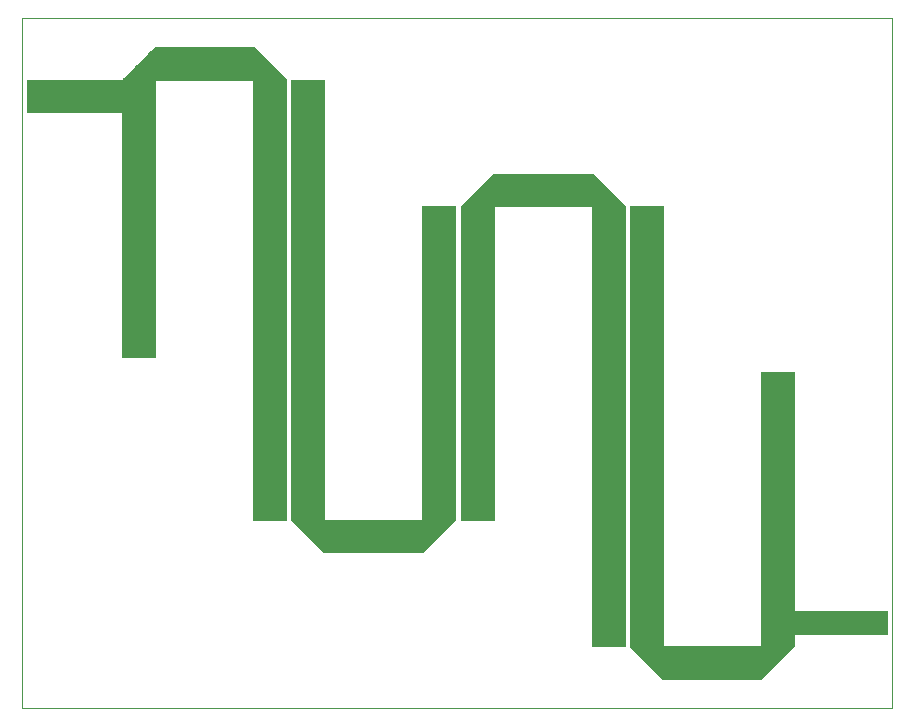
<source format=gtl>
G75*
G70*
%OFA0B0*%
%FSLAX24Y24*%
%IPPOS*%
%LPD*%
%AMOC8*
5,1,8,0,0,1.08239X$1,22.5*
%
%ADD10C,0.0010*%
D10*
X000105Y000105D02*
X000105Y023105D01*
X029105Y023105D01*
X029105Y000105D01*
X000105Y000105D01*
X007816Y006368D02*
X007816Y021036D01*
X004543Y021036D01*
X004543Y011800D01*
X003452Y011800D01*
X003452Y019945D01*
X000265Y019945D01*
X000265Y021036D01*
X003452Y021036D01*
X004543Y022128D01*
X007816Y022128D01*
X007816Y022127D01*
X008907Y021036D01*
X008905Y021036D01*
X008905Y006368D01*
X007816Y006368D01*
X007816Y006370D02*
X008905Y006370D01*
X008905Y006378D02*
X007816Y006378D01*
X007816Y006387D02*
X008905Y006387D01*
X008905Y006395D02*
X007816Y006395D01*
X007816Y006404D02*
X008905Y006404D01*
X008905Y006412D02*
X007816Y006412D01*
X007816Y006421D02*
X008905Y006421D01*
X008905Y006429D02*
X007816Y006429D01*
X007816Y006438D02*
X008905Y006438D01*
X008905Y006446D02*
X007816Y006446D01*
X007816Y006455D02*
X008905Y006455D01*
X008905Y006463D02*
X007816Y006463D01*
X007816Y006472D02*
X008905Y006472D01*
X008905Y006480D02*
X007816Y006480D01*
X007816Y006489D02*
X008905Y006489D01*
X008905Y006497D02*
X007816Y006497D01*
X007816Y006506D02*
X008905Y006506D01*
X008905Y006514D02*
X007816Y006514D01*
X007816Y006523D02*
X008905Y006523D01*
X008905Y006531D02*
X007816Y006531D01*
X007816Y006540D02*
X008905Y006540D01*
X008905Y006548D02*
X007816Y006548D01*
X007816Y006557D02*
X008905Y006557D01*
X008905Y006565D02*
X007816Y006565D01*
X007816Y006574D02*
X008905Y006574D01*
X008905Y006582D02*
X007816Y006582D01*
X007816Y006591D02*
X008905Y006591D01*
X008905Y006599D02*
X007816Y006599D01*
X007816Y006608D02*
X008905Y006608D01*
X008905Y006616D02*
X007816Y006616D01*
X007816Y006625D02*
X008905Y006625D01*
X008905Y006633D02*
X007816Y006633D01*
X007816Y006642D02*
X008905Y006642D01*
X008905Y006650D02*
X007816Y006650D01*
X007816Y006659D02*
X008905Y006659D01*
X008905Y006667D02*
X007816Y006667D01*
X007816Y006676D02*
X008905Y006676D01*
X008905Y006684D02*
X007816Y006684D01*
X007816Y006693D02*
X008905Y006693D01*
X008905Y006701D02*
X007816Y006701D01*
X007816Y006710D02*
X008905Y006710D01*
X008905Y006718D02*
X007816Y006718D01*
X007816Y006727D02*
X008905Y006727D01*
X008905Y006735D02*
X007816Y006735D01*
X007816Y006744D02*
X008905Y006744D01*
X008905Y006752D02*
X007816Y006752D01*
X007816Y006761D02*
X008905Y006761D01*
X008905Y006769D02*
X007816Y006769D01*
X007816Y006778D02*
X008905Y006778D01*
X008905Y006786D02*
X007816Y006786D01*
X007816Y006795D02*
X008905Y006795D01*
X008905Y006803D02*
X007816Y006803D01*
X007816Y006812D02*
X008905Y006812D01*
X008905Y006820D02*
X007816Y006820D01*
X007816Y006829D02*
X008905Y006829D01*
X008905Y006837D02*
X007816Y006837D01*
X007816Y006846D02*
X008905Y006846D01*
X008905Y006854D02*
X007816Y006854D01*
X007816Y006863D02*
X008905Y006863D01*
X008905Y006871D02*
X007816Y006871D01*
X007816Y006880D02*
X008905Y006880D01*
X008905Y006888D02*
X007816Y006888D01*
X007816Y006897D02*
X008905Y006897D01*
X008905Y006905D02*
X007816Y006905D01*
X007816Y006914D02*
X008905Y006914D01*
X008905Y006922D02*
X007816Y006922D01*
X007816Y006931D02*
X008905Y006931D01*
X008905Y006939D02*
X007816Y006939D01*
X007816Y006948D02*
X008905Y006948D01*
X008905Y006956D02*
X007816Y006956D01*
X007816Y006965D02*
X008905Y006965D01*
X008905Y006973D02*
X007816Y006973D01*
X007816Y006982D02*
X008905Y006982D01*
X008905Y006990D02*
X007816Y006990D01*
X007816Y006999D02*
X008905Y006999D01*
X008905Y007007D02*
X007816Y007007D01*
X007816Y007016D02*
X008905Y007016D01*
X008905Y007024D02*
X007816Y007024D01*
X007816Y007033D02*
X008905Y007033D01*
X008905Y007041D02*
X007816Y007041D01*
X007816Y007050D02*
X008905Y007050D01*
X008905Y007058D02*
X007816Y007058D01*
X007816Y007067D02*
X008905Y007067D01*
X008905Y007075D02*
X007816Y007075D01*
X007816Y007084D02*
X008905Y007084D01*
X008905Y007092D02*
X007816Y007092D01*
X007816Y007101D02*
X008905Y007101D01*
X008905Y007109D02*
X007816Y007109D01*
X007816Y007118D02*
X008905Y007118D01*
X008905Y007126D02*
X007816Y007126D01*
X007816Y007135D02*
X008905Y007135D01*
X008905Y007143D02*
X007816Y007143D01*
X007816Y007152D02*
X008905Y007152D01*
X008905Y007160D02*
X007816Y007160D01*
X007816Y007169D02*
X008905Y007169D01*
X008905Y007177D02*
X007816Y007177D01*
X007816Y007186D02*
X008905Y007186D01*
X008905Y007194D02*
X007816Y007194D01*
X007816Y007203D02*
X008905Y007203D01*
X008905Y007211D02*
X007816Y007211D01*
X007816Y007220D02*
X008905Y007220D01*
X008905Y007228D02*
X007816Y007228D01*
X007816Y007237D02*
X008905Y007237D01*
X008905Y007245D02*
X007816Y007245D01*
X007816Y007254D02*
X008905Y007254D01*
X008905Y007262D02*
X007816Y007262D01*
X007816Y007271D02*
X008905Y007271D01*
X008905Y007279D02*
X007816Y007279D01*
X007816Y007288D02*
X008905Y007288D01*
X008905Y007296D02*
X007816Y007296D01*
X007816Y007305D02*
X008905Y007305D01*
X008905Y007313D02*
X007816Y007313D01*
X007816Y007322D02*
X008905Y007322D01*
X008905Y007330D02*
X007816Y007330D01*
X007816Y007339D02*
X008905Y007339D01*
X008905Y007347D02*
X007816Y007347D01*
X007816Y007356D02*
X008905Y007356D01*
X008905Y007364D02*
X007816Y007364D01*
X007816Y007373D02*
X008905Y007373D01*
X008905Y007381D02*
X007816Y007381D01*
X007816Y007390D02*
X008905Y007390D01*
X008905Y007398D02*
X007816Y007398D01*
X007816Y007407D02*
X008905Y007407D01*
X008905Y007415D02*
X007816Y007415D01*
X007816Y007424D02*
X008905Y007424D01*
X008905Y007432D02*
X007816Y007432D01*
X007816Y007441D02*
X008905Y007441D01*
X008905Y007449D02*
X007816Y007449D01*
X007816Y007458D02*
X008905Y007458D01*
X008905Y007466D02*
X007816Y007466D01*
X007816Y007475D02*
X008905Y007475D01*
X008905Y007483D02*
X007816Y007483D01*
X007816Y007492D02*
X008905Y007492D01*
X008905Y007500D02*
X007816Y007500D01*
X007816Y007509D02*
X008905Y007509D01*
X008905Y007517D02*
X007816Y007517D01*
X007816Y007526D02*
X008905Y007526D01*
X008905Y007534D02*
X007816Y007534D01*
X007816Y007543D02*
X008905Y007543D01*
X008905Y007551D02*
X007816Y007551D01*
X007816Y007560D02*
X008905Y007560D01*
X008905Y007568D02*
X007816Y007568D01*
X007816Y007577D02*
X008905Y007577D01*
X008905Y007585D02*
X007816Y007585D01*
X007816Y007594D02*
X008905Y007594D01*
X008905Y007602D02*
X007816Y007602D01*
X007816Y007611D02*
X008905Y007611D01*
X008905Y007619D02*
X007816Y007619D01*
X007816Y007628D02*
X008905Y007628D01*
X008905Y007636D02*
X007816Y007636D01*
X007816Y007645D02*
X008905Y007645D01*
X008905Y007653D02*
X007816Y007653D01*
X007816Y007662D02*
X008905Y007662D01*
X008905Y007670D02*
X007816Y007670D01*
X007816Y007679D02*
X008905Y007679D01*
X008905Y007687D02*
X007816Y007687D01*
X007816Y007696D02*
X008905Y007696D01*
X008905Y007704D02*
X007816Y007704D01*
X007816Y007713D02*
X008905Y007713D01*
X008905Y007721D02*
X007816Y007721D01*
X007816Y007730D02*
X008905Y007730D01*
X008905Y007738D02*
X007816Y007738D01*
X007816Y007747D02*
X008905Y007747D01*
X008905Y007755D02*
X007816Y007755D01*
X007816Y007764D02*
X008905Y007764D01*
X008905Y007772D02*
X007816Y007772D01*
X007816Y007781D02*
X008905Y007781D01*
X008905Y007789D02*
X007816Y007789D01*
X007816Y007798D02*
X008905Y007798D01*
X008905Y007806D02*
X007816Y007806D01*
X007816Y007815D02*
X008905Y007815D01*
X008905Y007823D02*
X007816Y007823D01*
X007816Y007832D02*
X008905Y007832D01*
X008905Y007840D02*
X007816Y007840D01*
X007816Y007849D02*
X008905Y007849D01*
X008905Y007857D02*
X007816Y007857D01*
X007816Y007866D02*
X008905Y007866D01*
X008905Y007874D02*
X007816Y007874D01*
X007816Y007883D02*
X008905Y007883D01*
X008905Y007891D02*
X007816Y007891D01*
X007816Y007900D02*
X008905Y007900D01*
X008905Y007908D02*
X007816Y007908D01*
X007816Y007917D02*
X008905Y007917D01*
X008905Y007925D02*
X007816Y007925D01*
X007816Y007934D02*
X008905Y007934D01*
X008905Y007942D02*
X007816Y007942D01*
X007816Y007951D02*
X008905Y007951D01*
X008905Y007959D02*
X007816Y007959D01*
X007816Y007968D02*
X008905Y007968D01*
X008905Y007976D02*
X007816Y007976D01*
X007816Y007985D02*
X008905Y007985D01*
X008905Y007993D02*
X007816Y007993D01*
X007816Y008002D02*
X008905Y008002D01*
X008905Y008010D02*
X007816Y008010D01*
X007816Y008019D02*
X008905Y008019D01*
X008905Y008027D02*
X007816Y008027D01*
X007816Y008036D02*
X008905Y008036D01*
X008905Y008044D02*
X007816Y008044D01*
X007816Y008053D02*
X008905Y008053D01*
X008905Y008061D02*
X007816Y008061D01*
X007816Y008070D02*
X008905Y008070D01*
X008905Y008078D02*
X007816Y008078D01*
X007816Y008087D02*
X008905Y008087D01*
X008905Y008095D02*
X007816Y008095D01*
X007816Y008104D02*
X008905Y008104D01*
X008905Y008112D02*
X007816Y008112D01*
X007816Y008121D02*
X008905Y008121D01*
X008905Y008129D02*
X007816Y008129D01*
X007816Y008138D02*
X008905Y008138D01*
X008905Y008146D02*
X007816Y008146D01*
X007816Y008155D02*
X008905Y008155D01*
X008905Y008163D02*
X007816Y008163D01*
X007816Y008172D02*
X008905Y008172D01*
X008905Y008180D02*
X007816Y008180D01*
X007816Y008189D02*
X008905Y008189D01*
X008905Y008197D02*
X007816Y008197D01*
X007816Y008206D02*
X008905Y008206D01*
X008905Y008214D02*
X007816Y008214D01*
X007816Y008223D02*
X008905Y008223D01*
X008905Y008231D02*
X007816Y008231D01*
X007816Y008240D02*
X008905Y008240D01*
X008905Y008248D02*
X007816Y008248D01*
X007816Y008257D02*
X008905Y008257D01*
X008905Y008265D02*
X007816Y008265D01*
X007816Y008274D02*
X008905Y008274D01*
X008905Y008282D02*
X007816Y008282D01*
X007816Y008291D02*
X008905Y008291D01*
X008905Y008299D02*
X007816Y008299D01*
X007816Y008308D02*
X008905Y008308D01*
X008905Y008316D02*
X007816Y008316D01*
X007816Y008325D02*
X008905Y008325D01*
X008905Y008333D02*
X007816Y008333D01*
X007816Y008342D02*
X008905Y008342D01*
X008905Y008350D02*
X007816Y008350D01*
X007816Y008359D02*
X008905Y008359D01*
X008905Y008367D02*
X007816Y008367D01*
X007816Y008376D02*
X008905Y008376D01*
X008905Y008384D02*
X007816Y008384D01*
X007816Y008393D02*
X008905Y008393D01*
X008905Y008401D02*
X007816Y008401D01*
X007816Y008410D02*
X008905Y008410D01*
X008905Y008418D02*
X007816Y008418D01*
X007816Y008427D02*
X008905Y008427D01*
X008905Y008435D02*
X007816Y008435D01*
X007816Y008444D02*
X008905Y008444D01*
X008905Y008452D02*
X007816Y008452D01*
X007816Y008461D02*
X008905Y008461D01*
X008905Y008469D02*
X007816Y008469D01*
X007816Y008478D02*
X008905Y008478D01*
X008905Y008486D02*
X007816Y008486D01*
X007816Y008495D02*
X008905Y008495D01*
X008905Y008503D02*
X007816Y008503D01*
X007816Y008512D02*
X008905Y008512D01*
X008905Y008520D02*
X007816Y008520D01*
X007816Y008529D02*
X008905Y008529D01*
X008905Y008537D02*
X007816Y008537D01*
X007816Y008546D02*
X008905Y008546D01*
X008905Y008554D02*
X007816Y008554D01*
X007816Y008563D02*
X008905Y008563D01*
X008905Y008571D02*
X007816Y008571D01*
X007816Y008580D02*
X008905Y008580D01*
X008905Y008588D02*
X007816Y008588D01*
X007816Y008597D02*
X008905Y008597D01*
X008905Y008605D02*
X007816Y008605D01*
X007816Y008614D02*
X008905Y008614D01*
X008905Y008622D02*
X007816Y008622D01*
X007816Y008631D02*
X008905Y008631D01*
X008905Y008639D02*
X007816Y008639D01*
X007816Y008648D02*
X008905Y008648D01*
X008905Y008656D02*
X007816Y008656D01*
X007816Y008665D02*
X008905Y008665D01*
X008905Y008673D02*
X007816Y008673D01*
X007816Y008682D02*
X008905Y008682D01*
X008905Y008690D02*
X007816Y008690D01*
X007816Y008699D02*
X008905Y008699D01*
X008905Y008707D02*
X007816Y008707D01*
X007816Y008716D02*
X008905Y008716D01*
X008905Y008724D02*
X007816Y008724D01*
X007816Y008733D02*
X008905Y008733D01*
X008905Y008741D02*
X007816Y008741D01*
X007816Y008750D02*
X008905Y008750D01*
X008905Y008758D02*
X007816Y008758D01*
X007816Y008767D02*
X008905Y008767D01*
X008905Y008775D02*
X007816Y008775D01*
X007816Y008784D02*
X008905Y008784D01*
X008905Y008792D02*
X007816Y008792D01*
X007816Y008801D02*
X008905Y008801D01*
X008905Y008809D02*
X007816Y008809D01*
X007816Y008818D02*
X008905Y008818D01*
X008905Y008826D02*
X007816Y008826D01*
X007816Y008835D02*
X008905Y008835D01*
X008905Y008843D02*
X007816Y008843D01*
X007816Y008852D02*
X008905Y008852D01*
X008905Y008860D02*
X007816Y008860D01*
X007816Y008869D02*
X008905Y008869D01*
X008905Y008877D02*
X007816Y008877D01*
X007816Y008886D02*
X008905Y008886D01*
X008905Y008894D02*
X007816Y008894D01*
X007816Y008903D02*
X008905Y008903D01*
X008905Y008911D02*
X007816Y008911D01*
X007816Y008920D02*
X008905Y008920D01*
X008905Y008928D02*
X007816Y008928D01*
X007816Y008937D02*
X008905Y008937D01*
X008905Y008945D02*
X007816Y008945D01*
X007816Y008954D02*
X008905Y008954D01*
X008905Y008962D02*
X007816Y008962D01*
X007816Y008971D02*
X008905Y008971D01*
X008905Y008979D02*
X007816Y008979D01*
X007816Y008988D02*
X008905Y008988D01*
X008905Y008996D02*
X007816Y008996D01*
X007816Y009005D02*
X008905Y009005D01*
X008905Y009013D02*
X007816Y009013D01*
X007816Y009022D02*
X008905Y009022D01*
X008905Y009030D02*
X007816Y009030D01*
X007816Y009039D02*
X008905Y009039D01*
X008905Y009047D02*
X007816Y009047D01*
X007816Y009056D02*
X008905Y009056D01*
X008905Y009064D02*
X007816Y009064D01*
X007816Y009073D02*
X008905Y009073D01*
X008905Y009081D02*
X007816Y009081D01*
X007816Y009090D02*
X008905Y009090D01*
X008905Y009098D02*
X007816Y009098D01*
X007816Y009107D02*
X008905Y009107D01*
X008905Y009115D02*
X007816Y009115D01*
X007816Y009124D02*
X008905Y009124D01*
X008905Y009132D02*
X007816Y009132D01*
X007816Y009141D02*
X008905Y009141D01*
X008905Y009149D02*
X007816Y009149D01*
X007816Y009158D02*
X008905Y009158D01*
X008905Y009166D02*
X007816Y009166D01*
X007816Y009175D02*
X008905Y009175D01*
X008905Y009183D02*
X007816Y009183D01*
X007816Y009192D02*
X008905Y009192D01*
X008905Y009200D02*
X007816Y009200D01*
X007816Y009209D02*
X008905Y009209D01*
X008905Y009217D02*
X007816Y009217D01*
X007816Y009226D02*
X008905Y009226D01*
X008905Y009234D02*
X007816Y009234D01*
X007816Y009243D02*
X008905Y009243D01*
X008905Y009251D02*
X007816Y009251D01*
X007816Y009260D02*
X008905Y009260D01*
X008905Y009268D02*
X007816Y009268D01*
X007816Y009277D02*
X008905Y009277D01*
X008905Y009285D02*
X007816Y009285D01*
X007816Y009294D02*
X008905Y009294D01*
X008905Y009302D02*
X007816Y009302D01*
X007816Y009311D02*
X008905Y009311D01*
X008905Y009319D02*
X007816Y009319D01*
X007816Y009328D02*
X008905Y009328D01*
X008905Y009336D02*
X007816Y009336D01*
X007816Y009345D02*
X008905Y009345D01*
X008905Y009353D02*
X007816Y009353D01*
X007816Y009362D02*
X008905Y009362D01*
X008905Y009370D02*
X007816Y009370D01*
X007816Y009379D02*
X008905Y009379D01*
X008905Y009387D02*
X007816Y009387D01*
X007816Y009396D02*
X008905Y009396D01*
X008905Y009404D02*
X007816Y009404D01*
X007816Y009413D02*
X008905Y009413D01*
X008905Y009421D02*
X007816Y009421D01*
X007816Y009430D02*
X008905Y009430D01*
X008905Y009438D02*
X007816Y009438D01*
X007816Y009447D02*
X008905Y009447D01*
X008905Y009455D02*
X007816Y009455D01*
X007816Y009464D02*
X008905Y009464D01*
X008905Y009472D02*
X007816Y009472D01*
X007816Y009481D02*
X008905Y009481D01*
X008905Y009489D02*
X007816Y009489D01*
X007816Y009498D02*
X008905Y009498D01*
X008905Y009506D02*
X007816Y009506D01*
X007816Y009515D02*
X008905Y009515D01*
X008905Y009523D02*
X007816Y009523D01*
X007816Y009532D02*
X008905Y009532D01*
X008905Y009540D02*
X007816Y009540D01*
X007816Y009549D02*
X008905Y009549D01*
X008905Y009557D02*
X007816Y009557D01*
X007816Y009566D02*
X008905Y009566D01*
X008905Y009574D02*
X007816Y009574D01*
X007816Y009583D02*
X008905Y009583D01*
X008905Y009591D02*
X007816Y009591D01*
X007816Y009600D02*
X008905Y009600D01*
X008905Y009608D02*
X007816Y009608D01*
X007816Y009617D02*
X008905Y009617D01*
X008905Y009625D02*
X007816Y009625D01*
X007816Y009634D02*
X008905Y009634D01*
X008905Y009642D02*
X007816Y009642D01*
X007816Y009651D02*
X008905Y009651D01*
X008905Y009659D02*
X007816Y009659D01*
X007816Y009668D02*
X008905Y009668D01*
X008905Y009676D02*
X007816Y009676D01*
X007816Y009685D02*
X008905Y009685D01*
X008905Y009693D02*
X007816Y009693D01*
X007816Y009702D02*
X008905Y009702D01*
X008905Y009710D02*
X007816Y009710D01*
X007816Y009719D02*
X008905Y009719D01*
X008905Y009727D02*
X007816Y009727D01*
X007816Y009736D02*
X008905Y009736D01*
X008905Y009744D02*
X007816Y009744D01*
X007816Y009753D02*
X008905Y009753D01*
X008905Y009761D02*
X007816Y009761D01*
X007816Y009770D02*
X008905Y009770D01*
X008905Y009778D02*
X007816Y009778D01*
X007816Y009787D02*
X008905Y009787D01*
X008905Y009795D02*
X007816Y009795D01*
X007816Y009804D02*
X008905Y009804D01*
X008905Y009812D02*
X007816Y009812D01*
X007816Y009821D02*
X008905Y009821D01*
X008905Y009829D02*
X007816Y009829D01*
X007816Y009838D02*
X008905Y009838D01*
X008905Y009846D02*
X007816Y009846D01*
X007816Y009855D02*
X008905Y009855D01*
X008905Y009863D02*
X007816Y009863D01*
X007816Y009872D02*
X008905Y009872D01*
X008905Y009880D02*
X007816Y009880D01*
X007816Y009889D02*
X008905Y009889D01*
X008905Y009897D02*
X007816Y009897D01*
X007816Y009906D02*
X008905Y009906D01*
X008905Y009914D02*
X007816Y009914D01*
X007816Y009923D02*
X008905Y009923D01*
X008905Y009931D02*
X007816Y009931D01*
X007816Y009940D02*
X008905Y009940D01*
X008905Y009948D02*
X007816Y009948D01*
X007816Y009957D02*
X008905Y009957D01*
X008905Y009965D02*
X007816Y009965D01*
X007816Y009974D02*
X008905Y009974D01*
X008905Y009982D02*
X007816Y009982D01*
X007816Y009991D02*
X008905Y009991D01*
X008905Y009999D02*
X007816Y009999D01*
X007816Y010008D02*
X008905Y010008D01*
X008905Y010016D02*
X007816Y010016D01*
X007816Y010025D02*
X008905Y010025D01*
X008905Y010033D02*
X007816Y010033D01*
X007816Y010042D02*
X008905Y010042D01*
X008905Y010050D02*
X007816Y010050D01*
X007816Y010059D02*
X008905Y010059D01*
X008905Y010067D02*
X007816Y010067D01*
X007816Y010076D02*
X008905Y010076D01*
X008905Y010084D02*
X007816Y010084D01*
X007816Y010093D02*
X008905Y010093D01*
X008905Y010101D02*
X007816Y010101D01*
X007816Y010110D02*
X008905Y010110D01*
X008905Y010118D02*
X007816Y010118D01*
X007816Y010127D02*
X008905Y010127D01*
X008905Y010135D02*
X007816Y010135D01*
X007816Y010144D02*
X008905Y010144D01*
X008905Y010152D02*
X007816Y010152D01*
X007816Y010161D02*
X008905Y010161D01*
X008905Y010169D02*
X007816Y010169D01*
X007816Y010178D02*
X008905Y010178D01*
X008905Y010186D02*
X007816Y010186D01*
X007816Y010195D02*
X008905Y010195D01*
X008905Y010203D02*
X007816Y010203D01*
X007816Y010212D02*
X008905Y010212D01*
X008905Y010220D02*
X007816Y010220D01*
X007816Y010229D02*
X008905Y010229D01*
X008905Y010237D02*
X007816Y010237D01*
X007816Y010246D02*
X008905Y010246D01*
X008905Y010254D02*
X007816Y010254D01*
X007816Y010263D02*
X008905Y010263D01*
X008905Y010271D02*
X007816Y010271D01*
X007816Y010280D02*
X008905Y010280D01*
X008905Y010288D02*
X007816Y010288D01*
X007816Y010297D02*
X008905Y010297D01*
X008905Y010305D02*
X007816Y010305D01*
X007816Y010314D02*
X008905Y010314D01*
X008905Y010322D02*
X007816Y010322D01*
X007816Y010331D02*
X008905Y010331D01*
X008905Y010339D02*
X007816Y010339D01*
X007816Y010348D02*
X008905Y010348D01*
X008905Y010356D02*
X007816Y010356D01*
X007816Y010365D02*
X008905Y010365D01*
X008905Y010373D02*
X007816Y010373D01*
X007816Y010382D02*
X008905Y010382D01*
X008905Y010390D02*
X007816Y010390D01*
X007816Y010399D02*
X008905Y010399D01*
X008905Y010407D02*
X007816Y010407D01*
X007816Y010416D02*
X008905Y010416D01*
X008905Y010424D02*
X007816Y010424D01*
X007816Y010433D02*
X008905Y010433D01*
X008905Y010441D02*
X007816Y010441D01*
X007816Y010450D02*
X008905Y010450D01*
X008905Y010458D02*
X007816Y010458D01*
X007816Y010467D02*
X008905Y010467D01*
X008905Y010475D02*
X007816Y010475D01*
X007816Y010484D02*
X008905Y010484D01*
X008905Y010492D02*
X007816Y010492D01*
X007816Y010501D02*
X008905Y010501D01*
X008905Y010509D02*
X007816Y010509D01*
X007816Y010518D02*
X008905Y010518D01*
X008905Y010526D02*
X007816Y010526D01*
X007816Y010535D02*
X008905Y010535D01*
X008905Y010543D02*
X007816Y010543D01*
X007816Y010552D02*
X008905Y010552D01*
X008905Y010560D02*
X007816Y010560D01*
X007816Y010569D02*
X008905Y010569D01*
X008905Y010577D02*
X007816Y010577D01*
X007816Y010586D02*
X008905Y010586D01*
X008905Y010594D02*
X007816Y010594D01*
X007816Y010603D02*
X008905Y010603D01*
X008905Y010611D02*
X007816Y010611D01*
X007816Y010620D02*
X008905Y010620D01*
X008905Y010628D02*
X007816Y010628D01*
X007816Y010637D02*
X008905Y010637D01*
X008905Y010645D02*
X007816Y010645D01*
X007816Y010654D02*
X008905Y010654D01*
X008905Y010662D02*
X007816Y010662D01*
X007816Y010671D02*
X008905Y010671D01*
X008905Y010679D02*
X007816Y010679D01*
X007816Y010688D02*
X008905Y010688D01*
X008905Y010696D02*
X007816Y010696D01*
X007816Y010705D02*
X008905Y010705D01*
X008905Y010713D02*
X007816Y010713D01*
X007816Y010722D02*
X008905Y010722D01*
X008905Y010730D02*
X007816Y010730D01*
X007816Y010739D02*
X008905Y010739D01*
X008905Y010747D02*
X007816Y010747D01*
X007816Y010756D02*
X008905Y010756D01*
X008905Y010764D02*
X007816Y010764D01*
X007816Y010773D02*
X008905Y010773D01*
X008905Y010781D02*
X007816Y010781D01*
X007816Y010790D02*
X008905Y010790D01*
X008905Y010798D02*
X007816Y010798D01*
X007816Y010807D02*
X008905Y010807D01*
X008905Y010815D02*
X007816Y010815D01*
X007816Y010824D02*
X008905Y010824D01*
X008905Y010832D02*
X007816Y010832D01*
X007816Y010841D02*
X008905Y010841D01*
X008905Y010849D02*
X007816Y010849D01*
X007816Y010858D02*
X008905Y010858D01*
X008905Y010866D02*
X007816Y010866D01*
X007816Y010875D02*
X008905Y010875D01*
X008905Y010883D02*
X007816Y010883D01*
X007816Y010892D02*
X008905Y010892D01*
X008905Y010900D02*
X007816Y010900D01*
X007816Y010909D02*
X008905Y010909D01*
X008905Y010917D02*
X007816Y010917D01*
X007816Y010926D02*
X008905Y010926D01*
X008905Y010934D02*
X007816Y010934D01*
X007816Y010943D02*
X008905Y010943D01*
X008905Y010951D02*
X007816Y010951D01*
X007816Y010960D02*
X008905Y010960D01*
X008905Y010968D02*
X007816Y010968D01*
X007816Y010977D02*
X008905Y010977D01*
X008905Y010985D02*
X007816Y010985D01*
X007816Y010994D02*
X008905Y010994D01*
X008905Y011002D02*
X007816Y011002D01*
X007816Y011011D02*
X008905Y011011D01*
X008905Y011019D02*
X007816Y011019D01*
X007816Y011028D02*
X008905Y011028D01*
X008905Y011036D02*
X007816Y011036D01*
X007816Y011045D02*
X008905Y011045D01*
X008905Y011053D02*
X007816Y011053D01*
X007816Y011062D02*
X008905Y011062D01*
X008905Y011070D02*
X007816Y011070D01*
X007816Y011079D02*
X008905Y011079D01*
X008905Y011087D02*
X007816Y011087D01*
X007816Y011096D02*
X008905Y011096D01*
X008905Y011104D02*
X007816Y011104D01*
X007816Y011113D02*
X008905Y011113D01*
X008905Y011121D02*
X007816Y011121D01*
X007816Y011130D02*
X008905Y011130D01*
X008905Y011138D02*
X007816Y011138D01*
X007816Y011147D02*
X008905Y011147D01*
X008905Y011155D02*
X007816Y011155D01*
X007816Y011164D02*
X008905Y011164D01*
X008905Y011172D02*
X007816Y011172D01*
X007816Y011181D02*
X008905Y011181D01*
X008905Y011189D02*
X007816Y011189D01*
X007816Y011198D02*
X008905Y011198D01*
X008905Y011206D02*
X007816Y011206D01*
X007816Y011215D02*
X008905Y011215D01*
X008905Y011223D02*
X007816Y011223D01*
X007816Y011232D02*
X008905Y011232D01*
X008905Y011240D02*
X007816Y011240D01*
X007816Y011249D02*
X008905Y011249D01*
X008905Y011257D02*
X007816Y011257D01*
X007816Y011266D02*
X008905Y011266D01*
X008905Y011274D02*
X007816Y011274D01*
X007816Y011283D02*
X008905Y011283D01*
X008905Y011291D02*
X007816Y011291D01*
X007816Y011300D02*
X008905Y011300D01*
X008905Y011308D02*
X007816Y011308D01*
X007816Y011317D02*
X008905Y011317D01*
X008905Y011325D02*
X007816Y011325D01*
X007816Y011334D02*
X008905Y011334D01*
X008905Y011342D02*
X007816Y011342D01*
X007816Y011351D02*
X008905Y011351D01*
X008905Y011359D02*
X007816Y011359D01*
X007816Y011368D02*
X008905Y011368D01*
X008905Y011376D02*
X007816Y011376D01*
X007816Y011385D02*
X008905Y011385D01*
X008905Y011393D02*
X007816Y011393D01*
X007816Y011402D02*
X008905Y011402D01*
X008905Y011410D02*
X007816Y011410D01*
X007816Y011419D02*
X008905Y011419D01*
X008905Y011427D02*
X007816Y011427D01*
X007816Y011436D02*
X008905Y011436D01*
X008905Y011444D02*
X007816Y011444D01*
X007816Y011453D02*
X008905Y011453D01*
X008905Y011461D02*
X007816Y011461D01*
X007816Y011470D02*
X008905Y011470D01*
X008905Y011478D02*
X007816Y011478D01*
X007816Y011487D02*
X008905Y011487D01*
X008905Y011495D02*
X007816Y011495D01*
X007816Y011504D02*
X008905Y011504D01*
X008905Y011512D02*
X007816Y011512D01*
X007816Y011521D02*
X008905Y011521D01*
X008905Y011529D02*
X007816Y011529D01*
X007816Y011538D02*
X008905Y011538D01*
X008905Y011546D02*
X007816Y011546D01*
X007816Y011555D02*
X008905Y011555D01*
X008905Y011563D02*
X007816Y011563D01*
X007816Y011572D02*
X008905Y011572D01*
X008905Y011580D02*
X007816Y011580D01*
X007816Y011589D02*
X008905Y011589D01*
X008905Y011597D02*
X007816Y011597D01*
X007816Y011606D02*
X008905Y011606D01*
X008905Y011614D02*
X007816Y011614D01*
X007816Y011623D02*
X008905Y011623D01*
X008905Y011631D02*
X007816Y011631D01*
X007816Y011640D02*
X008905Y011640D01*
X008905Y011648D02*
X007816Y011648D01*
X007816Y011657D02*
X008905Y011657D01*
X008905Y011665D02*
X007816Y011665D01*
X007816Y011674D02*
X008905Y011674D01*
X008905Y011682D02*
X007816Y011682D01*
X007816Y011691D02*
X008905Y011691D01*
X008905Y011699D02*
X007816Y011699D01*
X007816Y011708D02*
X008905Y011708D01*
X008905Y011716D02*
X007816Y011716D01*
X007816Y011725D02*
X008905Y011725D01*
X008905Y011733D02*
X007816Y011733D01*
X007816Y011742D02*
X008905Y011742D01*
X008905Y011750D02*
X007816Y011750D01*
X007816Y011759D02*
X008905Y011759D01*
X008905Y011767D02*
X007816Y011767D01*
X007816Y011776D02*
X008905Y011776D01*
X008905Y011784D02*
X007816Y011784D01*
X007816Y011793D02*
X008905Y011793D01*
X008905Y011801D02*
X007816Y011801D01*
X007816Y011810D02*
X008905Y011810D01*
X008905Y011818D02*
X007816Y011818D01*
X007816Y011827D02*
X008905Y011827D01*
X008905Y011835D02*
X007816Y011835D01*
X007816Y011844D02*
X008905Y011844D01*
X008905Y011852D02*
X007816Y011852D01*
X007816Y011861D02*
X008905Y011861D01*
X008905Y011869D02*
X007816Y011869D01*
X007816Y011878D02*
X008905Y011878D01*
X008905Y011886D02*
X007816Y011886D01*
X007816Y011895D02*
X008905Y011895D01*
X008905Y011903D02*
X007816Y011903D01*
X007816Y011912D02*
X008905Y011912D01*
X008905Y011920D02*
X007816Y011920D01*
X007816Y011929D02*
X008905Y011929D01*
X008905Y011937D02*
X007816Y011937D01*
X007816Y011946D02*
X008905Y011946D01*
X008905Y011954D02*
X007816Y011954D01*
X007816Y011963D02*
X008905Y011963D01*
X008905Y011971D02*
X007816Y011971D01*
X007816Y011980D02*
X008905Y011980D01*
X008905Y011988D02*
X007816Y011988D01*
X007816Y011997D02*
X008905Y011997D01*
X008905Y012005D02*
X007816Y012005D01*
X007816Y012014D02*
X008905Y012014D01*
X008905Y012022D02*
X007816Y012022D01*
X007816Y012031D02*
X008905Y012031D01*
X008905Y012039D02*
X007816Y012039D01*
X007816Y012048D02*
X008905Y012048D01*
X008905Y012056D02*
X007816Y012056D01*
X007816Y012065D02*
X008905Y012065D01*
X008905Y012073D02*
X007816Y012073D01*
X007816Y012082D02*
X008905Y012082D01*
X008905Y012090D02*
X007816Y012090D01*
X007816Y012099D02*
X008905Y012099D01*
X008905Y012107D02*
X007816Y012107D01*
X007816Y012116D02*
X008905Y012116D01*
X008905Y012124D02*
X007816Y012124D01*
X007816Y012133D02*
X008905Y012133D01*
X008905Y012141D02*
X007816Y012141D01*
X007816Y012150D02*
X008905Y012150D01*
X008905Y012158D02*
X007816Y012158D01*
X007816Y012167D02*
X008905Y012167D01*
X008905Y012175D02*
X007816Y012175D01*
X007816Y012184D02*
X008905Y012184D01*
X008905Y012192D02*
X007816Y012192D01*
X007816Y012201D02*
X008905Y012201D01*
X008905Y012209D02*
X007816Y012209D01*
X007816Y012218D02*
X008905Y012218D01*
X008905Y012226D02*
X007816Y012226D01*
X007816Y012235D02*
X008905Y012235D01*
X008905Y012243D02*
X007816Y012243D01*
X007816Y012252D02*
X008905Y012252D01*
X008905Y012260D02*
X007816Y012260D01*
X007816Y012269D02*
X008905Y012269D01*
X008905Y012277D02*
X007816Y012277D01*
X007816Y012286D02*
X008905Y012286D01*
X008905Y012294D02*
X007816Y012294D01*
X007816Y012303D02*
X008905Y012303D01*
X008905Y012311D02*
X007816Y012311D01*
X007816Y012320D02*
X008905Y012320D01*
X008905Y012328D02*
X007816Y012328D01*
X007816Y012337D02*
X008905Y012337D01*
X008905Y012345D02*
X007816Y012345D01*
X007816Y012354D02*
X008905Y012354D01*
X008905Y012362D02*
X007816Y012362D01*
X007816Y012371D02*
X008905Y012371D01*
X008905Y012379D02*
X007816Y012379D01*
X007816Y012388D02*
X008905Y012388D01*
X008905Y012396D02*
X007816Y012396D01*
X007816Y012405D02*
X008905Y012405D01*
X008905Y012413D02*
X007816Y012413D01*
X007816Y012422D02*
X008905Y012422D01*
X008905Y012430D02*
X007816Y012430D01*
X007816Y012439D02*
X008905Y012439D01*
X008905Y012447D02*
X007816Y012447D01*
X007816Y012456D02*
X008905Y012456D01*
X008905Y012464D02*
X007816Y012464D01*
X007816Y012473D02*
X008905Y012473D01*
X008905Y012481D02*
X007816Y012481D01*
X007816Y012490D02*
X008905Y012490D01*
X008905Y012498D02*
X007816Y012498D01*
X007816Y012507D02*
X008905Y012507D01*
X008905Y012515D02*
X007816Y012515D01*
X007816Y012524D02*
X008905Y012524D01*
X008905Y012532D02*
X007816Y012532D01*
X007816Y012541D02*
X008905Y012541D01*
X008905Y012549D02*
X007816Y012549D01*
X007816Y012558D02*
X008905Y012558D01*
X008905Y012566D02*
X007816Y012566D01*
X007816Y012575D02*
X008905Y012575D01*
X008905Y012583D02*
X007816Y012583D01*
X007816Y012592D02*
X008905Y012592D01*
X008905Y012600D02*
X007816Y012600D01*
X007816Y012609D02*
X008905Y012609D01*
X008905Y012617D02*
X007816Y012617D01*
X007816Y012626D02*
X008905Y012626D01*
X008905Y012634D02*
X007816Y012634D01*
X007816Y012643D02*
X008905Y012643D01*
X008905Y012651D02*
X007816Y012651D01*
X007816Y012660D02*
X008905Y012660D01*
X008905Y012668D02*
X007816Y012668D01*
X007816Y012677D02*
X008905Y012677D01*
X008905Y012685D02*
X007816Y012685D01*
X007816Y012694D02*
X008905Y012694D01*
X008905Y012702D02*
X007816Y012702D01*
X007816Y012711D02*
X008905Y012711D01*
X008905Y012719D02*
X007816Y012719D01*
X007816Y012728D02*
X008905Y012728D01*
X008905Y012736D02*
X007816Y012736D01*
X007816Y012745D02*
X008905Y012745D01*
X008905Y012753D02*
X007816Y012753D01*
X007816Y012762D02*
X008905Y012762D01*
X008905Y012770D02*
X007816Y012770D01*
X007816Y012779D02*
X008905Y012779D01*
X008905Y012787D02*
X007816Y012787D01*
X007816Y012796D02*
X008905Y012796D01*
X008905Y012804D02*
X007816Y012804D01*
X007816Y012813D02*
X008905Y012813D01*
X008905Y012821D02*
X007816Y012821D01*
X007816Y012830D02*
X008905Y012830D01*
X008905Y012838D02*
X007816Y012838D01*
X007816Y012847D02*
X008905Y012847D01*
X008905Y012855D02*
X007816Y012855D01*
X007816Y012864D02*
X008905Y012864D01*
X008905Y012872D02*
X007816Y012872D01*
X007816Y012881D02*
X008905Y012881D01*
X008905Y012889D02*
X007816Y012889D01*
X007816Y012898D02*
X008905Y012898D01*
X008905Y012906D02*
X007816Y012906D01*
X007816Y012915D02*
X008905Y012915D01*
X008905Y012923D02*
X007816Y012923D01*
X007816Y012932D02*
X008905Y012932D01*
X008905Y012940D02*
X007816Y012940D01*
X007816Y012949D02*
X008905Y012949D01*
X008905Y012957D02*
X007816Y012957D01*
X007816Y012966D02*
X008905Y012966D01*
X008905Y012974D02*
X007816Y012974D01*
X007816Y012983D02*
X008905Y012983D01*
X008905Y012991D02*
X007816Y012991D01*
X007816Y013000D02*
X008905Y013000D01*
X008905Y013008D02*
X007816Y013008D01*
X007816Y013017D02*
X008905Y013017D01*
X008905Y013025D02*
X007816Y013025D01*
X007816Y013034D02*
X008905Y013034D01*
X008905Y013042D02*
X007816Y013042D01*
X007816Y013051D02*
X008905Y013051D01*
X008905Y013059D02*
X007816Y013059D01*
X007816Y013068D02*
X008905Y013068D01*
X008905Y013076D02*
X007816Y013076D01*
X007816Y013085D02*
X008905Y013085D01*
X008905Y013093D02*
X007816Y013093D01*
X007816Y013102D02*
X008905Y013102D01*
X008905Y013110D02*
X007816Y013110D01*
X007816Y013119D02*
X008905Y013119D01*
X008905Y013127D02*
X007816Y013127D01*
X007816Y013136D02*
X008905Y013136D01*
X008905Y013144D02*
X007816Y013144D01*
X007816Y013153D02*
X008905Y013153D01*
X008905Y013161D02*
X007816Y013161D01*
X007816Y013170D02*
X008905Y013170D01*
X008905Y013178D02*
X007816Y013178D01*
X007816Y013187D02*
X008905Y013187D01*
X008905Y013195D02*
X007816Y013195D01*
X007816Y013204D02*
X008905Y013204D01*
X008905Y013212D02*
X007816Y013212D01*
X007816Y013221D02*
X008905Y013221D01*
X008905Y013229D02*
X007816Y013229D01*
X007816Y013238D02*
X008905Y013238D01*
X008905Y013246D02*
X007816Y013246D01*
X007816Y013255D02*
X008905Y013255D01*
X008905Y013263D02*
X007816Y013263D01*
X007816Y013272D02*
X008905Y013272D01*
X008905Y013280D02*
X007816Y013280D01*
X007816Y013289D02*
X008905Y013289D01*
X008905Y013297D02*
X007816Y013297D01*
X007816Y013306D02*
X008905Y013306D01*
X008905Y013314D02*
X007816Y013314D01*
X007816Y013323D02*
X008905Y013323D01*
X008905Y013331D02*
X007816Y013331D01*
X007816Y013340D02*
X008905Y013340D01*
X008905Y013348D02*
X007816Y013348D01*
X007816Y013357D02*
X008905Y013357D01*
X008905Y013365D02*
X007816Y013365D01*
X007816Y013374D02*
X008905Y013374D01*
X008905Y013382D02*
X007816Y013382D01*
X007816Y013391D02*
X008905Y013391D01*
X008905Y013399D02*
X007816Y013399D01*
X007816Y013408D02*
X008905Y013408D01*
X008905Y013416D02*
X007816Y013416D01*
X007816Y013425D02*
X008905Y013425D01*
X008905Y013433D02*
X007816Y013433D01*
X007816Y013442D02*
X008905Y013442D01*
X008905Y013450D02*
X007816Y013450D01*
X007816Y013459D02*
X008905Y013459D01*
X008905Y013467D02*
X007816Y013467D01*
X007816Y013476D02*
X008905Y013476D01*
X008905Y013484D02*
X007816Y013484D01*
X007816Y013493D02*
X008905Y013493D01*
X008905Y013501D02*
X007816Y013501D01*
X007816Y013510D02*
X008905Y013510D01*
X008905Y013518D02*
X007816Y013518D01*
X007816Y013527D02*
X008905Y013527D01*
X008905Y013535D02*
X007816Y013535D01*
X007816Y013544D02*
X008905Y013544D01*
X008905Y013552D02*
X007816Y013552D01*
X007816Y013561D02*
X008905Y013561D01*
X008905Y013569D02*
X007816Y013569D01*
X007816Y013578D02*
X008905Y013578D01*
X008905Y013586D02*
X007816Y013586D01*
X007816Y013595D02*
X008905Y013595D01*
X008905Y013603D02*
X007816Y013603D01*
X007816Y013612D02*
X008905Y013612D01*
X008905Y013620D02*
X007816Y013620D01*
X007816Y013629D02*
X008905Y013629D01*
X008905Y013637D02*
X007816Y013637D01*
X007816Y013646D02*
X008905Y013646D01*
X008905Y013654D02*
X007816Y013654D01*
X007816Y013663D02*
X008905Y013663D01*
X008905Y013671D02*
X007816Y013671D01*
X007816Y013680D02*
X008905Y013680D01*
X008905Y013688D02*
X007816Y013688D01*
X007816Y013697D02*
X008905Y013697D01*
X008905Y013705D02*
X007816Y013705D01*
X007816Y013714D02*
X008905Y013714D01*
X008905Y013722D02*
X007816Y013722D01*
X007816Y013731D02*
X008905Y013731D01*
X008905Y013739D02*
X007816Y013739D01*
X007816Y013748D02*
X008905Y013748D01*
X008905Y013756D02*
X007816Y013756D01*
X007816Y013765D02*
X008905Y013765D01*
X008905Y013773D02*
X007816Y013773D01*
X007816Y013782D02*
X008905Y013782D01*
X008905Y013790D02*
X007816Y013790D01*
X007816Y013799D02*
X008905Y013799D01*
X008905Y013807D02*
X007816Y013807D01*
X007816Y013816D02*
X008905Y013816D01*
X008905Y013824D02*
X007816Y013824D01*
X007816Y013833D02*
X008905Y013833D01*
X008905Y013841D02*
X007816Y013841D01*
X007816Y013850D02*
X008905Y013850D01*
X008905Y013858D02*
X007816Y013858D01*
X007816Y013867D02*
X008905Y013867D01*
X008905Y013875D02*
X007816Y013875D01*
X007816Y013884D02*
X008905Y013884D01*
X008905Y013892D02*
X007816Y013892D01*
X007816Y013901D02*
X008905Y013901D01*
X008905Y013909D02*
X007816Y013909D01*
X007816Y013918D02*
X008905Y013918D01*
X008905Y013926D02*
X007816Y013926D01*
X007816Y013935D02*
X008905Y013935D01*
X008905Y013943D02*
X007816Y013943D01*
X007816Y013952D02*
X008905Y013952D01*
X008905Y013960D02*
X007816Y013960D01*
X007816Y013969D02*
X008905Y013969D01*
X008905Y013977D02*
X007816Y013977D01*
X007816Y013986D02*
X008905Y013986D01*
X008905Y013994D02*
X007816Y013994D01*
X007816Y014003D02*
X008905Y014003D01*
X008905Y014011D02*
X007816Y014011D01*
X007816Y014020D02*
X008905Y014020D01*
X008905Y014028D02*
X007816Y014028D01*
X007816Y014037D02*
X008905Y014037D01*
X008905Y014045D02*
X007816Y014045D01*
X007816Y014054D02*
X008905Y014054D01*
X008905Y014062D02*
X007816Y014062D01*
X007816Y014071D02*
X008905Y014071D01*
X008905Y014079D02*
X007816Y014079D01*
X007816Y014088D02*
X008905Y014088D01*
X008905Y014096D02*
X007816Y014096D01*
X007816Y014105D02*
X008905Y014105D01*
X008905Y014113D02*
X007816Y014113D01*
X007816Y014122D02*
X008905Y014122D01*
X008905Y014130D02*
X007816Y014130D01*
X007816Y014139D02*
X008905Y014139D01*
X008905Y014147D02*
X007816Y014147D01*
X007816Y014156D02*
X008905Y014156D01*
X008905Y014164D02*
X007816Y014164D01*
X007816Y014173D02*
X008905Y014173D01*
X008905Y014181D02*
X007816Y014181D01*
X007816Y014190D02*
X008905Y014190D01*
X008905Y014198D02*
X007816Y014198D01*
X007816Y014207D02*
X008905Y014207D01*
X008905Y014215D02*
X007816Y014215D01*
X007816Y014224D02*
X008905Y014224D01*
X008905Y014232D02*
X007816Y014232D01*
X007816Y014241D02*
X008905Y014241D01*
X008905Y014249D02*
X007816Y014249D01*
X007816Y014258D02*
X008905Y014258D01*
X008905Y014266D02*
X007816Y014266D01*
X007816Y014275D02*
X008905Y014275D01*
X008905Y014283D02*
X007816Y014283D01*
X007816Y014292D02*
X008905Y014292D01*
X008905Y014300D02*
X007816Y014300D01*
X007816Y014309D02*
X008905Y014309D01*
X008905Y014317D02*
X007816Y014317D01*
X007816Y014326D02*
X008905Y014326D01*
X008905Y014334D02*
X007816Y014334D01*
X007816Y014343D02*
X008905Y014343D01*
X008905Y014351D02*
X007816Y014351D01*
X007816Y014360D02*
X008905Y014360D01*
X008905Y014368D02*
X007816Y014368D01*
X007816Y014377D02*
X008905Y014377D01*
X008905Y014385D02*
X007816Y014385D01*
X007816Y014394D02*
X008905Y014394D01*
X008905Y014402D02*
X007816Y014402D01*
X007816Y014411D02*
X008905Y014411D01*
X008905Y014419D02*
X007816Y014419D01*
X007816Y014428D02*
X008905Y014428D01*
X008905Y014436D02*
X007816Y014436D01*
X007816Y014445D02*
X008905Y014445D01*
X008905Y014453D02*
X007816Y014453D01*
X007816Y014462D02*
X008905Y014462D01*
X008905Y014470D02*
X007816Y014470D01*
X007816Y014479D02*
X008905Y014479D01*
X008905Y014487D02*
X007816Y014487D01*
X007816Y014496D02*
X008905Y014496D01*
X008905Y014504D02*
X007816Y014504D01*
X007816Y014513D02*
X008905Y014513D01*
X008905Y014521D02*
X007816Y014521D01*
X007816Y014530D02*
X008905Y014530D01*
X008905Y014538D02*
X007816Y014538D01*
X007816Y014547D02*
X008905Y014547D01*
X008905Y014555D02*
X007816Y014555D01*
X007816Y014564D02*
X008905Y014564D01*
X008905Y014572D02*
X007816Y014572D01*
X007816Y014581D02*
X008905Y014581D01*
X008905Y014589D02*
X007816Y014589D01*
X007816Y014598D02*
X008905Y014598D01*
X008905Y014606D02*
X007816Y014606D01*
X007816Y014615D02*
X008905Y014615D01*
X008905Y014623D02*
X007816Y014623D01*
X007816Y014632D02*
X008905Y014632D01*
X008905Y014640D02*
X007816Y014640D01*
X007816Y014649D02*
X008905Y014649D01*
X008905Y014657D02*
X007816Y014657D01*
X007816Y014666D02*
X008905Y014666D01*
X008905Y014674D02*
X007816Y014674D01*
X007816Y014683D02*
X008905Y014683D01*
X008905Y014691D02*
X007816Y014691D01*
X007816Y014700D02*
X008905Y014700D01*
X008905Y014708D02*
X007816Y014708D01*
X007816Y014717D02*
X008905Y014717D01*
X008905Y014725D02*
X007816Y014725D01*
X007816Y014734D02*
X008905Y014734D01*
X008905Y014742D02*
X007816Y014742D01*
X007816Y014751D02*
X008905Y014751D01*
X008905Y014759D02*
X007816Y014759D01*
X007816Y014768D02*
X008905Y014768D01*
X008905Y014776D02*
X007816Y014776D01*
X007816Y014785D02*
X008905Y014785D01*
X008905Y014793D02*
X007816Y014793D01*
X007816Y014802D02*
X008905Y014802D01*
X008905Y014810D02*
X007816Y014810D01*
X007816Y014819D02*
X008905Y014819D01*
X008905Y014827D02*
X007816Y014827D01*
X007816Y014836D02*
X008905Y014836D01*
X008905Y014844D02*
X007816Y014844D01*
X007816Y014853D02*
X008905Y014853D01*
X008905Y014861D02*
X007816Y014861D01*
X007816Y014870D02*
X008905Y014870D01*
X008905Y014878D02*
X007816Y014878D01*
X007816Y014887D02*
X008905Y014887D01*
X008905Y014895D02*
X007816Y014895D01*
X007816Y014904D02*
X008905Y014904D01*
X008905Y014912D02*
X007816Y014912D01*
X007816Y014921D02*
X008905Y014921D01*
X008905Y014929D02*
X007816Y014929D01*
X007816Y014938D02*
X008905Y014938D01*
X008905Y014946D02*
X007816Y014946D01*
X007816Y014955D02*
X008905Y014955D01*
X008905Y014963D02*
X007816Y014963D01*
X007816Y014972D02*
X008905Y014972D01*
X008905Y014980D02*
X007816Y014980D01*
X007816Y014989D02*
X008905Y014989D01*
X008905Y014997D02*
X007816Y014997D01*
X007816Y015006D02*
X008905Y015006D01*
X008905Y015014D02*
X007816Y015014D01*
X007816Y015023D02*
X008905Y015023D01*
X008905Y015031D02*
X007816Y015031D01*
X007816Y015040D02*
X008905Y015040D01*
X008905Y015048D02*
X007816Y015048D01*
X007816Y015057D02*
X008905Y015057D01*
X008905Y015065D02*
X007816Y015065D01*
X007816Y015074D02*
X008905Y015074D01*
X008905Y015082D02*
X007816Y015082D01*
X007816Y015091D02*
X008905Y015091D01*
X008905Y015099D02*
X007816Y015099D01*
X007816Y015108D02*
X008905Y015108D01*
X008905Y015116D02*
X007816Y015116D01*
X007816Y015125D02*
X008905Y015125D01*
X008905Y015133D02*
X007816Y015133D01*
X007816Y015142D02*
X008905Y015142D01*
X008905Y015150D02*
X007816Y015150D01*
X007816Y015159D02*
X008905Y015159D01*
X008905Y015167D02*
X007816Y015167D01*
X007816Y015176D02*
X008905Y015176D01*
X008905Y015184D02*
X007816Y015184D01*
X007816Y015193D02*
X008905Y015193D01*
X008905Y015201D02*
X007816Y015201D01*
X007816Y015210D02*
X008905Y015210D01*
X008905Y015218D02*
X007816Y015218D01*
X007816Y015227D02*
X008905Y015227D01*
X008905Y015235D02*
X007816Y015235D01*
X007816Y015244D02*
X008905Y015244D01*
X008905Y015252D02*
X007816Y015252D01*
X007816Y015261D02*
X008905Y015261D01*
X008905Y015269D02*
X007816Y015269D01*
X007816Y015278D02*
X008905Y015278D01*
X008905Y015286D02*
X007816Y015286D01*
X007816Y015295D02*
X008905Y015295D01*
X008905Y015303D02*
X007816Y015303D01*
X007816Y015312D02*
X008905Y015312D01*
X008905Y015320D02*
X007816Y015320D01*
X007816Y015329D02*
X008905Y015329D01*
X008905Y015337D02*
X007816Y015337D01*
X007816Y015346D02*
X008905Y015346D01*
X008905Y015354D02*
X007816Y015354D01*
X007816Y015363D02*
X008905Y015363D01*
X008905Y015371D02*
X007816Y015371D01*
X007816Y015380D02*
X008905Y015380D01*
X008905Y015388D02*
X007816Y015388D01*
X007816Y015397D02*
X008905Y015397D01*
X008905Y015405D02*
X007816Y015405D01*
X007816Y015414D02*
X008905Y015414D01*
X008905Y015422D02*
X007816Y015422D01*
X007816Y015431D02*
X008905Y015431D01*
X008905Y015439D02*
X007816Y015439D01*
X007816Y015448D02*
X008905Y015448D01*
X008905Y015456D02*
X007816Y015456D01*
X007816Y015465D02*
X008905Y015465D01*
X008905Y015473D02*
X007816Y015473D01*
X007816Y015482D02*
X008905Y015482D01*
X008905Y015490D02*
X007816Y015490D01*
X007816Y015499D02*
X008905Y015499D01*
X008905Y015507D02*
X007816Y015507D01*
X007816Y015516D02*
X008905Y015516D01*
X008905Y015524D02*
X007816Y015524D01*
X007816Y015533D02*
X008905Y015533D01*
X008905Y015541D02*
X007816Y015541D01*
X007816Y015550D02*
X008905Y015550D01*
X008905Y015558D02*
X007816Y015558D01*
X007816Y015567D02*
X008905Y015567D01*
X008905Y015575D02*
X007816Y015575D01*
X007816Y015584D02*
X008905Y015584D01*
X008905Y015592D02*
X007816Y015592D01*
X007816Y015601D02*
X008905Y015601D01*
X008905Y015609D02*
X007816Y015609D01*
X007816Y015618D02*
X008905Y015618D01*
X008905Y015626D02*
X007816Y015626D01*
X007816Y015635D02*
X008905Y015635D01*
X008905Y015643D02*
X007816Y015643D01*
X007816Y015652D02*
X008905Y015652D01*
X008905Y015660D02*
X007816Y015660D01*
X007816Y015669D02*
X008905Y015669D01*
X008905Y015677D02*
X007816Y015677D01*
X007816Y015686D02*
X008905Y015686D01*
X008905Y015694D02*
X007816Y015694D01*
X007816Y015703D02*
X008905Y015703D01*
X008905Y015711D02*
X007816Y015711D01*
X007816Y015720D02*
X008905Y015720D01*
X008905Y015728D02*
X007816Y015728D01*
X007816Y015737D02*
X008905Y015737D01*
X008905Y015745D02*
X007816Y015745D01*
X007816Y015754D02*
X008905Y015754D01*
X008905Y015762D02*
X007816Y015762D01*
X007816Y015771D02*
X008905Y015771D01*
X008905Y015779D02*
X007816Y015779D01*
X007816Y015788D02*
X008905Y015788D01*
X008905Y015796D02*
X007816Y015796D01*
X007816Y015805D02*
X008905Y015805D01*
X008905Y015813D02*
X007816Y015813D01*
X007816Y015822D02*
X008905Y015822D01*
X008905Y015830D02*
X007816Y015830D01*
X007816Y015839D02*
X008905Y015839D01*
X008905Y015847D02*
X007816Y015847D01*
X007816Y015856D02*
X008905Y015856D01*
X008905Y015864D02*
X007816Y015864D01*
X007816Y015873D02*
X008905Y015873D01*
X008905Y015881D02*
X007816Y015881D01*
X007816Y015890D02*
X008905Y015890D01*
X008905Y015898D02*
X007816Y015898D01*
X007816Y015907D02*
X008905Y015907D01*
X008905Y015915D02*
X007816Y015915D01*
X007816Y015924D02*
X008905Y015924D01*
X008905Y015932D02*
X007816Y015932D01*
X007816Y015941D02*
X008905Y015941D01*
X008905Y015949D02*
X007816Y015949D01*
X007816Y015958D02*
X008905Y015958D01*
X008905Y015966D02*
X007816Y015966D01*
X007816Y015975D02*
X008905Y015975D01*
X008905Y015983D02*
X007816Y015983D01*
X007816Y015992D02*
X008905Y015992D01*
X008905Y016000D02*
X007816Y016000D01*
X007816Y016009D02*
X008905Y016009D01*
X008905Y016017D02*
X007816Y016017D01*
X007816Y016026D02*
X008905Y016026D01*
X008905Y016034D02*
X007816Y016034D01*
X007816Y016043D02*
X008905Y016043D01*
X008905Y016051D02*
X007816Y016051D01*
X007816Y016060D02*
X008905Y016060D01*
X008905Y016068D02*
X007816Y016068D01*
X007816Y016077D02*
X008905Y016077D01*
X008905Y016085D02*
X007816Y016085D01*
X007816Y016094D02*
X008905Y016094D01*
X008905Y016102D02*
X007816Y016102D01*
X007816Y016111D02*
X008905Y016111D01*
X008905Y016119D02*
X007816Y016119D01*
X007816Y016128D02*
X008905Y016128D01*
X008905Y016136D02*
X007816Y016136D01*
X007816Y016145D02*
X008905Y016145D01*
X008905Y016153D02*
X007816Y016153D01*
X007816Y016162D02*
X008905Y016162D01*
X008905Y016170D02*
X007816Y016170D01*
X007816Y016179D02*
X008905Y016179D01*
X008905Y016187D02*
X007816Y016187D01*
X007816Y016196D02*
X008905Y016196D01*
X008905Y016204D02*
X007816Y016204D01*
X007816Y016213D02*
X008905Y016213D01*
X008905Y016221D02*
X007816Y016221D01*
X007816Y016230D02*
X008905Y016230D01*
X008905Y016238D02*
X007816Y016238D01*
X007816Y016247D02*
X008905Y016247D01*
X008905Y016255D02*
X007816Y016255D01*
X007816Y016264D02*
X008905Y016264D01*
X008905Y016272D02*
X007816Y016272D01*
X007816Y016281D02*
X008905Y016281D01*
X008905Y016289D02*
X007816Y016289D01*
X007816Y016298D02*
X008905Y016298D01*
X008905Y016306D02*
X007816Y016306D01*
X007816Y016315D02*
X008905Y016315D01*
X008905Y016323D02*
X007816Y016323D01*
X007816Y016332D02*
X008905Y016332D01*
X008905Y016340D02*
X007816Y016340D01*
X007816Y016349D02*
X008905Y016349D01*
X008905Y016357D02*
X007816Y016357D01*
X007816Y016366D02*
X008905Y016366D01*
X008905Y016374D02*
X007816Y016374D01*
X007816Y016383D02*
X008905Y016383D01*
X008905Y016391D02*
X007816Y016391D01*
X007816Y016400D02*
X008905Y016400D01*
X008905Y016408D02*
X007816Y016408D01*
X007816Y016417D02*
X008905Y016417D01*
X008905Y016425D02*
X007816Y016425D01*
X007816Y016434D02*
X008905Y016434D01*
X008905Y016442D02*
X007816Y016442D01*
X007816Y016451D02*
X008905Y016451D01*
X008905Y016459D02*
X007816Y016459D01*
X007816Y016468D02*
X008905Y016468D01*
X008905Y016476D02*
X007816Y016476D01*
X007816Y016485D02*
X008905Y016485D01*
X008905Y016493D02*
X007816Y016493D01*
X007816Y016502D02*
X008905Y016502D01*
X008905Y016510D02*
X007816Y016510D01*
X007816Y016519D02*
X008905Y016519D01*
X008905Y016527D02*
X007816Y016527D01*
X007816Y016536D02*
X008905Y016536D01*
X008905Y016544D02*
X007816Y016544D01*
X007816Y016553D02*
X008905Y016553D01*
X008905Y016561D02*
X007816Y016561D01*
X007816Y016570D02*
X008905Y016570D01*
X008905Y016578D02*
X007816Y016578D01*
X007816Y016587D02*
X008905Y016587D01*
X008905Y016595D02*
X007816Y016595D01*
X007816Y016604D02*
X008905Y016604D01*
X008905Y016612D02*
X007816Y016612D01*
X007816Y016621D02*
X008905Y016621D01*
X008905Y016629D02*
X007816Y016629D01*
X007816Y016638D02*
X008905Y016638D01*
X008905Y016646D02*
X007816Y016646D01*
X007816Y016655D02*
X008905Y016655D01*
X008905Y016663D02*
X007816Y016663D01*
X007816Y016672D02*
X008905Y016672D01*
X008905Y016680D02*
X007816Y016680D01*
X007816Y016689D02*
X008905Y016689D01*
X008905Y016697D02*
X007816Y016697D01*
X007816Y016706D02*
X008905Y016706D01*
X008905Y016714D02*
X007816Y016714D01*
X007816Y016723D02*
X008905Y016723D01*
X008905Y016731D02*
X007816Y016731D01*
X007816Y016740D02*
X008905Y016740D01*
X008905Y016748D02*
X007816Y016748D01*
X007816Y016757D02*
X008905Y016757D01*
X008905Y016765D02*
X007816Y016765D01*
X007816Y016774D02*
X008905Y016774D01*
X008905Y016782D02*
X007816Y016782D01*
X007816Y016791D02*
X008905Y016791D01*
X008905Y016799D02*
X007816Y016799D01*
X007816Y016808D02*
X008905Y016808D01*
X008905Y016816D02*
X007816Y016816D01*
X007816Y016825D02*
X008905Y016825D01*
X008905Y016833D02*
X007816Y016833D01*
X007816Y016842D02*
X008905Y016842D01*
X008905Y016850D02*
X007816Y016850D01*
X007816Y016859D02*
X008905Y016859D01*
X008905Y016867D02*
X007816Y016867D01*
X007816Y016876D02*
X008905Y016876D01*
X008905Y016884D02*
X007816Y016884D01*
X007816Y016893D02*
X008905Y016893D01*
X008905Y016901D02*
X007816Y016901D01*
X007816Y016910D02*
X008905Y016910D01*
X008905Y016918D02*
X007816Y016918D01*
X007816Y016927D02*
X008905Y016927D01*
X008905Y016935D02*
X007816Y016935D01*
X007816Y016944D02*
X008905Y016944D01*
X008905Y016952D02*
X007816Y016952D01*
X007816Y016961D02*
X008905Y016961D01*
X008905Y016969D02*
X007816Y016969D01*
X007816Y016978D02*
X008905Y016978D01*
X008905Y016986D02*
X007816Y016986D01*
X007816Y016995D02*
X008905Y016995D01*
X008905Y017003D02*
X007816Y017003D01*
X007816Y017012D02*
X008905Y017012D01*
X008905Y017020D02*
X007816Y017020D01*
X007816Y017029D02*
X008905Y017029D01*
X008905Y017037D02*
X007816Y017037D01*
X007816Y017046D02*
X008905Y017046D01*
X008905Y017054D02*
X007816Y017054D01*
X007816Y017063D02*
X008905Y017063D01*
X008905Y017071D02*
X007816Y017071D01*
X007816Y017080D02*
X008905Y017080D01*
X008905Y017088D02*
X007816Y017088D01*
X007816Y017097D02*
X008905Y017097D01*
X008905Y017105D02*
X007816Y017105D01*
X007816Y017114D02*
X008905Y017114D01*
X008905Y017122D02*
X007816Y017122D01*
X007816Y017131D02*
X008905Y017131D01*
X008905Y017139D02*
X007816Y017139D01*
X007816Y017148D02*
X008905Y017148D01*
X008905Y017156D02*
X007816Y017156D01*
X007816Y017165D02*
X008905Y017165D01*
X008905Y017173D02*
X007816Y017173D01*
X007816Y017182D02*
X008905Y017182D01*
X008905Y017190D02*
X007816Y017190D01*
X007816Y017199D02*
X008905Y017199D01*
X008905Y017207D02*
X007816Y017207D01*
X007816Y017216D02*
X008905Y017216D01*
X008905Y017224D02*
X007816Y017224D01*
X007816Y017233D02*
X008905Y017233D01*
X008905Y017241D02*
X007816Y017241D01*
X007816Y017250D02*
X008905Y017250D01*
X008905Y017258D02*
X007816Y017258D01*
X007816Y017267D02*
X008905Y017267D01*
X008905Y017275D02*
X007816Y017275D01*
X007816Y017284D02*
X008905Y017284D01*
X008905Y017292D02*
X007816Y017292D01*
X007816Y017301D02*
X008905Y017301D01*
X008905Y017309D02*
X007816Y017309D01*
X007816Y017318D02*
X008905Y017318D01*
X008905Y017326D02*
X007816Y017326D01*
X007816Y017335D02*
X008905Y017335D01*
X008905Y017343D02*
X007816Y017343D01*
X007816Y017352D02*
X008905Y017352D01*
X008905Y017360D02*
X007816Y017360D01*
X007816Y017369D02*
X008905Y017369D01*
X008905Y017378D02*
X007816Y017378D01*
X007816Y017386D02*
X008905Y017386D01*
X008905Y017395D02*
X007816Y017395D01*
X007816Y017403D02*
X008905Y017403D01*
X008905Y017412D02*
X007816Y017412D01*
X007816Y017420D02*
X008905Y017420D01*
X008905Y017429D02*
X007816Y017429D01*
X007816Y017437D02*
X008905Y017437D01*
X008905Y017446D02*
X007816Y017446D01*
X007816Y017454D02*
X008905Y017454D01*
X008905Y017463D02*
X007816Y017463D01*
X007816Y017471D02*
X008905Y017471D01*
X008905Y017480D02*
X007816Y017480D01*
X007816Y017488D02*
X008905Y017488D01*
X008905Y017497D02*
X007816Y017497D01*
X007816Y017505D02*
X008905Y017505D01*
X008905Y017514D02*
X007816Y017514D01*
X007816Y017522D02*
X008905Y017522D01*
X008905Y017531D02*
X007816Y017531D01*
X007816Y017539D02*
X008905Y017539D01*
X008905Y017548D02*
X007816Y017548D01*
X007816Y017556D02*
X008905Y017556D01*
X008905Y017565D02*
X007816Y017565D01*
X007816Y017573D02*
X008905Y017573D01*
X008905Y017582D02*
X007816Y017582D01*
X007816Y017590D02*
X008905Y017590D01*
X008905Y017599D02*
X007816Y017599D01*
X007816Y017607D02*
X008905Y017607D01*
X008905Y017616D02*
X007816Y017616D01*
X007816Y017624D02*
X008905Y017624D01*
X008905Y017633D02*
X007816Y017633D01*
X007816Y017641D02*
X008905Y017641D01*
X008905Y017650D02*
X007816Y017650D01*
X007816Y017658D02*
X008905Y017658D01*
X008905Y017667D02*
X007816Y017667D01*
X007816Y017675D02*
X008905Y017675D01*
X008905Y017684D02*
X007816Y017684D01*
X007816Y017692D02*
X008905Y017692D01*
X008905Y017701D02*
X007816Y017701D01*
X007816Y017709D02*
X008905Y017709D01*
X008905Y017718D02*
X007816Y017718D01*
X007816Y017726D02*
X008905Y017726D01*
X008905Y017735D02*
X007816Y017735D01*
X007816Y017743D02*
X008905Y017743D01*
X008905Y017752D02*
X007816Y017752D01*
X007816Y017760D02*
X008905Y017760D01*
X008905Y017769D02*
X007816Y017769D01*
X007816Y017777D02*
X008905Y017777D01*
X008905Y017786D02*
X007816Y017786D01*
X007816Y017794D02*
X008905Y017794D01*
X008905Y017803D02*
X007816Y017803D01*
X007816Y017811D02*
X008905Y017811D01*
X008905Y017820D02*
X007816Y017820D01*
X007816Y017828D02*
X008905Y017828D01*
X008905Y017837D02*
X007816Y017837D01*
X007816Y017845D02*
X008905Y017845D01*
X008905Y017854D02*
X007816Y017854D01*
X007816Y017862D02*
X008905Y017862D01*
X008905Y017871D02*
X007816Y017871D01*
X007816Y017879D02*
X008905Y017879D01*
X008905Y017888D02*
X007816Y017888D01*
X007816Y017896D02*
X008905Y017896D01*
X008905Y017905D02*
X007816Y017905D01*
X007816Y017913D02*
X008905Y017913D01*
X008905Y017922D02*
X007816Y017922D01*
X007816Y017930D02*
X008905Y017930D01*
X008905Y017939D02*
X007816Y017939D01*
X007816Y017947D02*
X008905Y017947D01*
X008905Y017956D02*
X007816Y017956D01*
X007816Y017964D02*
X008905Y017964D01*
X008905Y017973D02*
X007816Y017973D01*
X007816Y017981D02*
X008905Y017981D01*
X008905Y017990D02*
X007816Y017990D01*
X007816Y017998D02*
X008905Y017998D01*
X008905Y018007D02*
X007816Y018007D01*
X007816Y018015D02*
X008905Y018015D01*
X008905Y018024D02*
X007816Y018024D01*
X007816Y018032D02*
X008905Y018032D01*
X008905Y018041D02*
X007816Y018041D01*
X007816Y018049D02*
X008905Y018049D01*
X008905Y018058D02*
X007816Y018058D01*
X007816Y018066D02*
X008905Y018066D01*
X008905Y018075D02*
X007816Y018075D01*
X007816Y018083D02*
X008905Y018083D01*
X008905Y018092D02*
X007816Y018092D01*
X007816Y018100D02*
X008905Y018100D01*
X008905Y018109D02*
X007816Y018109D01*
X007816Y018117D02*
X008905Y018117D01*
X008905Y018126D02*
X007816Y018126D01*
X007816Y018134D02*
X008905Y018134D01*
X008905Y018143D02*
X007816Y018143D01*
X007816Y018151D02*
X008905Y018151D01*
X008905Y018160D02*
X007816Y018160D01*
X007816Y018168D02*
X008905Y018168D01*
X008905Y018177D02*
X007816Y018177D01*
X007816Y018185D02*
X008905Y018185D01*
X008905Y018194D02*
X007816Y018194D01*
X007816Y018202D02*
X008905Y018202D01*
X008905Y018211D02*
X007816Y018211D01*
X007816Y018219D02*
X008905Y018219D01*
X008905Y018228D02*
X007816Y018228D01*
X007816Y018236D02*
X008905Y018236D01*
X008905Y018245D02*
X007816Y018245D01*
X007816Y018253D02*
X008905Y018253D01*
X008905Y018262D02*
X007816Y018262D01*
X007816Y018270D02*
X008905Y018270D01*
X008905Y018279D02*
X007816Y018279D01*
X007816Y018287D02*
X008905Y018287D01*
X008905Y018296D02*
X007816Y018296D01*
X007816Y018304D02*
X008905Y018304D01*
X008905Y018313D02*
X007816Y018313D01*
X007816Y018321D02*
X008905Y018321D01*
X008905Y018330D02*
X007816Y018330D01*
X007816Y018338D02*
X008905Y018338D01*
X008905Y018347D02*
X007816Y018347D01*
X007816Y018355D02*
X008905Y018355D01*
X008905Y018364D02*
X007816Y018364D01*
X007816Y018372D02*
X008905Y018372D01*
X008905Y018381D02*
X007816Y018381D01*
X007816Y018389D02*
X008905Y018389D01*
X008905Y018398D02*
X007816Y018398D01*
X007816Y018406D02*
X008905Y018406D01*
X008905Y018415D02*
X007816Y018415D01*
X007816Y018423D02*
X008905Y018423D01*
X008905Y018432D02*
X007816Y018432D01*
X007816Y018440D02*
X008905Y018440D01*
X008905Y018449D02*
X007816Y018449D01*
X007816Y018457D02*
X008905Y018457D01*
X008905Y018466D02*
X007816Y018466D01*
X007816Y018474D02*
X008905Y018474D01*
X008905Y018483D02*
X007816Y018483D01*
X007816Y018491D02*
X008905Y018491D01*
X008905Y018500D02*
X007816Y018500D01*
X007816Y018508D02*
X008905Y018508D01*
X008905Y018517D02*
X007816Y018517D01*
X007816Y018525D02*
X008905Y018525D01*
X008905Y018534D02*
X007816Y018534D01*
X007816Y018542D02*
X008905Y018542D01*
X008905Y018551D02*
X007816Y018551D01*
X007816Y018559D02*
X008905Y018559D01*
X008905Y018568D02*
X007816Y018568D01*
X007816Y018576D02*
X008905Y018576D01*
X008905Y018585D02*
X007816Y018585D01*
X007816Y018593D02*
X008905Y018593D01*
X008905Y018602D02*
X007816Y018602D01*
X007816Y018610D02*
X008905Y018610D01*
X008905Y018619D02*
X007816Y018619D01*
X007816Y018627D02*
X008905Y018627D01*
X008905Y018636D02*
X007816Y018636D01*
X007816Y018644D02*
X008905Y018644D01*
X008905Y018653D02*
X007816Y018653D01*
X007816Y018661D02*
X008905Y018661D01*
X008905Y018670D02*
X007816Y018670D01*
X007816Y018678D02*
X008905Y018678D01*
X008905Y018687D02*
X007816Y018687D01*
X007816Y018695D02*
X008905Y018695D01*
X008905Y018704D02*
X007816Y018704D01*
X007816Y018712D02*
X008905Y018712D01*
X008905Y018721D02*
X007816Y018721D01*
X007816Y018729D02*
X008905Y018729D01*
X008905Y018738D02*
X007816Y018738D01*
X007816Y018746D02*
X008905Y018746D01*
X008905Y018755D02*
X007816Y018755D01*
X007816Y018763D02*
X008905Y018763D01*
X008905Y018772D02*
X007816Y018772D01*
X007816Y018780D02*
X008905Y018780D01*
X008905Y018789D02*
X007816Y018789D01*
X007816Y018797D02*
X008905Y018797D01*
X008905Y018806D02*
X007816Y018806D01*
X007816Y018814D02*
X008905Y018814D01*
X008905Y018823D02*
X007816Y018823D01*
X007816Y018831D02*
X008905Y018831D01*
X008905Y018840D02*
X007816Y018840D01*
X007816Y018848D02*
X008905Y018848D01*
X008905Y018857D02*
X007816Y018857D01*
X007816Y018865D02*
X008905Y018865D01*
X008905Y018874D02*
X007816Y018874D01*
X007816Y018882D02*
X008905Y018882D01*
X008905Y018891D02*
X007816Y018891D01*
X007816Y018899D02*
X008905Y018899D01*
X008905Y018908D02*
X007816Y018908D01*
X007816Y018916D02*
X008905Y018916D01*
X008905Y018925D02*
X007816Y018925D01*
X007816Y018933D02*
X008905Y018933D01*
X008905Y018942D02*
X007816Y018942D01*
X007816Y018950D02*
X008905Y018950D01*
X008905Y018959D02*
X007816Y018959D01*
X007816Y018967D02*
X008905Y018967D01*
X008905Y018976D02*
X007816Y018976D01*
X007816Y018984D02*
X008905Y018984D01*
X008905Y018993D02*
X007816Y018993D01*
X007816Y019001D02*
X008905Y019001D01*
X008905Y019010D02*
X007816Y019010D01*
X007816Y019018D02*
X008905Y019018D01*
X008905Y019027D02*
X007816Y019027D01*
X007816Y019035D02*
X008905Y019035D01*
X008905Y019044D02*
X007816Y019044D01*
X007816Y019052D02*
X008905Y019052D01*
X008905Y019061D02*
X007816Y019061D01*
X007816Y019069D02*
X008905Y019069D01*
X008905Y019078D02*
X007816Y019078D01*
X007816Y019086D02*
X008905Y019086D01*
X008905Y019095D02*
X007816Y019095D01*
X007816Y019103D02*
X008905Y019103D01*
X008905Y019112D02*
X007816Y019112D01*
X007816Y019120D02*
X008905Y019120D01*
X008905Y019129D02*
X007816Y019129D01*
X007816Y019137D02*
X008905Y019137D01*
X008905Y019146D02*
X007816Y019146D01*
X007816Y019154D02*
X008905Y019154D01*
X008905Y019163D02*
X007816Y019163D01*
X007816Y019171D02*
X008905Y019171D01*
X008905Y019180D02*
X007816Y019180D01*
X007816Y019188D02*
X008905Y019188D01*
X008905Y019197D02*
X007816Y019197D01*
X007816Y019205D02*
X008905Y019205D01*
X008905Y019214D02*
X007816Y019214D01*
X007816Y019222D02*
X008905Y019222D01*
X008905Y019231D02*
X007816Y019231D01*
X007816Y019239D02*
X008905Y019239D01*
X008905Y019248D02*
X007816Y019248D01*
X007816Y019256D02*
X008905Y019256D01*
X008905Y019265D02*
X007816Y019265D01*
X007816Y019273D02*
X008905Y019273D01*
X008905Y019282D02*
X007816Y019282D01*
X007816Y019290D02*
X008905Y019290D01*
X008905Y019299D02*
X007816Y019299D01*
X007816Y019307D02*
X008905Y019307D01*
X008905Y019316D02*
X007816Y019316D01*
X007816Y019324D02*
X008905Y019324D01*
X008905Y019333D02*
X007816Y019333D01*
X007816Y019341D02*
X008905Y019341D01*
X008905Y019350D02*
X007816Y019350D01*
X007816Y019358D02*
X008905Y019358D01*
X008905Y019367D02*
X007816Y019367D01*
X007816Y019375D02*
X008905Y019375D01*
X008905Y019384D02*
X007816Y019384D01*
X007816Y019392D02*
X008905Y019392D01*
X008905Y019401D02*
X007816Y019401D01*
X007816Y019409D02*
X008905Y019409D01*
X008905Y019418D02*
X007816Y019418D01*
X007816Y019426D02*
X008905Y019426D01*
X008905Y019435D02*
X007816Y019435D01*
X007816Y019443D02*
X008905Y019443D01*
X008905Y019452D02*
X007816Y019452D01*
X007816Y019460D02*
X008905Y019460D01*
X008905Y019469D02*
X007816Y019469D01*
X007816Y019477D02*
X008905Y019477D01*
X008905Y019486D02*
X007816Y019486D01*
X007816Y019494D02*
X008905Y019494D01*
X008905Y019503D02*
X007816Y019503D01*
X007816Y019511D02*
X008905Y019511D01*
X008905Y019520D02*
X007816Y019520D01*
X007816Y019528D02*
X008905Y019528D01*
X008905Y019537D02*
X007816Y019537D01*
X007816Y019545D02*
X008905Y019545D01*
X008905Y019554D02*
X007816Y019554D01*
X007816Y019562D02*
X008905Y019562D01*
X008905Y019571D02*
X007816Y019571D01*
X007816Y019579D02*
X008905Y019579D01*
X008905Y019588D02*
X007816Y019588D01*
X007816Y019596D02*
X008905Y019596D01*
X008905Y019605D02*
X007816Y019605D01*
X007816Y019613D02*
X008905Y019613D01*
X008905Y019622D02*
X007816Y019622D01*
X007816Y019630D02*
X008905Y019630D01*
X008905Y019639D02*
X007816Y019639D01*
X007816Y019647D02*
X008905Y019647D01*
X008905Y019656D02*
X007816Y019656D01*
X007816Y019664D02*
X008905Y019664D01*
X008905Y019673D02*
X007816Y019673D01*
X007816Y019681D02*
X008905Y019681D01*
X008905Y019690D02*
X007816Y019690D01*
X007816Y019698D02*
X008905Y019698D01*
X008905Y019707D02*
X007816Y019707D01*
X007816Y019715D02*
X008905Y019715D01*
X008905Y019724D02*
X007816Y019724D01*
X007816Y019732D02*
X008905Y019732D01*
X008905Y019741D02*
X007816Y019741D01*
X007816Y019749D02*
X008905Y019749D01*
X008905Y019758D02*
X007816Y019758D01*
X007816Y019766D02*
X008905Y019766D01*
X008905Y019775D02*
X007816Y019775D01*
X007816Y019783D02*
X008905Y019783D01*
X008905Y019792D02*
X007816Y019792D01*
X007816Y019800D02*
X008905Y019800D01*
X008905Y019809D02*
X007816Y019809D01*
X007816Y019817D02*
X008905Y019817D01*
X008905Y019826D02*
X007816Y019826D01*
X007816Y019834D02*
X008905Y019834D01*
X008905Y019843D02*
X007816Y019843D01*
X007816Y019851D02*
X008905Y019851D01*
X008905Y019860D02*
X007816Y019860D01*
X007816Y019868D02*
X008905Y019868D01*
X008905Y019877D02*
X007816Y019877D01*
X007816Y019885D02*
X008905Y019885D01*
X008905Y019894D02*
X007816Y019894D01*
X007816Y019902D02*
X008905Y019902D01*
X008905Y019911D02*
X007816Y019911D01*
X007816Y019919D02*
X008905Y019919D01*
X008905Y019928D02*
X007816Y019928D01*
X007816Y019936D02*
X008905Y019936D01*
X008905Y019945D02*
X007816Y019945D01*
X007816Y019953D02*
X008905Y019953D01*
X008905Y019962D02*
X007816Y019962D01*
X007816Y019970D02*
X008905Y019970D01*
X008905Y019979D02*
X007816Y019979D01*
X007816Y019987D02*
X008905Y019987D01*
X008905Y019996D02*
X007816Y019996D01*
X007816Y020004D02*
X008905Y020004D01*
X008905Y020013D02*
X007816Y020013D01*
X007816Y020021D02*
X008905Y020021D01*
X008905Y020030D02*
X007816Y020030D01*
X007816Y020038D02*
X008905Y020038D01*
X008905Y020047D02*
X007816Y020047D01*
X007816Y020055D02*
X008905Y020055D01*
X008905Y020064D02*
X007816Y020064D01*
X007816Y020072D02*
X008905Y020072D01*
X008905Y020081D02*
X007816Y020081D01*
X007816Y020089D02*
X008905Y020089D01*
X008905Y020098D02*
X007816Y020098D01*
X007816Y020106D02*
X008905Y020106D01*
X008905Y020115D02*
X007816Y020115D01*
X007816Y020123D02*
X008905Y020123D01*
X008905Y020132D02*
X007816Y020132D01*
X007816Y020140D02*
X008905Y020140D01*
X008905Y020149D02*
X007816Y020149D01*
X007816Y020157D02*
X008905Y020157D01*
X008905Y020166D02*
X007816Y020166D01*
X007816Y020174D02*
X008905Y020174D01*
X008905Y020183D02*
X007816Y020183D01*
X007816Y020191D02*
X008905Y020191D01*
X008905Y020200D02*
X007816Y020200D01*
X007816Y020208D02*
X008905Y020208D01*
X008905Y020217D02*
X007816Y020217D01*
X007816Y020225D02*
X008905Y020225D01*
X008905Y020234D02*
X007816Y020234D01*
X007816Y020242D02*
X008905Y020242D01*
X008905Y020251D02*
X007816Y020251D01*
X007816Y020259D02*
X008905Y020259D01*
X008905Y020268D02*
X007816Y020268D01*
X007816Y020276D02*
X008905Y020276D01*
X008905Y020285D02*
X007816Y020285D01*
X007816Y020293D02*
X008905Y020293D01*
X008905Y020302D02*
X007816Y020302D01*
X007816Y020310D02*
X008905Y020310D01*
X008905Y020319D02*
X007816Y020319D01*
X007816Y020327D02*
X008905Y020327D01*
X008905Y020336D02*
X007816Y020336D01*
X007816Y020344D02*
X008905Y020344D01*
X008905Y020353D02*
X007816Y020353D01*
X007816Y020361D02*
X008905Y020361D01*
X008905Y020370D02*
X007816Y020370D01*
X007816Y020378D02*
X008905Y020378D01*
X008905Y020387D02*
X007816Y020387D01*
X007816Y020395D02*
X008905Y020395D01*
X008905Y020404D02*
X007816Y020404D01*
X007816Y020412D02*
X008905Y020412D01*
X008905Y020421D02*
X007816Y020421D01*
X007816Y020429D02*
X008905Y020429D01*
X008905Y020438D02*
X007816Y020438D01*
X007816Y020446D02*
X008905Y020446D01*
X008905Y020455D02*
X007816Y020455D01*
X007816Y020463D02*
X008905Y020463D01*
X008905Y020472D02*
X007816Y020472D01*
X007816Y020480D02*
X008905Y020480D01*
X008905Y020489D02*
X007816Y020489D01*
X007816Y020497D02*
X008905Y020497D01*
X008905Y020506D02*
X007816Y020506D01*
X007816Y020514D02*
X008905Y020514D01*
X008905Y020523D02*
X007816Y020523D01*
X007816Y020531D02*
X008905Y020531D01*
X008905Y020540D02*
X007816Y020540D01*
X007816Y020548D02*
X008905Y020548D01*
X008905Y020557D02*
X007816Y020557D01*
X007816Y020565D02*
X008905Y020565D01*
X008905Y020574D02*
X007816Y020574D01*
X007816Y020582D02*
X008905Y020582D01*
X008905Y020591D02*
X007816Y020591D01*
X007816Y020599D02*
X008905Y020599D01*
X008905Y020608D02*
X007816Y020608D01*
X007816Y020616D02*
X008905Y020616D01*
X008905Y020625D02*
X007816Y020625D01*
X007816Y020633D02*
X008905Y020633D01*
X008905Y020642D02*
X007816Y020642D01*
X007816Y020650D02*
X008905Y020650D01*
X008905Y020659D02*
X007816Y020659D01*
X007816Y020667D02*
X008905Y020667D01*
X008905Y020676D02*
X007816Y020676D01*
X007816Y020684D02*
X008905Y020684D01*
X008905Y020693D02*
X007816Y020693D01*
X007816Y020701D02*
X008905Y020701D01*
X008905Y020710D02*
X007816Y020710D01*
X007816Y020718D02*
X008905Y020718D01*
X008905Y020727D02*
X007816Y020727D01*
X007816Y020735D02*
X008905Y020735D01*
X008905Y020744D02*
X007816Y020744D01*
X007816Y020752D02*
X008905Y020752D01*
X008905Y020761D02*
X007816Y020761D01*
X007816Y020769D02*
X008905Y020769D01*
X008905Y020778D02*
X007816Y020778D01*
X007816Y020786D02*
X008905Y020786D01*
X008905Y020795D02*
X007816Y020795D01*
X007816Y020803D02*
X008905Y020803D01*
X008905Y020812D02*
X007816Y020812D01*
X007816Y020820D02*
X008905Y020820D01*
X008905Y020829D02*
X007816Y020829D01*
X007816Y020837D02*
X008905Y020837D01*
X008905Y020846D02*
X007816Y020846D01*
X007816Y020854D02*
X008905Y020854D01*
X008905Y020863D02*
X007816Y020863D01*
X007816Y020871D02*
X008905Y020871D01*
X008905Y020880D02*
X007816Y020880D01*
X007816Y020888D02*
X008905Y020888D01*
X008905Y020897D02*
X007816Y020897D01*
X007816Y020905D02*
X008905Y020905D01*
X008905Y020914D02*
X007816Y020914D01*
X007816Y020922D02*
X008905Y020922D01*
X008905Y020931D02*
X007816Y020931D01*
X007816Y020939D02*
X008905Y020939D01*
X008905Y020948D02*
X007816Y020948D01*
X007816Y020956D02*
X008905Y020956D01*
X008905Y020965D02*
X007816Y020965D01*
X007816Y020973D02*
X008905Y020973D01*
X008905Y020982D02*
X007816Y020982D01*
X007816Y020990D02*
X008905Y020990D01*
X008905Y020999D02*
X007816Y020999D01*
X007816Y021007D02*
X008905Y021007D01*
X008905Y021016D02*
X007816Y021016D01*
X007816Y021024D02*
X008905Y021024D01*
X008905Y021033D02*
X007816Y021033D01*
X008366Y021577D02*
X003992Y021577D01*
X004001Y021585D02*
X008358Y021585D01*
X008349Y021594D02*
X004009Y021594D01*
X004018Y021602D02*
X008341Y021602D01*
X008332Y021611D02*
X004026Y021611D01*
X004035Y021619D02*
X008324Y021619D01*
X008315Y021628D02*
X004043Y021628D01*
X004052Y021636D02*
X008307Y021636D01*
X008298Y021645D02*
X004060Y021645D01*
X004069Y021653D02*
X008290Y021653D01*
X008281Y021662D02*
X004077Y021662D01*
X004086Y021670D02*
X008273Y021670D01*
X008264Y021679D02*
X004094Y021679D01*
X004103Y021687D02*
X008256Y021687D01*
X008247Y021696D02*
X004111Y021696D01*
X004120Y021704D02*
X008239Y021704D01*
X008230Y021713D02*
X004128Y021713D01*
X004136Y021721D02*
X008222Y021721D01*
X008213Y021730D02*
X004145Y021730D01*
X004153Y021738D02*
X008205Y021738D01*
X008196Y021747D02*
X004162Y021747D01*
X004170Y021755D02*
X008188Y021755D01*
X008179Y021764D02*
X004179Y021764D01*
X004187Y021772D02*
X008171Y021772D01*
X008162Y021781D02*
X004196Y021781D01*
X004204Y021789D02*
X008154Y021789D01*
X008145Y021798D02*
X004213Y021798D01*
X004221Y021806D02*
X008137Y021806D01*
X008128Y021815D02*
X004230Y021815D01*
X004238Y021823D02*
X008120Y021823D01*
X008111Y021832D02*
X004247Y021832D01*
X004255Y021840D02*
X008103Y021840D01*
X008094Y021849D02*
X004264Y021849D01*
X004272Y021857D02*
X008086Y021857D01*
X008077Y021866D02*
X004281Y021866D01*
X004289Y021874D02*
X008069Y021874D01*
X008060Y021883D02*
X004298Y021883D01*
X004306Y021891D02*
X008052Y021891D01*
X008043Y021900D02*
X004315Y021900D01*
X004323Y021908D02*
X008035Y021908D01*
X008026Y021917D02*
X004332Y021917D01*
X004340Y021925D02*
X008018Y021925D01*
X008009Y021934D02*
X004349Y021934D01*
X004357Y021942D02*
X008001Y021942D01*
X007992Y021951D02*
X004366Y021951D01*
X004374Y021959D02*
X007984Y021959D01*
X007975Y021968D02*
X004383Y021968D01*
X004391Y021976D02*
X007967Y021976D01*
X007958Y021985D02*
X004400Y021985D01*
X004408Y021993D02*
X007950Y021993D01*
X007941Y022002D02*
X004417Y022002D01*
X004425Y022010D02*
X007933Y022010D01*
X007924Y022019D02*
X004434Y022019D01*
X004442Y022027D02*
X007916Y022027D01*
X007907Y022036D02*
X004451Y022036D01*
X004459Y022044D02*
X007899Y022044D01*
X007890Y022053D02*
X004468Y022053D01*
X004476Y022061D02*
X007882Y022061D01*
X007873Y022070D02*
X004485Y022070D01*
X004493Y022078D02*
X007865Y022078D01*
X007856Y022087D02*
X004502Y022087D01*
X004510Y022095D02*
X007848Y022095D01*
X007839Y022104D02*
X004519Y022104D01*
X004527Y022112D02*
X007831Y022112D01*
X007822Y022121D02*
X004536Y022121D01*
X003984Y021568D02*
X008375Y021568D01*
X008383Y021560D02*
X003975Y021560D01*
X003967Y021551D02*
X008392Y021551D01*
X008400Y021543D02*
X003958Y021543D01*
X003950Y021534D02*
X008409Y021534D01*
X008417Y021526D02*
X003941Y021526D01*
X003933Y021517D02*
X008426Y021517D01*
X008434Y021509D02*
X003924Y021509D01*
X003916Y021500D02*
X008443Y021500D01*
X008451Y021492D02*
X003907Y021492D01*
X003899Y021483D02*
X008460Y021483D01*
X008468Y021475D02*
X003890Y021475D01*
X003882Y021466D02*
X008477Y021466D01*
X008485Y021458D02*
X003873Y021458D01*
X003865Y021449D02*
X008494Y021449D01*
X008502Y021441D02*
X003856Y021441D01*
X003848Y021432D02*
X008511Y021432D01*
X008519Y021424D02*
X003839Y021424D01*
X003831Y021415D02*
X008528Y021415D01*
X008536Y021407D02*
X003822Y021407D01*
X003814Y021398D02*
X008545Y021398D01*
X008553Y021390D02*
X003805Y021390D01*
X003797Y021381D02*
X008562Y021381D01*
X008570Y021373D02*
X003788Y021373D01*
X003780Y021364D02*
X008579Y021364D01*
X008587Y021356D02*
X003771Y021356D01*
X003763Y021347D02*
X008596Y021347D01*
X008604Y021339D02*
X003754Y021339D01*
X003746Y021330D02*
X008613Y021330D01*
X008621Y021322D02*
X003737Y021322D01*
X003729Y021313D02*
X008630Y021313D01*
X008638Y021305D02*
X003720Y021305D01*
X003712Y021296D02*
X008647Y021296D01*
X008655Y021288D02*
X003703Y021288D01*
X003695Y021279D02*
X008664Y021279D01*
X008672Y021271D02*
X003686Y021271D01*
X003678Y021262D02*
X008681Y021262D01*
X008689Y021254D02*
X003669Y021254D01*
X003661Y021245D02*
X008698Y021245D01*
X008706Y021237D02*
X003652Y021237D01*
X003644Y021228D02*
X008715Y021228D01*
X008723Y021220D02*
X003635Y021220D01*
X003627Y021211D02*
X008732Y021211D01*
X008740Y021203D02*
X003618Y021203D01*
X003610Y021194D02*
X008749Y021194D01*
X008757Y021186D02*
X003601Y021186D01*
X003593Y021177D02*
X008766Y021177D01*
X008774Y021169D02*
X003584Y021169D01*
X003576Y021160D02*
X008783Y021160D01*
X008791Y021152D02*
X003568Y021152D01*
X003559Y021143D02*
X008800Y021143D01*
X008808Y021135D02*
X003551Y021135D01*
X003542Y021126D02*
X008817Y021126D01*
X008825Y021118D02*
X003534Y021118D01*
X003525Y021109D02*
X008834Y021109D01*
X008842Y021101D02*
X003517Y021101D01*
X003508Y021092D02*
X008851Y021092D01*
X008859Y021084D02*
X003500Y021084D01*
X003491Y021075D02*
X008868Y021075D01*
X008876Y021067D02*
X003483Y021067D01*
X003474Y021058D02*
X008885Y021058D01*
X008893Y021050D02*
X003466Y021050D01*
X003457Y021041D02*
X008902Y021041D01*
X009084Y021036D02*
X010175Y021036D01*
X010175Y006368D01*
X013448Y006368D01*
X014534Y006368D01*
X014534Y016816D01*
X013448Y016816D01*
X013448Y006368D01*
X013448Y006366D01*
X014534Y006366D01*
X013448Y005280D01*
X013448Y005277D01*
X010175Y005277D01*
X009084Y006368D01*
X009084Y021036D01*
X009084Y021033D02*
X010175Y021033D01*
X010175Y021024D02*
X009084Y021024D01*
X009084Y021016D02*
X010175Y021016D01*
X010175Y021007D02*
X009084Y021007D01*
X009084Y020999D02*
X010175Y020999D01*
X010175Y020990D02*
X009084Y020990D01*
X009084Y020982D02*
X010175Y020982D01*
X010175Y020973D02*
X009084Y020973D01*
X009084Y020965D02*
X010175Y020965D01*
X010175Y020956D02*
X009084Y020956D01*
X009084Y020948D02*
X010175Y020948D01*
X010175Y020939D02*
X009084Y020939D01*
X009084Y020931D02*
X010175Y020931D01*
X010175Y020922D02*
X009084Y020922D01*
X009084Y020914D02*
X010175Y020914D01*
X010175Y020905D02*
X009084Y020905D01*
X009084Y020897D02*
X010175Y020897D01*
X010175Y020888D02*
X009084Y020888D01*
X009084Y020880D02*
X010175Y020880D01*
X010175Y020871D02*
X009084Y020871D01*
X009084Y020863D02*
X010175Y020863D01*
X010175Y020854D02*
X009084Y020854D01*
X009084Y020846D02*
X010175Y020846D01*
X010175Y020837D02*
X009084Y020837D01*
X009084Y020829D02*
X010175Y020829D01*
X010175Y020820D02*
X009084Y020820D01*
X009084Y020812D02*
X010175Y020812D01*
X010175Y020803D02*
X009084Y020803D01*
X009084Y020795D02*
X010175Y020795D01*
X010175Y020786D02*
X009084Y020786D01*
X009084Y020778D02*
X010175Y020778D01*
X010175Y020769D02*
X009084Y020769D01*
X009084Y020761D02*
X010175Y020761D01*
X010175Y020752D02*
X009084Y020752D01*
X009084Y020744D02*
X010175Y020744D01*
X010175Y020735D02*
X009084Y020735D01*
X009084Y020727D02*
X010175Y020727D01*
X010175Y020718D02*
X009084Y020718D01*
X009084Y020710D02*
X010175Y020710D01*
X010175Y020701D02*
X009084Y020701D01*
X009084Y020693D02*
X010175Y020693D01*
X010175Y020684D02*
X009084Y020684D01*
X009084Y020676D02*
X010175Y020676D01*
X010175Y020667D02*
X009084Y020667D01*
X009084Y020659D02*
X010175Y020659D01*
X010175Y020650D02*
X009084Y020650D01*
X009084Y020642D02*
X010175Y020642D01*
X010175Y020633D02*
X009084Y020633D01*
X009084Y020625D02*
X010175Y020625D01*
X010175Y020616D02*
X009084Y020616D01*
X009084Y020608D02*
X010175Y020608D01*
X010175Y020599D02*
X009084Y020599D01*
X009084Y020591D02*
X010175Y020591D01*
X010175Y020582D02*
X009084Y020582D01*
X009084Y020574D02*
X010175Y020574D01*
X010175Y020565D02*
X009084Y020565D01*
X009084Y020557D02*
X010175Y020557D01*
X010175Y020548D02*
X009084Y020548D01*
X009084Y020540D02*
X010175Y020540D01*
X010175Y020531D02*
X009084Y020531D01*
X009084Y020523D02*
X010175Y020523D01*
X010175Y020514D02*
X009084Y020514D01*
X009084Y020506D02*
X010175Y020506D01*
X010175Y020497D02*
X009084Y020497D01*
X009084Y020489D02*
X010175Y020489D01*
X010175Y020480D02*
X009084Y020480D01*
X009084Y020472D02*
X010175Y020472D01*
X010175Y020463D02*
X009084Y020463D01*
X009084Y020455D02*
X010175Y020455D01*
X010175Y020446D02*
X009084Y020446D01*
X009084Y020438D02*
X010175Y020438D01*
X010175Y020429D02*
X009084Y020429D01*
X009084Y020421D02*
X010175Y020421D01*
X010175Y020412D02*
X009084Y020412D01*
X009084Y020404D02*
X010175Y020404D01*
X010175Y020395D02*
X009084Y020395D01*
X009084Y020387D02*
X010175Y020387D01*
X010175Y020378D02*
X009084Y020378D01*
X009084Y020370D02*
X010175Y020370D01*
X010175Y020361D02*
X009084Y020361D01*
X009084Y020353D02*
X010175Y020353D01*
X010175Y020344D02*
X009084Y020344D01*
X009084Y020336D02*
X010175Y020336D01*
X010175Y020327D02*
X009084Y020327D01*
X009084Y020319D02*
X010175Y020319D01*
X010175Y020310D02*
X009084Y020310D01*
X009084Y020302D02*
X010175Y020302D01*
X010175Y020293D02*
X009084Y020293D01*
X009084Y020285D02*
X010175Y020285D01*
X010175Y020276D02*
X009084Y020276D01*
X009084Y020268D02*
X010175Y020268D01*
X010175Y020259D02*
X009084Y020259D01*
X009084Y020251D02*
X010175Y020251D01*
X010175Y020242D02*
X009084Y020242D01*
X009084Y020234D02*
X010175Y020234D01*
X010175Y020225D02*
X009084Y020225D01*
X009084Y020217D02*
X010175Y020217D01*
X010175Y020208D02*
X009084Y020208D01*
X009084Y020200D02*
X010175Y020200D01*
X010175Y020191D02*
X009084Y020191D01*
X009084Y020183D02*
X010175Y020183D01*
X010175Y020174D02*
X009084Y020174D01*
X009084Y020166D02*
X010175Y020166D01*
X010175Y020157D02*
X009084Y020157D01*
X009084Y020149D02*
X010175Y020149D01*
X010175Y020140D02*
X009084Y020140D01*
X009084Y020132D02*
X010175Y020132D01*
X010175Y020123D02*
X009084Y020123D01*
X009084Y020115D02*
X010175Y020115D01*
X010175Y020106D02*
X009084Y020106D01*
X009084Y020098D02*
X010175Y020098D01*
X010175Y020089D02*
X009084Y020089D01*
X009084Y020081D02*
X010175Y020081D01*
X010175Y020072D02*
X009084Y020072D01*
X009084Y020064D02*
X010175Y020064D01*
X010175Y020055D02*
X009084Y020055D01*
X009084Y020047D02*
X010175Y020047D01*
X010175Y020038D02*
X009084Y020038D01*
X009084Y020030D02*
X010175Y020030D01*
X010175Y020021D02*
X009084Y020021D01*
X009084Y020013D02*
X010175Y020013D01*
X010175Y020004D02*
X009084Y020004D01*
X009084Y019996D02*
X010175Y019996D01*
X010175Y019987D02*
X009084Y019987D01*
X009084Y019979D02*
X010175Y019979D01*
X010175Y019970D02*
X009084Y019970D01*
X009084Y019962D02*
X010175Y019962D01*
X010175Y019953D02*
X009084Y019953D01*
X009084Y019945D02*
X010175Y019945D01*
X010175Y019936D02*
X009084Y019936D01*
X009084Y019928D02*
X010175Y019928D01*
X010175Y019919D02*
X009084Y019919D01*
X009084Y019911D02*
X010175Y019911D01*
X010175Y019902D02*
X009084Y019902D01*
X009084Y019894D02*
X010175Y019894D01*
X010175Y019885D02*
X009084Y019885D01*
X009084Y019877D02*
X010175Y019877D01*
X010175Y019868D02*
X009084Y019868D01*
X009084Y019860D02*
X010175Y019860D01*
X010175Y019851D02*
X009084Y019851D01*
X009084Y019843D02*
X010175Y019843D01*
X010175Y019834D02*
X009084Y019834D01*
X009084Y019826D02*
X010175Y019826D01*
X010175Y019817D02*
X009084Y019817D01*
X009084Y019809D02*
X010175Y019809D01*
X010175Y019800D02*
X009084Y019800D01*
X009084Y019792D02*
X010175Y019792D01*
X010175Y019783D02*
X009084Y019783D01*
X009084Y019775D02*
X010175Y019775D01*
X010175Y019766D02*
X009084Y019766D01*
X009084Y019758D02*
X010175Y019758D01*
X010175Y019749D02*
X009084Y019749D01*
X009084Y019741D02*
X010175Y019741D01*
X010175Y019732D02*
X009084Y019732D01*
X009084Y019724D02*
X010175Y019724D01*
X010175Y019715D02*
X009084Y019715D01*
X009084Y019707D02*
X010175Y019707D01*
X010175Y019698D02*
X009084Y019698D01*
X009084Y019690D02*
X010175Y019690D01*
X010175Y019681D02*
X009084Y019681D01*
X009084Y019673D02*
X010175Y019673D01*
X010175Y019664D02*
X009084Y019664D01*
X009084Y019656D02*
X010175Y019656D01*
X010175Y019647D02*
X009084Y019647D01*
X009084Y019639D02*
X010175Y019639D01*
X010175Y019630D02*
X009084Y019630D01*
X009084Y019622D02*
X010175Y019622D01*
X010175Y019613D02*
X009084Y019613D01*
X009084Y019605D02*
X010175Y019605D01*
X010175Y019596D02*
X009084Y019596D01*
X009084Y019588D02*
X010175Y019588D01*
X010175Y019579D02*
X009084Y019579D01*
X009084Y019571D02*
X010175Y019571D01*
X010175Y019562D02*
X009084Y019562D01*
X009084Y019554D02*
X010175Y019554D01*
X010175Y019545D02*
X009084Y019545D01*
X009084Y019537D02*
X010175Y019537D01*
X010175Y019528D02*
X009084Y019528D01*
X009084Y019520D02*
X010175Y019520D01*
X010175Y019511D02*
X009084Y019511D01*
X009084Y019503D02*
X010175Y019503D01*
X010175Y019494D02*
X009084Y019494D01*
X009084Y019486D02*
X010175Y019486D01*
X010175Y019477D02*
X009084Y019477D01*
X009084Y019469D02*
X010175Y019469D01*
X010175Y019460D02*
X009084Y019460D01*
X009084Y019452D02*
X010175Y019452D01*
X010175Y019443D02*
X009084Y019443D01*
X009084Y019435D02*
X010175Y019435D01*
X010175Y019426D02*
X009084Y019426D01*
X009084Y019418D02*
X010175Y019418D01*
X010175Y019409D02*
X009084Y019409D01*
X009084Y019401D02*
X010175Y019401D01*
X010175Y019392D02*
X009084Y019392D01*
X009084Y019384D02*
X010175Y019384D01*
X010175Y019375D02*
X009084Y019375D01*
X009084Y019367D02*
X010175Y019367D01*
X010175Y019358D02*
X009084Y019358D01*
X009084Y019350D02*
X010175Y019350D01*
X010175Y019341D02*
X009084Y019341D01*
X009084Y019333D02*
X010175Y019333D01*
X010175Y019324D02*
X009084Y019324D01*
X009084Y019316D02*
X010175Y019316D01*
X010175Y019307D02*
X009084Y019307D01*
X009084Y019299D02*
X010175Y019299D01*
X010175Y019290D02*
X009084Y019290D01*
X009084Y019282D02*
X010175Y019282D01*
X010175Y019273D02*
X009084Y019273D01*
X009084Y019265D02*
X010175Y019265D01*
X010175Y019256D02*
X009084Y019256D01*
X009084Y019248D02*
X010175Y019248D01*
X010175Y019239D02*
X009084Y019239D01*
X009084Y019231D02*
X010175Y019231D01*
X010175Y019222D02*
X009084Y019222D01*
X009084Y019214D02*
X010175Y019214D01*
X010175Y019205D02*
X009084Y019205D01*
X009084Y019197D02*
X010175Y019197D01*
X010175Y019188D02*
X009084Y019188D01*
X009084Y019180D02*
X010175Y019180D01*
X010175Y019171D02*
X009084Y019171D01*
X009084Y019163D02*
X010175Y019163D01*
X010175Y019154D02*
X009084Y019154D01*
X009084Y019146D02*
X010175Y019146D01*
X010175Y019137D02*
X009084Y019137D01*
X009084Y019129D02*
X010175Y019129D01*
X010175Y019120D02*
X009084Y019120D01*
X009084Y019112D02*
X010175Y019112D01*
X010175Y019103D02*
X009084Y019103D01*
X009084Y019095D02*
X010175Y019095D01*
X010175Y019086D02*
X009084Y019086D01*
X009084Y019078D02*
X010175Y019078D01*
X010175Y019069D02*
X009084Y019069D01*
X009084Y019061D02*
X010175Y019061D01*
X010175Y019052D02*
X009084Y019052D01*
X009084Y019044D02*
X010175Y019044D01*
X010175Y019035D02*
X009084Y019035D01*
X009084Y019027D02*
X010175Y019027D01*
X010175Y019018D02*
X009084Y019018D01*
X009084Y019010D02*
X010175Y019010D01*
X010175Y019001D02*
X009084Y019001D01*
X009084Y018993D02*
X010175Y018993D01*
X010175Y018984D02*
X009084Y018984D01*
X009084Y018976D02*
X010175Y018976D01*
X010175Y018967D02*
X009084Y018967D01*
X009084Y018959D02*
X010175Y018959D01*
X010175Y018950D02*
X009084Y018950D01*
X009084Y018942D02*
X010175Y018942D01*
X010175Y018933D02*
X009084Y018933D01*
X009084Y018925D02*
X010175Y018925D01*
X010175Y018916D02*
X009084Y018916D01*
X009084Y018908D02*
X010175Y018908D01*
X010175Y018899D02*
X009084Y018899D01*
X009084Y018891D02*
X010175Y018891D01*
X010175Y018882D02*
X009084Y018882D01*
X009084Y018874D02*
X010175Y018874D01*
X010175Y018865D02*
X009084Y018865D01*
X009084Y018857D02*
X010175Y018857D01*
X010175Y018848D02*
X009084Y018848D01*
X009084Y018840D02*
X010175Y018840D01*
X010175Y018831D02*
X009084Y018831D01*
X009084Y018823D02*
X010175Y018823D01*
X010175Y018814D02*
X009084Y018814D01*
X009084Y018806D02*
X010175Y018806D01*
X010175Y018797D02*
X009084Y018797D01*
X009084Y018789D02*
X010175Y018789D01*
X010175Y018780D02*
X009084Y018780D01*
X009084Y018772D02*
X010175Y018772D01*
X010175Y018763D02*
X009084Y018763D01*
X009084Y018755D02*
X010175Y018755D01*
X010175Y018746D02*
X009084Y018746D01*
X009084Y018738D02*
X010175Y018738D01*
X010175Y018729D02*
X009084Y018729D01*
X009084Y018721D02*
X010175Y018721D01*
X010175Y018712D02*
X009084Y018712D01*
X009084Y018704D02*
X010175Y018704D01*
X010175Y018695D02*
X009084Y018695D01*
X009084Y018687D02*
X010175Y018687D01*
X010175Y018678D02*
X009084Y018678D01*
X009084Y018670D02*
X010175Y018670D01*
X010175Y018661D02*
X009084Y018661D01*
X009084Y018653D02*
X010175Y018653D01*
X010175Y018644D02*
X009084Y018644D01*
X009084Y018636D02*
X010175Y018636D01*
X010175Y018627D02*
X009084Y018627D01*
X009084Y018619D02*
X010175Y018619D01*
X010175Y018610D02*
X009084Y018610D01*
X009084Y018602D02*
X010175Y018602D01*
X010175Y018593D02*
X009084Y018593D01*
X009084Y018585D02*
X010175Y018585D01*
X010175Y018576D02*
X009084Y018576D01*
X009084Y018568D02*
X010175Y018568D01*
X010175Y018559D02*
X009084Y018559D01*
X009084Y018551D02*
X010175Y018551D01*
X010175Y018542D02*
X009084Y018542D01*
X009084Y018534D02*
X010175Y018534D01*
X010175Y018525D02*
X009084Y018525D01*
X009084Y018517D02*
X010175Y018517D01*
X010175Y018508D02*
X009084Y018508D01*
X009084Y018500D02*
X010175Y018500D01*
X010175Y018491D02*
X009084Y018491D01*
X009084Y018483D02*
X010175Y018483D01*
X010175Y018474D02*
X009084Y018474D01*
X009084Y018466D02*
X010175Y018466D01*
X010175Y018457D02*
X009084Y018457D01*
X009084Y018449D02*
X010175Y018449D01*
X010175Y018440D02*
X009084Y018440D01*
X009084Y018432D02*
X010175Y018432D01*
X010175Y018423D02*
X009084Y018423D01*
X009084Y018415D02*
X010175Y018415D01*
X010175Y018406D02*
X009084Y018406D01*
X009084Y018398D02*
X010175Y018398D01*
X010175Y018389D02*
X009084Y018389D01*
X009084Y018381D02*
X010175Y018381D01*
X010175Y018372D02*
X009084Y018372D01*
X009084Y018364D02*
X010175Y018364D01*
X010175Y018355D02*
X009084Y018355D01*
X009084Y018347D02*
X010175Y018347D01*
X010175Y018338D02*
X009084Y018338D01*
X009084Y018330D02*
X010175Y018330D01*
X010175Y018321D02*
X009084Y018321D01*
X009084Y018313D02*
X010175Y018313D01*
X010175Y018304D02*
X009084Y018304D01*
X009084Y018296D02*
X010175Y018296D01*
X010175Y018287D02*
X009084Y018287D01*
X009084Y018279D02*
X010175Y018279D01*
X010175Y018270D02*
X009084Y018270D01*
X009084Y018262D02*
X010175Y018262D01*
X010175Y018253D02*
X009084Y018253D01*
X009084Y018245D02*
X010175Y018245D01*
X010175Y018236D02*
X009084Y018236D01*
X009084Y018228D02*
X010175Y018228D01*
X010175Y018219D02*
X009084Y018219D01*
X009084Y018211D02*
X010175Y018211D01*
X010175Y018202D02*
X009084Y018202D01*
X009084Y018194D02*
X010175Y018194D01*
X010175Y018185D02*
X009084Y018185D01*
X009084Y018177D02*
X010175Y018177D01*
X010175Y018168D02*
X009084Y018168D01*
X009084Y018160D02*
X010175Y018160D01*
X010175Y018151D02*
X009084Y018151D01*
X009084Y018143D02*
X010175Y018143D01*
X010175Y018134D02*
X009084Y018134D01*
X009084Y018126D02*
X010175Y018126D01*
X010175Y018117D02*
X009084Y018117D01*
X009084Y018109D02*
X010175Y018109D01*
X010175Y018100D02*
X009084Y018100D01*
X009084Y018092D02*
X010175Y018092D01*
X010175Y018083D02*
X009084Y018083D01*
X009084Y018075D02*
X010175Y018075D01*
X010175Y018066D02*
X009084Y018066D01*
X009084Y018058D02*
X010175Y018058D01*
X010175Y018049D02*
X009084Y018049D01*
X009084Y018041D02*
X010175Y018041D01*
X010175Y018032D02*
X009084Y018032D01*
X009084Y018024D02*
X010175Y018024D01*
X010175Y018015D02*
X009084Y018015D01*
X009084Y018007D02*
X010175Y018007D01*
X010175Y017998D02*
X009084Y017998D01*
X009084Y017990D02*
X010175Y017990D01*
X010175Y017981D02*
X009084Y017981D01*
X009084Y017973D02*
X010175Y017973D01*
X010175Y017964D02*
X009084Y017964D01*
X009084Y017956D02*
X010175Y017956D01*
X010175Y017947D02*
X009084Y017947D01*
X009084Y017939D02*
X010175Y017939D01*
X010175Y017930D02*
X009084Y017930D01*
X009084Y017922D02*
X010175Y017922D01*
X010175Y017913D02*
X009084Y017913D01*
X009084Y017905D02*
X010175Y017905D01*
X010175Y017896D02*
X009084Y017896D01*
X009084Y017888D02*
X010175Y017888D01*
X010175Y017879D02*
X009084Y017879D01*
X009084Y017871D02*
X010175Y017871D01*
X010175Y017862D02*
X009084Y017862D01*
X009084Y017854D02*
X010175Y017854D01*
X010175Y017845D02*
X009084Y017845D01*
X009084Y017837D02*
X010175Y017837D01*
X010175Y017828D02*
X009084Y017828D01*
X009084Y017820D02*
X010175Y017820D01*
X010175Y017811D02*
X009084Y017811D01*
X009084Y017803D02*
X010175Y017803D01*
X010175Y017794D02*
X009084Y017794D01*
X009084Y017786D02*
X010175Y017786D01*
X010175Y017777D02*
X009084Y017777D01*
X009084Y017769D02*
X010175Y017769D01*
X010175Y017760D02*
X009084Y017760D01*
X009084Y017752D02*
X010175Y017752D01*
X010175Y017743D02*
X009084Y017743D01*
X009084Y017735D02*
X010175Y017735D01*
X010175Y017726D02*
X009084Y017726D01*
X009084Y017718D02*
X010175Y017718D01*
X010175Y017709D02*
X009084Y017709D01*
X009084Y017701D02*
X010175Y017701D01*
X010175Y017692D02*
X009084Y017692D01*
X009084Y017684D02*
X010175Y017684D01*
X010175Y017675D02*
X009084Y017675D01*
X009084Y017667D02*
X010175Y017667D01*
X010175Y017658D02*
X009084Y017658D01*
X009084Y017650D02*
X010175Y017650D01*
X010175Y017641D02*
X009084Y017641D01*
X009084Y017633D02*
X010175Y017633D01*
X010175Y017624D02*
X009084Y017624D01*
X009084Y017616D02*
X010175Y017616D01*
X010175Y017607D02*
X009084Y017607D01*
X009084Y017599D02*
X010175Y017599D01*
X010175Y017590D02*
X009084Y017590D01*
X009084Y017582D02*
X010175Y017582D01*
X010175Y017573D02*
X009084Y017573D01*
X009084Y017565D02*
X010175Y017565D01*
X010175Y017556D02*
X009084Y017556D01*
X009084Y017548D02*
X010175Y017548D01*
X010175Y017539D02*
X009084Y017539D01*
X009084Y017531D02*
X010175Y017531D01*
X010175Y017522D02*
X009084Y017522D01*
X009084Y017514D02*
X010175Y017514D01*
X010175Y017505D02*
X009084Y017505D01*
X009084Y017497D02*
X010175Y017497D01*
X010175Y017488D02*
X009084Y017488D01*
X009084Y017480D02*
X010175Y017480D01*
X010175Y017471D02*
X009084Y017471D01*
X009084Y017463D02*
X010175Y017463D01*
X010175Y017454D02*
X009084Y017454D01*
X009084Y017446D02*
X010175Y017446D01*
X010175Y017437D02*
X009084Y017437D01*
X009084Y017429D02*
X010175Y017429D01*
X010175Y017420D02*
X009084Y017420D01*
X009084Y017412D02*
X010175Y017412D01*
X010175Y017403D02*
X009084Y017403D01*
X009084Y017395D02*
X010175Y017395D01*
X010175Y017386D02*
X009084Y017386D01*
X009084Y017378D02*
X010175Y017378D01*
X010175Y017369D02*
X009084Y017369D01*
X009084Y017360D02*
X010175Y017360D01*
X010175Y017352D02*
X009084Y017352D01*
X009084Y017343D02*
X010175Y017343D01*
X010175Y017335D02*
X009084Y017335D01*
X009084Y017326D02*
X010175Y017326D01*
X010175Y017318D02*
X009084Y017318D01*
X009084Y017309D02*
X010175Y017309D01*
X010175Y017301D02*
X009084Y017301D01*
X009084Y017292D02*
X010175Y017292D01*
X010175Y017284D02*
X009084Y017284D01*
X009084Y017275D02*
X010175Y017275D01*
X010175Y017267D02*
X009084Y017267D01*
X009084Y017258D02*
X010175Y017258D01*
X010175Y017250D02*
X009084Y017250D01*
X009084Y017241D02*
X010175Y017241D01*
X010175Y017233D02*
X009084Y017233D01*
X009084Y017224D02*
X010175Y017224D01*
X010175Y017216D02*
X009084Y017216D01*
X009084Y017207D02*
X010175Y017207D01*
X010175Y017199D02*
X009084Y017199D01*
X009084Y017190D02*
X010175Y017190D01*
X010175Y017182D02*
X009084Y017182D01*
X009084Y017173D02*
X010175Y017173D01*
X010175Y017165D02*
X009084Y017165D01*
X009084Y017156D02*
X010175Y017156D01*
X010175Y017148D02*
X009084Y017148D01*
X009084Y017139D02*
X010175Y017139D01*
X010175Y017131D02*
X009084Y017131D01*
X009084Y017122D02*
X010175Y017122D01*
X010175Y017114D02*
X009084Y017114D01*
X009084Y017105D02*
X010175Y017105D01*
X010175Y017097D02*
X009084Y017097D01*
X009084Y017088D02*
X010175Y017088D01*
X010175Y017080D02*
X009084Y017080D01*
X009084Y017071D02*
X010175Y017071D01*
X010175Y017063D02*
X009084Y017063D01*
X009084Y017054D02*
X010175Y017054D01*
X010175Y017046D02*
X009084Y017046D01*
X009084Y017037D02*
X010175Y017037D01*
X010175Y017029D02*
X009084Y017029D01*
X009084Y017020D02*
X010175Y017020D01*
X010175Y017012D02*
X009084Y017012D01*
X009084Y017003D02*
X010175Y017003D01*
X010175Y016995D02*
X009084Y016995D01*
X009084Y016986D02*
X010175Y016986D01*
X010175Y016978D02*
X009084Y016978D01*
X009084Y016969D02*
X010175Y016969D01*
X010175Y016961D02*
X009084Y016961D01*
X009084Y016952D02*
X010175Y016952D01*
X010175Y016944D02*
X009084Y016944D01*
X009084Y016935D02*
X010175Y016935D01*
X010175Y016927D02*
X009084Y016927D01*
X009084Y016918D02*
X010175Y016918D01*
X010175Y016910D02*
X009084Y016910D01*
X009084Y016901D02*
X010175Y016901D01*
X010175Y016893D02*
X009084Y016893D01*
X009084Y016884D02*
X010175Y016884D01*
X010175Y016876D02*
X009084Y016876D01*
X009084Y016867D02*
X010175Y016867D01*
X010175Y016859D02*
X009084Y016859D01*
X009084Y016850D02*
X010175Y016850D01*
X010175Y016842D02*
X009084Y016842D01*
X009084Y016833D02*
X010175Y016833D01*
X010175Y016825D02*
X009084Y016825D01*
X009084Y016816D02*
X010175Y016816D01*
X010175Y016808D02*
X009084Y016808D01*
X009084Y016799D02*
X010175Y016799D01*
X010175Y016791D02*
X009084Y016791D01*
X009084Y016782D02*
X010175Y016782D01*
X010175Y016774D02*
X009084Y016774D01*
X009084Y016765D02*
X010175Y016765D01*
X010175Y016757D02*
X009084Y016757D01*
X009084Y016748D02*
X010175Y016748D01*
X010175Y016740D02*
X009084Y016740D01*
X009084Y016731D02*
X010175Y016731D01*
X010175Y016723D02*
X009084Y016723D01*
X009084Y016714D02*
X010175Y016714D01*
X010175Y016706D02*
X009084Y016706D01*
X009084Y016697D02*
X010175Y016697D01*
X010175Y016689D02*
X009084Y016689D01*
X009084Y016680D02*
X010175Y016680D01*
X010175Y016672D02*
X009084Y016672D01*
X009084Y016663D02*
X010175Y016663D01*
X010175Y016655D02*
X009084Y016655D01*
X009084Y016646D02*
X010175Y016646D01*
X010175Y016638D02*
X009084Y016638D01*
X009084Y016629D02*
X010175Y016629D01*
X010175Y016621D02*
X009084Y016621D01*
X009084Y016612D02*
X010175Y016612D01*
X010175Y016604D02*
X009084Y016604D01*
X009084Y016595D02*
X010175Y016595D01*
X010175Y016587D02*
X009084Y016587D01*
X009084Y016578D02*
X010175Y016578D01*
X010175Y016570D02*
X009084Y016570D01*
X009084Y016561D02*
X010175Y016561D01*
X010175Y016553D02*
X009084Y016553D01*
X009084Y016544D02*
X010175Y016544D01*
X010175Y016536D02*
X009084Y016536D01*
X009084Y016527D02*
X010175Y016527D01*
X010175Y016519D02*
X009084Y016519D01*
X009084Y016510D02*
X010175Y016510D01*
X010175Y016502D02*
X009084Y016502D01*
X009084Y016493D02*
X010175Y016493D01*
X010175Y016485D02*
X009084Y016485D01*
X009084Y016476D02*
X010175Y016476D01*
X010175Y016468D02*
X009084Y016468D01*
X009084Y016459D02*
X010175Y016459D01*
X010175Y016451D02*
X009084Y016451D01*
X009084Y016442D02*
X010175Y016442D01*
X010175Y016434D02*
X009084Y016434D01*
X009084Y016425D02*
X010175Y016425D01*
X010175Y016417D02*
X009084Y016417D01*
X009084Y016408D02*
X010175Y016408D01*
X010175Y016400D02*
X009084Y016400D01*
X009084Y016391D02*
X010175Y016391D01*
X010175Y016383D02*
X009084Y016383D01*
X009084Y016374D02*
X010175Y016374D01*
X010175Y016366D02*
X009084Y016366D01*
X009084Y016357D02*
X010175Y016357D01*
X010175Y016349D02*
X009084Y016349D01*
X009084Y016340D02*
X010175Y016340D01*
X010175Y016332D02*
X009084Y016332D01*
X009084Y016323D02*
X010175Y016323D01*
X010175Y016315D02*
X009084Y016315D01*
X009084Y016306D02*
X010175Y016306D01*
X010175Y016298D02*
X009084Y016298D01*
X009084Y016289D02*
X010175Y016289D01*
X010175Y016281D02*
X009084Y016281D01*
X009084Y016272D02*
X010175Y016272D01*
X010175Y016264D02*
X009084Y016264D01*
X009084Y016255D02*
X010175Y016255D01*
X010175Y016247D02*
X009084Y016247D01*
X009084Y016238D02*
X010175Y016238D01*
X010175Y016230D02*
X009084Y016230D01*
X009084Y016221D02*
X010175Y016221D01*
X010175Y016213D02*
X009084Y016213D01*
X009084Y016204D02*
X010175Y016204D01*
X010175Y016196D02*
X009084Y016196D01*
X009084Y016187D02*
X010175Y016187D01*
X010175Y016179D02*
X009084Y016179D01*
X009084Y016170D02*
X010175Y016170D01*
X010175Y016162D02*
X009084Y016162D01*
X009084Y016153D02*
X010175Y016153D01*
X010175Y016145D02*
X009084Y016145D01*
X009084Y016136D02*
X010175Y016136D01*
X010175Y016128D02*
X009084Y016128D01*
X009084Y016119D02*
X010175Y016119D01*
X010175Y016111D02*
X009084Y016111D01*
X009084Y016102D02*
X010175Y016102D01*
X010175Y016094D02*
X009084Y016094D01*
X009084Y016085D02*
X010175Y016085D01*
X010175Y016077D02*
X009084Y016077D01*
X009084Y016068D02*
X010175Y016068D01*
X010175Y016060D02*
X009084Y016060D01*
X009084Y016051D02*
X010175Y016051D01*
X010175Y016043D02*
X009084Y016043D01*
X009084Y016034D02*
X010175Y016034D01*
X010175Y016026D02*
X009084Y016026D01*
X009084Y016017D02*
X010175Y016017D01*
X010175Y016009D02*
X009084Y016009D01*
X009084Y016000D02*
X010175Y016000D01*
X010175Y015992D02*
X009084Y015992D01*
X009084Y015983D02*
X010175Y015983D01*
X010175Y015975D02*
X009084Y015975D01*
X009084Y015966D02*
X010175Y015966D01*
X010175Y015958D02*
X009084Y015958D01*
X009084Y015949D02*
X010175Y015949D01*
X010175Y015941D02*
X009084Y015941D01*
X009084Y015932D02*
X010175Y015932D01*
X010175Y015924D02*
X009084Y015924D01*
X009084Y015915D02*
X010175Y015915D01*
X010175Y015907D02*
X009084Y015907D01*
X009084Y015898D02*
X010175Y015898D01*
X010175Y015890D02*
X009084Y015890D01*
X009084Y015881D02*
X010175Y015881D01*
X010175Y015873D02*
X009084Y015873D01*
X009084Y015864D02*
X010175Y015864D01*
X010175Y015856D02*
X009084Y015856D01*
X009084Y015847D02*
X010175Y015847D01*
X010175Y015839D02*
X009084Y015839D01*
X009084Y015830D02*
X010175Y015830D01*
X010175Y015822D02*
X009084Y015822D01*
X009084Y015813D02*
X010175Y015813D01*
X010175Y015805D02*
X009084Y015805D01*
X009084Y015796D02*
X010175Y015796D01*
X010175Y015788D02*
X009084Y015788D01*
X009084Y015779D02*
X010175Y015779D01*
X010175Y015771D02*
X009084Y015771D01*
X009084Y015762D02*
X010175Y015762D01*
X010175Y015754D02*
X009084Y015754D01*
X009084Y015745D02*
X010175Y015745D01*
X010175Y015737D02*
X009084Y015737D01*
X009084Y015728D02*
X010175Y015728D01*
X010175Y015720D02*
X009084Y015720D01*
X009084Y015711D02*
X010175Y015711D01*
X010175Y015703D02*
X009084Y015703D01*
X009084Y015694D02*
X010175Y015694D01*
X010175Y015686D02*
X009084Y015686D01*
X009084Y015677D02*
X010175Y015677D01*
X010175Y015669D02*
X009084Y015669D01*
X009084Y015660D02*
X010175Y015660D01*
X010175Y015652D02*
X009084Y015652D01*
X009084Y015643D02*
X010175Y015643D01*
X010175Y015635D02*
X009084Y015635D01*
X009084Y015626D02*
X010175Y015626D01*
X010175Y015618D02*
X009084Y015618D01*
X009084Y015609D02*
X010175Y015609D01*
X010175Y015601D02*
X009084Y015601D01*
X009084Y015592D02*
X010175Y015592D01*
X010175Y015584D02*
X009084Y015584D01*
X009084Y015575D02*
X010175Y015575D01*
X010175Y015567D02*
X009084Y015567D01*
X009084Y015558D02*
X010175Y015558D01*
X010175Y015550D02*
X009084Y015550D01*
X009084Y015541D02*
X010175Y015541D01*
X010175Y015533D02*
X009084Y015533D01*
X009084Y015524D02*
X010175Y015524D01*
X010175Y015516D02*
X009084Y015516D01*
X009084Y015507D02*
X010175Y015507D01*
X010175Y015499D02*
X009084Y015499D01*
X009084Y015490D02*
X010175Y015490D01*
X010175Y015482D02*
X009084Y015482D01*
X009084Y015473D02*
X010175Y015473D01*
X010175Y015465D02*
X009084Y015465D01*
X009084Y015456D02*
X010175Y015456D01*
X010175Y015448D02*
X009084Y015448D01*
X009084Y015439D02*
X010175Y015439D01*
X010175Y015431D02*
X009084Y015431D01*
X009084Y015422D02*
X010175Y015422D01*
X010175Y015414D02*
X009084Y015414D01*
X009084Y015405D02*
X010175Y015405D01*
X010175Y015397D02*
X009084Y015397D01*
X009084Y015388D02*
X010175Y015388D01*
X010175Y015380D02*
X009084Y015380D01*
X009084Y015371D02*
X010175Y015371D01*
X010175Y015363D02*
X009084Y015363D01*
X009084Y015354D02*
X010175Y015354D01*
X010175Y015346D02*
X009084Y015346D01*
X009084Y015337D02*
X010175Y015337D01*
X010175Y015329D02*
X009084Y015329D01*
X009084Y015320D02*
X010175Y015320D01*
X010175Y015312D02*
X009084Y015312D01*
X009084Y015303D02*
X010175Y015303D01*
X010175Y015295D02*
X009084Y015295D01*
X009084Y015286D02*
X010175Y015286D01*
X010175Y015278D02*
X009084Y015278D01*
X009084Y015269D02*
X010175Y015269D01*
X010175Y015261D02*
X009084Y015261D01*
X009084Y015252D02*
X010175Y015252D01*
X010175Y015244D02*
X009084Y015244D01*
X009084Y015235D02*
X010175Y015235D01*
X010175Y015227D02*
X009084Y015227D01*
X009084Y015218D02*
X010175Y015218D01*
X010175Y015210D02*
X009084Y015210D01*
X009084Y015201D02*
X010175Y015201D01*
X010175Y015193D02*
X009084Y015193D01*
X009084Y015184D02*
X010175Y015184D01*
X010175Y015176D02*
X009084Y015176D01*
X009084Y015167D02*
X010175Y015167D01*
X010175Y015159D02*
X009084Y015159D01*
X009084Y015150D02*
X010175Y015150D01*
X010175Y015142D02*
X009084Y015142D01*
X009084Y015133D02*
X010175Y015133D01*
X010175Y015125D02*
X009084Y015125D01*
X009084Y015116D02*
X010175Y015116D01*
X010175Y015108D02*
X009084Y015108D01*
X009084Y015099D02*
X010175Y015099D01*
X010175Y015091D02*
X009084Y015091D01*
X009084Y015082D02*
X010175Y015082D01*
X010175Y015074D02*
X009084Y015074D01*
X009084Y015065D02*
X010175Y015065D01*
X010175Y015057D02*
X009084Y015057D01*
X009084Y015048D02*
X010175Y015048D01*
X010175Y015040D02*
X009084Y015040D01*
X009084Y015031D02*
X010175Y015031D01*
X010175Y015023D02*
X009084Y015023D01*
X009084Y015014D02*
X010175Y015014D01*
X010175Y015006D02*
X009084Y015006D01*
X009084Y014997D02*
X010175Y014997D01*
X010175Y014989D02*
X009084Y014989D01*
X009084Y014980D02*
X010175Y014980D01*
X010175Y014972D02*
X009084Y014972D01*
X009084Y014963D02*
X010175Y014963D01*
X010175Y014955D02*
X009084Y014955D01*
X009084Y014946D02*
X010175Y014946D01*
X010175Y014938D02*
X009084Y014938D01*
X009084Y014929D02*
X010175Y014929D01*
X010175Y014921D02*
X009084Y014921D01*
X009084Y014912D02*
X010175Y014912D01*
X010175Y014904D02*
X009084Y014904D01*
X009084Y014895D02*
X010175Y014895D01*
X010175Y014887D02*
X009084Y014887D01*
X009084Y014878D02*
X010175Y014878D01*
X010175Y014870D02*
X009084Y014870D01*
X009084Y014861D02*
X010175Y014861D01*
X010175Y014853D02*
X009084Y014853D01*
X009084Y014844D02*
X010175Y014844D01*
X010175Y014836D02*
X009084Y014836D01*
X009084Y014827D02*
X010175Y014827D01*
X010175Y014819D02*
X009084Y014819D01*
X009084Y014810D02*
X010175Y014810D01*
X010175Y014802D02*
X009084Y014802D01*
X009084Y014793D02*
X010175Y014793D01*
X010175Y014785D02*
X009084Y014785D01*
X009084Y014776D02*
X010175Y014776D01*
X010175Y014768D02*
X009084Y014768D01*
X009084Y014759D02*
X010175Y014759D01*
X010175Y014751D02*
X009084Y014751D01*
X009084Y014742D02*
X010175Y014742D01*
X010175Y014734D02*
X009084Y014734D01*
X009084Y014725D02*
X010175Y014725D01*
X010175Y014717D02*
X009084Y014717D01*
X009084Y014708D02*
X010175Y014708D01*
X010175Y014700D02*
X009084Y014700D01*
X009084Y014691D02*
X010175Y014691D01*
X010175Y014683D02*
X009084Y014683D01*
X009084Y014674D02*
X010175Y014674D01*
X010175Y014666D02*
X009084Y014666D01*
X009084Y014657D02*
X010175Y014657D01*
X010175Y014649D02*
X009084Y014649D01*
X009084Y014640D02*
X010175Y014640D01*
X010175Y014632D02*
X009084Y014632D01*
X009084Y014623D02*
X010175Y014623D01*
X010175Y014615D02*
X009084Y014615D01*
X009084Y014606D02*
X010175Y014606D01*
X010175Y014598D02*
X009084Y014598D01*
X009084Y014589D02*
X010175Y014589D01*
X010175Y014581D02*
X009084Y014581D01*
X009084Y014572D02*
X010175Y014572D01*
X010175Y014564D02*
X009084Y014564D01*
X009084Y014555D02*
X010175Y014555D01*
X010175Y014547D02*
X009084Y014547D01*
X009084Y014538D02*
X010175Y014538D01*
X010175Y014530D02*
X009084Y014530D01*
X009084Y014521D02*
X010175Y014521D01*
X010175Y014513D02*
X009084Y014513D01*
X009084Y014504D02*
X010175Y014504D01*
X010175Y014496D02*
X009084Y014496D01*
X009084Y014487D02*
X010175Y014487D01*
X010175Y014479D02*
X009084Y014479D01*
X009084Y014470D02*
X010175Y014470D01*
X010175Y014462D02*
X009084Y014462D01*
X009084Y014453D02*
X010175Y014453D01*
X010175Y014445D02*
X009084Y014445D01*
X009084Y014436D02*
X010175Y014436D01*
X010175Y014428D02*
X009084Y014428D01*
X009084Y014419D02*
X010175Y014419D01*
X010175Y014411D02*
X009084Y014411D01*
X009084Y014402D02*
X010175Y014402D01*
X010175Y014394D02*
X009084Y014394D01*
X009084Y014385D02*
X010175Y014385D01*
X010175Y014377D02*
X009084Y014377D01*
X009084Y014368D02*
X010175Y014368D01*
X010175Y014360D02*
X009084Y014360D01*
X009084Y014351D02*
X010175Y014351D01*
X010175Y014343D02*
X009084Y014343D01*
X009084Y014334D02*
X010175Y014334D01*
X010175Y014326D02*
X009084Y014326D01*
X009084Y014317D02*
X010175Y014317D01*
X010175Y014309D02*
X009084Y014309D01*
X009084Y014300D02*
X010175Y014300D01*
X010175Y014292D02*
X009084Y014292D01*
X009084Y014283D02*
X010175Y014283D01*
X010175Y014275D02*
X009084Y014275D01*
X009084Y014266D02*
X010175Y014266D01*
X010175Y014258D02*
X009084Y014258D01*
X009084Y014249D02*
X010175Y014249D01*
X010175Y014241D02*
X009084Y014241D01*
X009084Y014232D02*
X010175Y014232D01*
X010175Y014224D02*
X009084Y014224D01*
X009084Y014215D02*
X010175Y014215D01*
X010175Y014207D02*
X009084Y014207D01*
X009084Y014198D02*
X010175Y014198D01*
X010175Y014190D02*
X009084Y014190D01*
X009084Y014181D02*
X010175Y014181D01*
X010175Y014173D02*
X009084Y014173D01*
X009084Y014164D02*
X010175Y014164D01*
X010175Y014156D02*
X009084Y014156D01*
X009084Y014147D02*
X010175Y014147D01*
X010175Y014139D02*
X009084Y014139D01*
X009084Y014130D02*
X010175Y014130D01*
X010175Y014122D02*
X009084Y014122D01*
X009084Y014113D02*
X010175Y014113D01*
X010175Y014105D02*
X009084Y014105D01*
X009084Y014096D02*
X010175Y014096D01*
X010175Y014088D02*
X009084Y014088D01*
X009084Y014079D02*
X010175Y014079D01*
X010175Y014071D02*
X009084Y014071D01*
X009084Y014062D02*
X010175Y014062D01*
X010175Y014054D02*
X009084Y014054D01*
X009084Y014045D02*
X010175Y014045D01*
X010175Y014037D02*
X009084Y014037D01*
X009084Y014028D02*
X010175Y014028D01*
X010175Y014020D02*
X009084Y014020D01*
X009084Y014011D02*
X010175Y014011D01*
X010175Y014003D02*
X009084Y014003D01*
X009084Y013994D02*
X010175Y013994D01*
X010175Y013986D02*
X009084Y013986D01*
X009084Y013977D02*
X010175Y013977D01*
X010175Y013969D02*
X009084Y013969D01*
X009084Y013960D02*
X010175Y013960D01*
X010175Y013952D02*
X009084Y013952D01*
X009084Y013943D02*
X010175Y013943D01*
X010175Y013935D02*
X009084Y013935D01*
X009084Y013926D02*
X010175Y013926D01*
X010175Y013918D02*
X009084Y013918D01*
X009084Y013909D02*
X010175Y013909D01*
X010175Y013901D02*
X009084Y013901D01*
X009084Y013892D02*
X010175Y013892D01*
X010175Y013884D02*
X009084Y013884D01*
X009084Y013875D02*
X010175Y013875D01*
X010175Y013867D02*
X009084Y013867D01*
X009084Y013858D02*
X010175Y013858D01*
X010175Y013850D02*
X009084Y013850D01*
X009084Y013841D02*
X010175Y013841D01*
X010175Y013833D02*
X009084Y013833D01*
X009084Y013824D02*
X010175Y013824D01*
X010175Y013816D02*
X009084Y013816D01*
X009084Y013807D02*
X010175Y013807D01*
X010175Y013799D02*
X009084Y013799D01*
X009084Y013790D02*
X010175Y013790D01*
X010175Y013782D02*
X009084Y013782D01*
X009084Y013773D02*
X010175Y013773D01*
X010175Y013765D02*
X009084Y013765D01*
X009084Y013756D02*
X010175Y013756D01*
X010175Y013748D02*
X009084Y013748D01*
X009084Y013739D02*
X010175Y013739D01*
X010175Y013731D02*
X009084Y013731D01*
X009084Y013722D02*
X010175Y013722D01*
X010175Y013714D02*
X009084Y013714D01*
X009084Y013705D02*
X010175Y013705D01*
X010175Y013697D02*
X009084Y013697D01*
X009084Y013688D02*
X010175Y013688D01*
X010175Y013680D02*
X009084Y013680D01*
X009084Y013671D02*
X010175Y013671D01*
X010175Y013663D02*
X009084Y013663D01*
X009084Y013654D02*
X010175Y013654D01*
X010175Y013646D02*
X009084Y013646D01*
X009084Y013637D02*
X010175Y013637D01*
X010175Y013629D02*
X009084Y013629D01*
X009084Y013620D02*
X010175Y013620D01*
X010175Y013612D02*
X009084Y013612D01*
X009084Y013603D02*
X010175Y013603D01*
X010175Y013595D02*
X009084Y013595D01*
X009084Y013586D02*
X010175Y013586D01*
X010175Y013578D02*
X009084Y013578D01*
X009084Y013569D02*
X010175Y013569D01*
X010175Y013561D02*
X009084Y013561D01*
X009084Y013552D02*
X010175Y013552D01*
X010175Y013544D02*
X009084Y013544D01*
X009084Y013535D02*
X010175Y013535D01*
X010175Y013527D02*
X009084Y013527D01*
X009084Y013518D02*
X010175Y013518D01*
X010175Y013510D02*
X009084Y013510D01*
X009084Y013501D02*
X010175Y013501D01*
X010175Y013493D02*
X009084Y013493D01*
X009084Y013484D02*
X010175Y013484D01*
X010175Y013476D02*
X009084Y013476D01*
X009084Y013467D02*
X010175Y013467D01*
X010175Y013459D02*
X009084Y013459D01*
X009084Y013450D02*
X010175Y013450D01*
X010175Y013442D02*
X009084Y013442D01*
X009084Y013433D02*
X010175Y013433D01*
X010175Y013425D02*
X009084Y013425D01*
X009084Y013416D02*
X010175Y013416D01*
X010175Y013408D02*
X009084Y013408D01*
X009084Y013399D02*
X010175Y013399D01*
X010175Y013391D02*
X009084Y013391D01*
X009084Y013382D02*
X010175Y013382D01*
X010175Y013374D02*
X009084Y013374D01*
X009084Y013365D02*
X010175Y013365D01*
X010175Y013357D02*
X009084Y013357D01*
X009084Y013348D02*
X010175Y013348D01*
X010175Y013340D02*
X009084Y013340D01*
X009084Y013331D02*
X010175Y013331D01*
X010175Y013323D02*
X009084Y013323D01*
X009084Y013314D02*
X010175Y013314D01*
X010175Y013306D02*
X009084Y013306D01*
X009084Y013297D02*
X010175Y013297D01*
X010175Y013289D02*
X009084Y013289D01*
X009084Y013280D02*
X010175Y013280D01*
X010175Y013272D02*
X009084Y013272D01*
X009084Y013263D02*
X010175Y013263D01*
X010175Y013255D02*
X009084Y013255D01*
X009084Y013246D02*
X010175Y013246D01*
X010175Y013238D02*
X009084Y013238D01*
X009084Y013229D02*
X010175Y013229D01*
X010175Y013221D02*
X009084Y013221D01*
X009084Y013212D02*
X010175Y013212D01*
X010175Y013204D02*
X009084Y013204D01*
X009084Y013195D02*
X010175Y013195D01*
X010175Y013187D02*
X009084Y013187D01*
X009084Y013178D02*
X010175Y013178D01*
X010175Y013170D02*
X009084Y013170D01*
X009084Y013161D02*
X010175Y013161D01*
X010175Y013153D02*
X009084Y013153D01*
X009084Y013144D02*
X010175Y013144D01*
X010175Y013136D02*
X009084Y013136D01*
X009084Y013127D02*
X010175Y013127D01*
X010175Y013119D02*
X009084Y013119D01*
X009084Y013110D02*
X010175Y013110D01*
X010175Y013102D02*
X009084Y013102D01*
X009084Y013093D02*
X010175Y013093D01*
X010175Y013085D02*
X009084Y013085D01*
X009084Y013076D02*
X010175Y013076D01*
X010175Y013068D02*
X009084Y013068D01*
X009084Y013059D02*
X010175Y013059D01*
X010175Y013051D02*
X009084Y013051D01*
X009084Y013042D02*
X010175Y013042D01*
X010175Y013034D02*
X009084Y013034D01*
X009084Y013025D02*
X010175Y013025D01*
X010175Y013017D02*
X009084Y013017D01*
X009084Y013008D02*
X010175Y013008D01*
X010175Y013000D02*
X009084Y013000D01*
X009084Y012991D02*
X010175Y012991D01*
X010175Y012983D02*
X009084Y012983D01*
X009084Y012974D02*
X010175Y012974D01*
X010175Y012966D02*
X009084Y012966D01*
X009084Y012957D02*
X010175Y012957D01*
X010175Y012949D02*
X009084Y012949D01*
X009084Y012940D02*
X010175Y012940D01*
X010175Y012932D02*
X009084Y012932D01*
X009084Y012923D02*
X010175Y012923D01*
X010175Y012915D02*
X009084Y012915D01*
X009084Y012906D02*
X010175Y012906D01*
X010175Y012898D02*
X009084Y012898D01*
X009084Y012889D02*
X010175Y012889D01*
X010175Y012881D02*
X009084Y012881D01*
X009084Y012872D02*
X010175Y012872D01*
X010175Y012864D02*
X009084Y012864D01*
X009084Y012855D02*
X010175Y012855D01*
X010175Y012847D02*
X009084Y012847D01*
X009084Y012838D02*
X010175Y012838D01*
X010175Y012830D02*
X009084Y012830D01*
X009084Y012821D02*
X010175Y012821D01*
X010175Y012813D02*
X009084Y012813D01*
X009084Y012804D02*
X010175Y012804D01*
X010175Y012796D02*
X009084Y012796D01*
X009084Y012787D02*
X010175Y012787D01*
X010175Y012779D02*
X009084Y012779D01*
X009084Y012770D02*
X010175Y012770D01*
X010175Y012762D02*
X009084Y012762D01*
X009084Y012753D02*
X010175Y012753D01*
X010175Y012745D02*
X009084Y012745D01*
X009084Y012736D02*
X010175Y012736D01*
X010175Y012728D02*
X009084Y012728D01*
X009084Y012719D02*
X010175Y012719D01*
X010175Y012711D02*
X009084Y012711D01*
X009084Y012702D02*
X010175Y012702D01*
X010175Y012694D02*
X009084Y012694D01*
X009084Y012685D02*
X010175Y012685D01*
X010175Y012677D02*
X009084Y012677D01*
X009084Y012668D02*
X010175Y012668D01*
X010175Y012660D02*
X009084Y012660D01*
X009084Y012651D02*
X010175Y012651D01*
X010175Y012643D02*
X009084Y012643D01*
X009084Y012634D02*
X010175Y012634D01*
X010175Y012626D02*
X009084Y012626D01*
X009084Y012617D02*
X010175Y012617D01*
X010175Y012609D02*
X009084Y012609D01*
X009084Y012600D02*
X010175Y012600D01*
X010175Y012592D02*
X009084Y012592D01*
X009084Y012583D02*
X010175Y012583D01*
X010175Y012575D02*
X009084Y012575D01*
X009084Y012566D02*
X010175Y012566D01*
X010175Y012558D02*
X009084Y012558D01*
X009084Y012549D02*
X010175Y012549D01*
X010175Y012541D02*
X009084Y012541D01*
X009084Y012532D02*
X010175Y012532D01*
X010175Y012524D02*
X009084Y012524D01*
X009084Y012515D02*
X010175Y012515D01*
X010175Y012507D02*
X009084Y012507D01*
X009084Y012498D02*
X010175Y012498D01*
X010175Y012490D02*
X009084Y012490D01*
X009084Y012481D02*
X010175Y012481D01*
X010175Y012473D02*
X009084Y012473D01*
X009084Y012464D02*
X010175Y012464D01*
X010175Y012456D02*
X009084Y012456D01*
X009084Y012447D02*
X010175Y012447D01*
X010175Y012439D02*
X009084Y012439D01*
X009084Y012430D02*
X010175Y012430D01*
X010175Y012422D02*
X009084Y012422D01*
X009084Y012413D02*
X010175Y012413D01*
X010175Y012405D02*
X009084Y012405D01*
X009084Y012396D02*
X010175Y012396D01*
X010175Y012388D02*
X009084Y012388D01*
X009084Y012379D02*
X010175Y012379D01*
X010175Y012371D02*
X009084Y012371D01*
X009084Y012362D02*
X010175Y012362D01*
X010175Y012354D02*
X009084Y012354D01*
X009084Y012345D02*
X010175Y012345D01*
X010175Y012337D02*
X009084Y012337D01*
X009084Y012328D02*
X010175Y012328D01*
X010175Y012320D02*
X009084Y012320D01*
X009084Y012311D02*
X010175Y012311D01*
X010175Y012303D02*
X009084Y012303D01*
X009084Y012294D02*
X010175Y012294D01*
X010175Y012286D02*
X009084Y012286D01*
X009084Y012277D02*
X010175Y012277D01*
X010175Y012269D02*
X009084Y012269D01*
X009084Y012260D02*
X010175Y012260D01*
X010175Y012252D02*
X009084Y012252D01*
X009084Y012243D02*
X010175Y012243D01*
X010175Y012235D02*
X009084Y012235D01*
X009084Y012226D02*
X010175Y012226D01*
X010175Y012218D02*
X009084Y012218D01*
X009084Y012209D02*
X010175Y012209D01*
X010175Y012201D02*
X009084Y012201D01*
X009084Y012192D02*
X010175Y012192D01*
X010175Y012184D02*
X009084Y012184D01*
X009084Y012175D02*
X010175Y012175D01*
X010175Y012167D02*
X009084Y012167D01*
X009084Y012158D02*
X010175Y012158D01*
X010175Y012150D02*
X009084Y012150D01*
X009084Y012141D02*
X010175Y012141D01*
X010175Y012133D02*
X009084Y012133D01*
X009084Y012124D02*
X010175Y012124D01*
X010175Y012116D02*
X009084Y012116D01*
X009084Y012107D02*
X010175Y012107D01*
X010175Y012099D02*
X009084Y012099D01*
X009084Y012090D02*
X010175Y012090D01*
X010175Y012082D02*
X009084Y012082D01*
X009084Y012073D02*
X010175Y012073D01*
X010175Y012065D02*
X009084Y012065D01*
X009084Y012056D02*
X010175Y012056D01*
X010175Y012048D02*
X009084Y012048D01*
X009084Y012039D02*
X010175Y012039D01*
X010175Y012031D02*
X009084Y012031D01*
X009084Y012022D02*
X010175Y012022D01*
X010175Y012014D02*
X009084Y012014D01*
X009084Y012005D02*
X010175Y012005D01*
X010175Y011997D02*
X009084Y011997D01*
X009084Y011988D02*
X010175Y011988D01*
X010175Y011980D02*
X009084Y011980D01*
X009084Y011971D02*
X010175Y011971D01*
X010175Y011963D02*
X009084Y011963D01*
X009084Y011954D02*
X010175Y011954D01*
X010175Y011946D02*
X009084Y011946D01*
X009084Y011937D02*
X010175Y011937D01*
X010175Y011929D02*
X009084Y011929D01*
X009084Y011920D02*
X010175Y011920D01*
X010175Y011912D02*
X009084Y011912D01*
X009084Y011903D02*
X010175Y011903D01*
X010175Y011895D02*
X009084Y011895D01*
X009084Y011886D02*
X010175Y011886D01*
X010175Y011878D02*
X009084Y011878D01*
X009084Y011869D02*
X010175Y011869D01*
X010175Y011861D02*
X009084Y011861D01*
X009084Y011852D02*
X010175Y011852D01*
X010175Y011844D02*
X009084Y011844D01*
X009084Y011835D02*
X010175Y011835D01*
X010175Y011827D02*
X009084Y011827D01*
X009084Y011818D02*
X010175Y011818D01*
X010175Y011810D02*
X009084Y011810D01*
X009084Y011801D02*
X010175Y011801D01*
X010175Y011793D02*
X009084Y011793D01*
X009084Y011784D02*
X010175Y011784D01*
X010175Y011776D02*
X009084Y011776D01*
X009084Y011767D02*
X010175Y011767D01*
X010175Y011759D02*
X009084Y011759D01*
X009084Y011750D02*
X010175Y011750D01*
X010175Y011742D02*
X009084Y011742D01*
X009084Y011733D02*
X010175Y011733D01*
X010175Y011725D02*
X009084Y011725D01*
X009084Y011716D02*
X010175Y011716D01*
X010175Y011708D02*
X009084Y011708D01*
X009084Y011699D02*
X010175Y011699D01*
X010175Y011691D02*
X009084Y011691D01*
X009084Y011682D02*
X010175Y011682D01*
X010175Y011674D02*
X009084Y011674D01*
X009084Y011665D02*
X010175Y011665D01*
X010175Y011657D02*
X009084Y011657D01*
X009084Y011648D02*
X010175Y011648D01*
X010175Y011640D02*
X009084Y011640D01*
X009084Y011631D02*
X010175Y011631D01*
X010175Y011623D02*
X009084Y011623D01*
X009084Y011614D02*
X010175Y011614D01*
X010175Y011606D02*
X009084Y011606D01*
X009084Y011597D02*
X010175Y011597D01*
X010175Y011589D02*
X009084Y011589D01*
X009084Y011580D02*
X010175Y011580D01*
X010175Y011572D02*
X009084Y011572D01*
X009084Y011563D02*
X010175Y011563D01*
X010175Y011555D02*
X009084Y011555D01*
X009084Y011546D02*
X010175Y011546D01*
X010175Y011538D02*
X009084Y011538D01*
X009084Y011529D02*
X010175Y011529D01*
X010175Y011521D02*
X009084Y011521D01*
X009084Y011512D02*
X010175Y011512D01*
X010175Y011504D02*
X009084Y011504D01*
X009084Y011495D02*
X010175Y011495D01*
X010175Y011487D02*
X009084Y011487D01*
X009084Y011478D02*
X010175Y011478D01*
X010175Y011470D02*
X009084Y011470D01*
X009084Y011461D02*
X010175Y011461D01*
X010175Y011453D02*
X009084Y011453D01*
X009084Y011444D02*
X010175Y011444D01*
X010175Y011436D02*
X009084Y011436D01*
X009084Y011427D02*
X010175Y011427D01*
X010175Y011419D02*
X009084Y011419D01*
X009084Y011410D02*
X010175Y011410D01*
X010175Y011402D02*
X009084Y011402D01*
X009084Y011393D02*
X010175Y011393D01*
X010175Y011385D02*
X009084Y011385D01*
X009084Y011376D02*
X010175Y011376D01*
X010175Y011368D02*
X009084Y011368D01*
X009084Y011359D02*
X010175Y011359D01*
X010175Y011351D02*
X009084Y011351D01*
X009084Y011342D02*
X010175Y011342D01*
X010175Y011334D02*
X009084Y011334D01*
X009084Y011325D02*
X010175Y011325D01*
X010175Y011317D02*
X009084Y011317D01*
X009084Y011308D02*
X010175Y011308D01*
X010175Y011300D02*
X009084Y011300D01*
X009084Y011291D02*
X010175Y011291D01*
X010175Y011283D02*
X009084Y011283D01*
X009084Y011274D02*
X010175Y011274D01*
X010175Y011266D02*
X009084Y011266D01*
X009084Y011257D02*
X010175Y011257D01*
X010175Y011249D02*
X009084Y011249D01*
X009084Y011240D02*
X010175Y011240D01*
X010175Y011232D02*
X009084Y011232D01*
X009084Y011223D02*
X010175Y011223D01*
X010175Y011215D02*
X009084Y011215D01*
X009084Y011206D02*
X010175Y011206D01*
X010175Y011198D02*
X009084Y011198D01*
X009084Y011189D02*
X010175Y011189D01*
X010175Y011181D02*
X009084Y011181D01*
X009084Y011172D02*
X010175Y011172D01*
X010175Y011164D02*
X009084Y011164D01*
X009084Y011155D02*
X010175Y011155D01*
X010175Y011147D02*
X009084Y011147D01*
X009084Y011138D02*
X010175Y011138D01*
X010175Y011130D02*
X009084Y011130D01*
X009084Y011121D02*
X010175Y011121D01*
X010175Y011113D02*
X009084Y011113D01*
X009084Y011104D02*
X010175Y011104D01*
X010175Y011096D02*
X009084Y011096D01*
X009084Y011087D02*
X010175Y011087D01*
X010175Y011079D02*
X009084Y011079D01*
X009084Y011070D02*
X010175Y011070D01*
X010175Y011062D02*
X009084Y011062D01*
X009084Y011053D02*
X010175Y011053D01*
X010175Y011045D02*
X009084Y011045D01*
X009084Y011036D02*
X010175Y011036D01*
X010175Y011028D02*
X009084Y011028D01*
X009084Y011019D02*
X010175Y011019D01*
X010175Y011011D02*
X009084Y011011D01*
X009084Y011002D02*
X010175Y011002D01*
X010175Y010994D02*
X009084Y010994D01*
X009084Y010985D02*
X010175Y010985D01*
X010175Y010977D02*
X009084Y010977D01*
X009084Y010968D02*
X010175Y010968D01*
X010175Y010960D02*
X009084Y010960D01*
X009084Y010951D02*
X010175Y010951D01*
X010175Y010943D02*
X009084Y010943D01*
X009084Y010934D02*
X010175Y010934D01*
X010175Y010926D02*
X009084Y010926D01*
X009084Y010917D02*
X010175Y010917D01*
X010175Y010909D02*
X009084Y010909D01*
X009084Y010900D02*
X010175Y010900D01*
X010175Y010892D02*
X009084Y010892D01*
X009084Y010883D02*
X010175Y010883D01*
X010175Y010875D02*
X009084Y010875D01*
X009084Y010866D02*
X010175Y010866D01*
X010175Y010858D02*
X009084Y010858D01*
X009084Y010849D02*
X010175Y010849D01*
X010175Y010841D02*
X009084Y010841D01*
X009084Y010832D02*
X010175Y010832D01*
X010175Y010824D02*
X009084Y010824D01*
X009084Y010815D02*
X010175Y010815D01*
X010175Y010807D02*
X009084Y010807D01*
X009084Y010798D02*
X010175Y010798D01*
X010175Y010790D02*
X009084Y010790D01*
X009084Y010781D02*
X010175Y010781D01*
X010175Y010773D02*
X009084Y010773D01*
X009084Y010764D02*
X010175Y010764D01*
X010175Y010756D02*
X009084Y010756D01*
X009084Y010747D02*
X010175Y010747D01*
X010175Y010739D02*
X009084Y010739D01*
X009084Y010730D02*
X010175Y010730D01*
X010175Y010722D02*
X009084Y010722D01*
X009084Y010713D02*
X010175Y010713D01*
X010175Y010705D02*
X009084Y010705D01*
X009084Y010696D02*
X010175Y010696D01*
X010175Y010688D02*
X009084Y010688D01*
X009084Y010679D02*
X010175Y010679D01*
X010175Y010671D02*
X009084Y010671D01*
X009084Y010662D02*
X010175Y010662D01*
X010175Y010654D02*
X009084Y010654D01*
X009084Y010645D02*
X010175Y010645D01*
X010175Y010637D02*
X009084Y010637D01*
X009084Y010628D02*
X010175Y010628D01*
X010175Y010620D02*
X009084Y010620D01*
X009084Y010611D02*
X010175Y010611D01*
X010175Y010603D02*
X009084Y010603D01*
X009084Y010594D02*
X010175Y010594D01*
X010175Y010586D02*
X009084Y010586D01*
X009084Y010577D02*
X010175Y010577D01*
X010175Y010569D02*
X009084Y010569D01*
X009084Y010560D02*
X010175Y010560D01*
X010175Y010552D02*
X009084Y010552D01*
X009084Y010543D02*
X010175Y010543D01*
X010175Y010535D02*
X009084Y010535D01*
X009084Y010526D02*
X010175Y010526D01*
X010175Y010518D02*
X009084Y010518D01*
X009084Y010509D02*
X010175Y010509D01*
X010175Y010501D02*
X009084Y010501D01*
X009084Y010492D02*
X010175Y010492D01*
X010175Y010484D02*
X009084Y010484D01*
X009084Y010475D02*
X010175Y010475D01*
X010175Y010467D02*
X009084Y010467D01*
X009084Y010458D02*
X010175Y010458D01*
X010175Y010450D02*
X009084Y010450D01*
X009084Y010441D02*
X010175Y010441D01*
X010175Y010433D02*
X009084Y010433D01*
X009084Y010424D02*
X010175Y010424D01*
X010175Y010416D02*
X009084Y010416D01*
X009084Y010407D02*
X010175Y010407D01*
X010175Y010399D02*
X009084Y010399D01*
X009084Y010390D02*
X010175Y010390D01*
X010175Y010382D02*
X009084Y010382D01*
X009084Y010373D02*
X010175Y010373D01*
X010175Y010365D02*
X009084Y010365D01*
X009084Y010356D02*
X010175Y010356D01*
X010175Y010348D02*
X009084Y010348D01*
X009084Y010339D02*
X010175Y010339D01*
X010175Y010331D02*
X009084Y010331D01*
X009084Y010322D02*
X010175Y010322D01*
X010175Y010314D02*
X009084Y010314D01*
X009084Y010305D02*
X010175Y010305D01*
X010175Y010297D02*
X009084Y010297D01*
X009084Y010288D02*
X010175Y010288D01*
X010175Y010280D02*
X009084Y010280D01*
X009084Y010271D02*
X010175Y010271D01*
X010175Y010263D02*
X009084Y010263D01*
X009084Y010254D02*
X010175Y010254D01*
X010175Y010246D02*
X009084Y010246D01*
X009084Y010237D02*
X010175Y010237D01*
X010175Y010229D02*
X009084Y010229D01*
X009084Y010220D02*
X010175Y010220D01*
X010175Y010212D02*
X009084Y010212D01*
X009084Y010203D02*
X010175Y010203D01*
X010175Y010195D02*
X009084Y010195D01*
X009084Y010186D02*
X010175Y010186D01*
X010175Y010178D02*
X009084Y010178D01*
X009084Y010169D02*
X010175Y010169D01*
X010175Y010161D02*
X009084Y010161D01*
X009084Y010152D02*
X010175Y010152D01*
X010175Y010144D02*
X009084Y010144D01*
X009084Y010135D02*
X010175Y010135D01*
X010175Y010127D02*
X009084Y010127D01*
X009084Y010118D02*
X010175Y010118D01*
X010175Y010110D02*
X009084Y010110D01*
X009084Y010101D02*
X010175Y010101D01*
X010175Y010093D02*
X009084Y010093D01*
X009084Y010084D02*
X010175Y010084D01*
X010175Y010076D02*
X009084Y010076D01*
X009084Y010067D02*
X010175Y010067D01*
X010175Y010059D02*
X009084Y010059D01*
X009084Y010050D02*
X010175Y010050D01*
X010175Y010042D02*
X009084Y010042D01*
X009084Y010033D02*
X010175Y010033D01*
X010175Y010025D02*
X009084Y010025D01*
X009084Y010016D02*
X010175Y010016D01*
X010175Y010008D02*
X009084Y010008D01*
X009084Y009999D02*
X010175Y009999D01*
X010175Y009991D02*
X009084Y009991D01*
X009084Y009982D02*
X010175Y009982D01*
X010175Y009974D02*
X009084Y009974D01*
X009084Y009965D02*
X010175Y009965D01*
X010175Y009957D02*
X009084Y009957D01*
X009084Y009948D02*
X010175Y009948D01*
X010175Y009940D02*
X009084Y009940D01*
X009084Y009931D02*
X010175Y009931D01*
X010175Y009923D02*
X009084Y009923D01*
X009084Y009914D02*
X010175Y009914D01*
X010175Y009906D02*
X009084Y009906D01*
X009084Y009897D02*
X010175Y009897D01*
X010175Y009889D02*
X009084Y009889D01*
X009084Y009880D02*
X010175Y009880D01*
X010175Y009872D02*
X009084Y009872D01*
X009084Y009863D02*
X010175Y009863D01*
X010175Y009855D02*
X009084Y009855D01*
X009084Y009846D02*
X010175Y009846D01*
X010175Y009838D02*
X009084Y009838D01*
X009084Y009829D02*
X010175Y009829D01*
X010175Y009821D02*
X009084Y009821D01*
X009084Y009812D02*
X010175Y009812D01*
X010175Y009804D02*
X009084Y009804D01*
X009084Y009795D02*
X010175Y009795D01*
X010175Y009787D02*
X009084Y009787D01*
X009084Y009778D02*
X010175Y009778D01*
X010175Y009770D02*
X009084Y009770D01*
X009084Y009761D02*
X010175Y009761D01*
X010175Y009753D02*
X009084Y009753D01*
X009084Y009744D02*
X010175Y009744D01*
X010175Y009736D02*
X009084Y009736D01*
X009084Y009727D02*
X010175Y009727D01*
X010175Y009719D02*
X009084Y009719D01*
X009084Y009710D02*
X010175Y009710D01*
X010175Y009702D02*
X009084Y009702D01*
X009084Y009693D02*
X010175Y009693D01*
X010175Y009685D02*
X009084Y009685D01*
X009084Y009676D02*
X010175Y009676D01*
X010175Y009668D02*
X009084Y009668D01*
X009084Y009659D02*
X010175Y009659D01*
X010175Y009651D02*
X009084Y009651D01*
X009084Y009642D02*
X010175Y009642D01*
X010175Y009634D02*
X009084Y009634D01*
X009084Y009625D02*
X010175Y009625D01*
X010175Y009617D02*
X009084Y009617D01*
X009084Y009608D02*
X010175Y009608D01*
X010175Y009600D02*
X009084Y009600D01*
X009084Y009591D02*
X010175Y009591D01*
X010175Y009583D02*
X009084Y009583D01*
X009084Y009574D02*
X010175Y009574D01*
X010175Y009566D02*
X009084Y009566D01*
X009084Y009557D02*
X010175Y009557D01*
X010175Y009549D02*
X009084Y009549D01*
X009084Y009540D02*
X010175Y009540D01*
X010175Y009532D02*
X009084Y009532D01*
X009084Y009523D02*
X010175Y009523D01*
X010175Y009515D02*
X009084Y009515D01*
X009084Y009506D02*
X010175Y009506D01*
X010175Y009498D02*
X009084Y009498D01*
X009084Y009489D02*
X010175Y009489D01*
X010175Y009481D02*
X009084Y009481D01*
X009084Y009472D02*
X010175Y009472D01*
X010175Y009464D02*
X009084Y009464D01*
X009084Y009455D02*
X010175Y009455D01*
X010175Y009447D02*
X009084Y009447D01*
X009084Y009438D02*
X010175Y009438D01*
X010175Y009430D02*
X009084Y009430D01*
X009084Y009421D02*
X010175Y009421D01*
X010175Y009413D02*
X009084Y009413D01*
X009084Y009404D02*
X010175Y009404D01*
X010175Y009396D02*
X009084Y009396D01*
X009084Y009387D02*
X010175Y009387D01*
X010175Y009379D02*
X009084Y009379D01*
X009084Y009370D02*
X010175Y009370D01*
X010175Y009362D02*
X009084Y009362D01*
X009084Y009353D02*
X010175Y009353D01*
X010175Y009345D02*
X009084Y009345D01*
X009084Y009336D02*
X010175Y009336D01*
X010175Y009328D02*
X009084Y009328D01*
X009084Y009319D02*
X010175Y009319D01*
X010175Y009311D02*
X009084Y009311D01*
X009084Y009302D02*
X010175Y009302D01*
X010175Y009294D02*
X009084Y009294D01*
X009084Y009285D02*
X010175Y009285D01*
X010175Y009277D02*
X009084Y009277D01*
X009084Y009268D02*
X010175Y009268D01*
X010175Y009260D02*
X009084Y009260D01*
X009084Y009251D02*
X010175Y009251D01*
X010175Y009243D02*
X009084Y009243D01*
X009084Y009234D02*
X010175Y009234D01*
X010175Y009226D02*
X009084Y009226D01*
X009084Y009217D02*
X010175Y009217D01*
X010175Y009209D02*
X009084Y009209D01*
X009084Y009200D02*
X010175Y009200D01*
X010175Y009192D02*
X009084Y009192D01*
X009084Y009183D02*
X010175Y009183D01*
X010175Y009175D02*
X009084Y009175D01*
X009084Y009166D02*
X010175Y009166D01*
X010175Y009158D02*
X009084Y009158D01*
X009084Y009149D02*
X010175Y009149D01*
X010175Y009141D02*
X009084Y009141D01*
X009084Y009132D02*
X010175Y009132D01*
X010175Y009124D02*
X009084Y009124D01*
X009084Y009115D02*
X010175Y009115D01*
X010175Y009107D02*
X009084Y009107D01*
X009084Y009098D02*
X010175Y009098D01*
X010175Y009090D02*
X009084Y009090D01*
X009084Y009081D02*
X010175Y009081D01*
X010175Y009073D02*
X009084Y009073D01*
X009084Y009064D02*
X010175Y009064D01*
X010175Y009056D02*
X009084Y009056D01*
X009084Y009047D02*
X010175Y009047D01*
X010175Y009039D02*
X009084Y009039D01*
X009084Y009030D02*
X010175Y009030D01*
X010175Y009022D02*
X009084Y009022D01*
X009084Y009013D02*
X010175Y009013D01*
X010175Y009005D02*
X009084Y009005D01*
X009084Y008996D02*
X010175Y008996D01*
X010175Y008988D02*
X009084Y008988D01*
X009084Y008979D02*
X010175Y008979D01*
X010175Y008971D02*
X009084Y008971D01*
X009084Y008962D02*
X010175Y008962D01*
X010175Y008954D02*
X009084Y008954D01*
X009084Y008945D02*
X010175Y008945D01*
X010175Y008937D02*
X009084Y008937D01*
X009084Y008928D02*
X010175Y008928D01*
X010175Y008920D02*
X009084Y008920D01*
X009084Y008911D02*
X010175Y008911D01*
X010175Y008903D02*
X009084Y008903D01*
X009084Y008894D02*
X010175Y008894D01*
X010175Y008886D02*
X009084Y008886D01*
X009084Y008877D02*
X010175Y008877D01*
X010175Y008869D02*
X009084Y008869D01*
X009084Y008860D02*
X010175Y008860D01*
X010175Y008852D02*
X009084Y008852D01*
X009084Y008843D02*
X010175Y008843D01*
X010175Y008835D02*
X009084Y008835D01*
X009084Y008826D02*
X010175Y008826D01*
X010175Y008818D02*
X009084Y008818D01*
X009084Y008809D02*
X010175Y008809D01*
X010175Y008801D02*
X009084Y008801D01*
X009084Y008792D02*
X010175Y008792D01*
X010175Y008784D02*
X009084Y008784D01*
X009084Y008775D02*
X010175Y008775D01*
X010175Y008767D02*
X009084Y008767D01*
X009084Y008758D02*
X010175Y008758D01*
X010175Y008750D02*
X009084Y008750D01*
X009084Y008741D02*
X010175Y008741D01*
X010175Y008733D02*
X009084Y008733D01*
X009084Y008724D02*
X010175Y008724D01*
X010175Y008716D02*
X009084Y008716D01*
X009084Y008707D02*
X010175Y008707D01*
X010175Y008699D02*
X009084Y008699D01*
X009084Y008690D02*
X010175Y008690D01*
X010175Y008682D02*
X009084Y008682D01*
X009084Y008673D02*
X010175Y008673D01*
X010175Y008665D02*
X009084Y008665D01*
X009084Y008656D02*
X010175Y008656D01*
X010175Y008648D02*
X009084Y008648D01*
X009084Y008639D02*
X010175Y008639D01*
X010175Y008631D02*
X009084Y008631D01*
X009084Y008622D02*
X010175Y008622D01*
X010175Y008614D02*
X009084Y008614D01*
X009084Y008605D02*
X010175Y008605D01*
X010175Y008597D02*
X009084Y008597D01*
X009084Y008588D02*
X010175Y008588D01*
X010175Y008580D02*
X009084Y008580D01*
X009084Y008571D02*
X010175Y008571D01*
X010175Y008563D02*
X009084Y008563D01*
X009084Y008554D02*
X010175Y008554D01*
X010175Y008546D02*
X009084Y008546D01*
X009084Y008537D02*
X010175Y008537D01*
X010175Y008529D02*
X009084Y008529D01*
X009084Y008520D02*
X010175Y008520D01*
X010175Y008512D02*
X009084Y008512D01*
X009084Y008503D02*
X010175Y008503D01*
X010175Y008495D02*
X009084Y008495D01*
X009084Y008486D02*
X010175Y008486D01*
X010175Y008478D02*
X009084Y008478D01*
X009084Y008469D02*
X010175Y008469D01*
X010175Y008461D02*
X009084Y008461D01*
X009084Y008452D02*
X010175Y008452D01*
X010175Y008444D02*
X009084Y008444D01*
X009084Y008435D02*
X010175Y008435D01*
X010175Y008427D02*
X009084Y008427D01*
X009084Y008418D02*
X010175Y008418D01*
X010175Y008410D02*
X009084Y008410D01*
X009084Y008401D02*
X010175Y008401D01*
X010175Y008393D02*
X009084Y008393D01*
X009084Y008384D02*
X010175Y008384D01*
X010175Y008376D02*
X009084Y008376D01*
X009084Y008367D02*
X010175Y008367D01*
X010175Y008359D02*
X009084Y008359D01*
X009084Y008350D02*
X010175Y008350D01*
X010175Y008342D02*
X009084Y008342D01*
X009084Y008333D02*
X010175Y008333D01*
X010175Y008325D02*
X009084Y008325D01*
X009084Y008316D02*
X010175Y008316D01*
X010175Y008308D02*
X009084Y008308D01*
X009084Y008299D02*
X010175Y008299D01*
X010175Y008291D02*
X009084Y008291D01*
X009084Y008282D02*
X010175Y008282D01*
X010175Y008274D02*
X009084Y008274D01*
X009084Y008265D02*
X010175Y008265D01*
X010175Y008257D02*
X009084Y008257D01*
X009084Y008248D02*
X010175Y008248D01*
X010175Y008240D02*
X009084Y008240D01*
X009084Y008231D02*
X010175Y008231D01*
X010175Y008223D02*
X009084Y008223D01*
X009084Y008214D02*
X010175Y008214D01*
X010175Y008206D02*
X009084Y008206D01*
X009084Y008197D02*
X010175Y008197D01*
X010175Y008189D02*
X009084Y008189D01*
X009084Y008180D02*
X010175Y008180D01*
X010175Y008172D02*
X009084Y008172D01*
X009084Y008163D02*
X010175Y008163D01*
X010175Y008155D02*
X009084Y008155D01*
X009084Y008146D02*
X010175Y008146D01*
X010175Y008138D02*
X009084Y008138D01*
X009084Y008129D02*
X010175Y008129D01*
X010175Y008121D02*
X009084Y008121D01*
X009084Y008112D02*
X010175Y008112D01*
X010175Y008104D02*
X009084Y008104D01*
X009084Y008095D02*
X010175Y008095D01*
X010175Y008087D02*
X009084Y008087D01*
X009084Y008078D02*
X010175Y008078D01*
X010175Y008070D02*
X009084Y008070D01*
X009084Y008061D02*
X010175Y008061D01*
X010175Y008053D02*
X009084Y008053D01*
X009084Y008044D02*
X010175Y008044D01*
X010175Y008036D02*
X009084Y008036D01*
X009084Y008027D02*
X010175Y008027D01*
X010175Y008019D02*
X009084Y008019D01*
X009084Y008010D02*
X010175Y008010D01*
X010175Y008002D02*
X009084Y008002D01*
X009084Y007993D02*
X010175Y007993D01*
X010175Y007985D02*
X009084Y007985D01*
X009084Y007976D02*
X010175Y007976D01*
X010175Y007968D02*
X009084Y007968D01*
X009084Y007959D02*
X010175Y007959D01*
X010175Y007951D02*
X009084Y007951D01*
X009084Y007942D02*
X010175Y007942D01*
X010175Y007934D02*
X009084Y007934D01*
X009084Y007925D02*
X010175Y007925D01*
X010175Y007917D02*
X009084Y007917D01*
X009084Y007908D02*
X010175Y007908D01*
X010175Y007900D02*
X009084Y007900D01*
X009084Y007891D02*
X010175Y007891D01*
X010175Y007883D02*
X009084Y007883D01*
X009084Y007874D02*
X010175Y007874D01*
X010175Y007866D02*
X009084Y007866D01*
X009084Y007857D02*
X010175Y007857D01*
X010175Y007849D02*
X009084Y007849D01*
X009084Y007840D02*
X010175Y007840D01*
X010175Y007832D02*
X009084Y007832D01*
X009084Y007823D02*
X010175Y007823D01*
X010175Y007815D02*
X009084Y007815D01*
X009084Y007806D02*
X010175Y007806D01*
X010175Y007798D02*
X009084Y007798D01*
X009084Y007789D02*
X010175Y007789D01*
X010175Y007781D02*
X009084Y007781D01*
X009084Y007772D02*
X010175Y007772D01*
X010175Y007764D02*
X009084Y007764D01*
X009084Y007755D02*
X010175Y007755D01*
X010175Y007747D02*
X009084Y007747D01*
X009084Y007738D02*
X010175Y007738D01*
X010175Y007730D02*
X009084Y007730D01*
X009084Y007721D02*
X010175Y007721D01*
X010175Y007713D02*
X009084Y007713D01*
X009084Y007704D02*
X010175Y007704D01*
X010175Y007696D02*
X009084Y007696D01*
X009084Y007687D02*
X010175Y007687D01*
X010175Y007679D02*
X009084Y007679D01*
X009084Y007670D02*
X010175Y007670D01*
X010175Y007662D02*
X009084Y007662D01*
X009084Y007653D02*
X010175Y007653D01*
X010175Y007645D02*
X009084Y007645D01*
X009084Y007636D02*
X010175Y007636D01*
X010175Y007628D02*
X009084Y007628D01*
X009084Y007619D02*
X010175Y007619D01*
X010175Y007611D02*
X009084Y007611D01*
X009084Y007602D02*
X010175Y007602D01*
X010175Y007594D02*
X009084Y007594D01*
X009084Y007585D02*
X010175Y007585D01*
X010175Y007577D02*
X009084Y007577D01*
X009084Y007568D02*
X010175Y007568D01*
X010175Y007560D02*
X009084Y007560D01*
X009084Y007551D02*
X010175Y007551D01*
X010175Y007543D02*
X009084Y007543D01*
X009084Y007534D02*
X010175Y007534D01*
X010175Y007526D02*
X009084Y007526D01*
X009084Y007517D02*
X010175Y007517D01*
X010175Y007509D02*
X009084Y007509D01*
X009084Y007500D02*
X010175Y007500D01*
X010175Y007492D02*
X009084Y007492D01*
X009084Y007483D02*
X010175Y007483D01*
X010175Y007475D02*
X009084Y007475D01*
X009084Y007466D02*
X010175Y007466D01*
X010175Y007458D02*
X009084Y007458D01*
X009084Y007449D02*
X010175Y007449D01*
X010175Y007441D02*
X009084Y007441D01*
X009084Y007432D02*
X010175Y007432D01*
X010175Y007424D02*
X009084Y007424D01*
X009084Y007415D02*
X010175Y007415D01*
X010175Y007407D02*
X009084Y007407D01*
X009084Y007398D02*
X010175Y007398D01*
X010175Y007390D02*
X009084Y007390D01*
X009084Y007381D02*
X010175Y007381D01*
X010175Y007373D02*
X009084Y007373D01*
X009084Y007364D02*
X010175Y007364D01*
X010175Y007356D02*
X009084Y007356D01*
X009084Y007347D02*
X010175Y007347D01*
X010175Y007339D02*
X009084Y007339D01*
X009084Y007330D02*
X010175Y007330D01*
X010175Y007322D02*
X009084Y007322D01*
X009084Y007313D02*
X010175Y007313D01*
X010175Y007305D02*
X009084Y007305D01*
X009084Y007296D02*
X010175Y007296D01*
X010175Y007288D02*
X009084Y007288D01*
X009084Y007279D02*
X010175Y007279D01*
X010175Y007271D02*
X009084Y007271D01*
X009084Y007262D02*
X010175Y007262D01*
X010175Y007254D02*
X009084Y007254D01*
X009084Y007245D02*
X010175Y007245D01*
X010175Y007237D02*
X009084Y007237D01*
X009084Y007228D02*
X010175Y007228D01*
X010175Y007220D02*
X009084Y007220D01*
X009084Y007211D02*
X010175Y007211D01*
X010175Y007203D02*
X009084Y007203D01*
X009084Y007194D02*
X010175Y007194D01*
X010175Y007186D02*
X009084Y007186D01*
X009084Y007177D02*
X010175Y007177D01*
X010175Y007169D02*
X009084Y007169D01*
X009084Y007160D02*
X010175Y007160D01*
X010175Y007152D02*
X009084Y007152D01*
X009084Y007143D02*
X010175Y007143D01*
X010175Y007135D02*
X009084Y007135D01*
X009084Y007126D02*
X010175Y007126D01*
X010175Y007118D02*
X009084Y007118D01*
X009084Y007109D02*
X010175Y007109D01*
X010175Y007101D02*
X009084Y007101D01*
X009084Y007092D02*
X010175Y007092D01*
X010175Y007084D02*
X009084Y007084D01*
X009084Y007075D02*
X010175Y007075D01*
X010175Y007067D02*
X009084Y007067D01*
X009084Y007058D02*
X010175Y007058D01*
X010175Y007050D02*
X009084Y007050D01*
X009084Y007041D02*
X010175Y007041D01*
X010175Y007033D02*
X009084Y007033D01*
X009084Y007024D02*
X010175Y007024D01*
X010175Y007016D02*
X009084Y007016D01*
X009084Y007007D02*
X010175Y007007D01*
X010175Y006999D02*
X009084Y006999D01*
X009084Y006990D02*
X010175Y006990D01*
X010175Y006982D02*
X009084Y006982D01*
X009084Y006973D02*
X010175Y006973D01*
X010175Y006965D02*
X009084Y006965D01*
X009084Y006956D02*
X010175Y006956D01*
X010175Y006948D02*
X009084Y006948D01*
X009084Y006939D02*
X010175Y006939D01*
X010175Y006931D02*
X009084Y006931D01*
X009084Y006922D02*
X010175Y006922D01*
X010175Y006914D02*
X009084Y006914D01*
X009084Y006905D02*
X010175Y006905D01*
X010175Y006897D02*
X009084Y006897D01*
X009084Y006888D02*
X010175Y006888D01*
X010175Y006880D02*
X009084Y006880D01*
X009084Y006871D02*
X010175Y006871D01*
X010175Y006863D02*
X009084Y006863D01*
X009084Y006854D02*
X010175Y006854D01*
X010175Y006846D02*
X009084Y006846D01*
X009084Y006837D02*
X010175Y006837D01*
X010175Y006829D02*
X009084Y006829D01*
X009084Y006820D02*
X010175Y006820D01*
X010175Y006812D02*
X009084Y006812D01*
X009084Y006803D02*
X010175Y006803D01*
X010175Y006795D02*
X009084Y006795D01*
X009084Y006786D02*
X010175Y006786D01*
X010175Y006778D02*
X009084Y006778D01*
X009084Y006769D02*
X010175Y006769D01*
X010175Y006761D02*
X009084Y006761D01*
X009084Y006752D02*
X010175Y006752D01*
X010175Y006744D02*
X009084Y006744D01*
X009084Y006735D02*
X010175Y006735D01*
X010175Y006727D02*
X009084Y006727D01*
X009084Y006718D02*
X010175Y006718D01*
X010175Y006710D02*
X009084Y006710D01*
X009084Y006701D02*
X010175Y006701D01*
X010175Y006693D02*
X009084Y006693D01*
X009084Y006684D02*
X010175Y006684D01*
X010175Y006676D02*
X009084Y006676D01*
X009084Y006667D02*
X010175Y006667D01*
X010175Y006659D02*
X009084Y006659D01*
X009084Y006650D02*
X010175Y006650D01*
X010175Y006642D02*
X009084Y006642D01*
X009084Y006633D02*
X010175Y006633D01*
X010175Y006625D02*
X009084Y006625D01*
X009084Y006616D02*
X010175Y006616D01*
X010175Y006608D02*
X009084Y006608D01*
X009084Y006599D02*
X010175Y006599D01*
X010175Y006591D02*
X009084Y006591D01*
X009084Y006582D02*
X010175Y006582D01*
X010175Y006574D02*
X009084Y006574D01*
X009084Y006565D02*
X010175Y006565D01*
X010175Y006557D02*
X009084Y006557D01*
X009084Y006548D02*
X010175Y006548D01*
X010175Y006540D02*
X009084Y006540D01*
X009084Y006531D02*
X010175Y006531D01*
X010175Y006523D02*
X009084Y006523D01*
X009084Y006514D02*
X010175Y006514D01*
X010175Y006506D02*
X009084Y006506D01*
X009084Y006497D02*
X010175Y006497D01*
X010175Y006489D02*
X009084Y006489D01*
X009084Y006480D02*
X010175Y006480D01*
X010175Y006472D02*
X009084Y006472D01*
X009084Y006463D02*
X010175Y006463D01*
X010175Y006455D02*
X009084Y006455D01*
X009084Y006446D02*
X010175Y006446D01*
X010175Y006438D02*
X009084Y006438D01*
X009084Y006429D02*
X010175Y006429D01*
X010175Y006421D02*
X009084Y006421D01*
X009084Y006412D02*
X010175Y006412D01*
X010175Y006404D02*
X009084Y006404D01*
X009084Y006395D02*
X010175Y006395D01*
X010175Y006387D02*
X009084Y006387D01*
X009084Y006378D02*
X010175Y006378D01*
X010175Y006370D02*
X009084Y006370D01*
X009091Y006361D02*
X014529Y006361D01*
X014534Y006370D02*
X013448Y006370D01*
X013448Y006378D02*
X014534Y006378D01*
X014534Y006387D02*
X013448Y006387D01*
X013448Y006395D02*
X014534Y006395D01*
X014534Y006404D02*
X013448Y006404D01*
X013448Y006412D02*
X014534Y006412D01*
X014534Y006421D02*
X013448Y006421D01*
X013448Y006429D02*
X014534Y006429D01*
X014534Y006438D02*
X013448Y006438D01*
X013448Y006446D02*
X014534Y006446D01*
X014534Y006455D02*
X013448Y006455D01*
X013448Y006463D02*
X014534Y006463D01*
X014534Y006472D02*
X013448Y006472D01*
X013448Y006480D02*
X014534Y006480D01*
X014534Y006489D02*
X013448Y006489D01*
X013448Y006497D02*
X014534Y006497D01*
X014534Y006506D02*
X013448Y006506D01*
X013448Y006514D02*
X014534Y006514D01*
X014534Y006523D02*
X013448Y006523D01*
X013448Y006531D02*
X014534Y006531D01*
X014534Y006540D02*
X013448Y006540D01*
X013448Y006548D02*
X014534Y006548D01*
X014534Y006557D02*
X013448Y006557D01*
X013448Y006565D02*
X014534Y006565D01*
X014534Y006574D02*
X013448Y006574D01*
X013448Y006582D02*
X014534Y006582D01*
X014534Y006591D02*
X013448Y006591D01*
X013448Y006599D02*
X014534Y006599D01*
X014534Y006608D02*
X013448Y006608D01*
X013448Y006616D02*
X014534Y006616D01*
X014534Y006625D02*
X013448Y006625D01*
X013448Y006633D02*
X014534Y006633D01*
X014534Y006642D02*
X013448Y006642D01*
X013448Y006650D02*
X014534Y006650D01*
X014534Y006659D02*
X013448Y006659D01*
X013448Y006667D02*
X014534Y006667D01*
X014534Y006676D02*
X013448Y006676D01*
X013448Y006684D02*
X014534Y006684D01*
X014534Y006693D02*
X013448Y006693D01*
X013448Y006701D02*
X014534Y006701D01*
X014534Y006710D02*
X013448Y006710D01*
X013448Y006718D02*
X014534Y006718D01*
X014534Y006727D02*
X013448Y006727D01*
X013448Y006735D02*
X014534Y006735D01*
X014534Y006744D02*
X013448Y006744D01*
X013448Y006752D02*
X014534Y006752D01*
X014534Y006761D02*
X013448Y006761D01*
X013448Y006769D02*
X014534Y006769D01*
X014534Y006778D02*
X013448Y006778D01*
X013448Y006786D02*
X014534Y006786D01*
X014534Y006795D02*
X013448Y006795D01*
X013448Y006803D02*
X014534Y006803D01*
X014534Y006812D02*
X013448Y006812D01*
X013448Y006820D02*
X014534Y006820D01*
X014534Y006829D02*
X013448Y006829D01*
X013448Y006837D02*
X014534Y006837D01*
X014534Y006846D02*
X013448Y006846D01*
X013448Y006854D02*
X014534Y006854D01*
X014534Y006863D02*
X013448Y006863D01*
X013448Y006871D02*
X014534Y006871D01*
X014534Y006880D02*
X013448Y006880D01*
X013448Y006888D02*
X014534Y006888D01*
X014534Y006897D02*
X013448Y006897D01*
X013448Y006905D02*
X014534Y006905D01*
X014534Y006914D02*
X013448Y006914D01*
X013448Y006922D02*
X014534Y006922D01*
X014534Y006931D02*
X013448Y006931D01*
X013448Y006939D02*
X014534Y006939D01*
X014534Y006948D02*
X013448Y006948D01*
X013448Y006956D02*
X014534Y006956D01*
X014534Y006965D02*
X013448Y006965D01*
X013448Y006973D02*
X014534Y006973D01*
X014534Y006982D02*
X013448Y006982D01*
X013448Y006990D02*
X014534Y006990D01*
X014534Y006999D02*
X013448Y006999D01*
X013448Y007007D02*
X014534Y007007D01*
X014534Y007016D02*
X013448Y007016D01*
X013448Y007024D02*
X014534Y007024D01*
X014534Y007033D02*
X013448Y007033D01*
X013448Y007041D02*
X014534Y007041D01*
X014534Y007050D02*
X013448Y007050D01*
X013448Y007058D02*
X014534Y007058D01*
X014534Y007067D02*
X013448Y007067D01*
X013448Y007075D02*
X014534Y007075D01*
X014534Y007084D02*
X013448Y007084D01*
X013448Y007092D02*
X014534Y007092D01*
X014534Y007101D02*
X013448Y007101D01*
X013448Y007109D02*
X014534Y007109D01*
X014534Y007118D02*
X013448Y007118D01*
X013448Y007126D02*
X014534Y007126D01*
X014534Y007135D02*
X013448Y007135D01*
X013448Y007143D02*
X014534Y007143D01*
X014534Y007152D02*
X013448Y007152D01*
X013448Y007160D02*
X014534Y007160D01*
X014534Y007169D02*
X013448Y007169D01*
X013448Y007177D02*
X014534Y007177D01*
X014534Y007186D02*
X013448Y007186D01*
X013448Y007194D02*
X014534Y007194D01*
X014534Y007203D02*
X013448Y007203D01*
X013448Y007211D02*
X014534Y007211D01*
X014534Y007220D02*
X013448Y007220D01*
X013448Y007228D02*
X014534Y007228D01*
X014534Y007237D02*
X013448Y007237D01*
X013448Y007245D02*
X014534Y007245D01*
X014534Y007254D02*
X013448Y007254D01*
X013448Y007262D02*
X014534Y007262D01*
X014534Y007271D02*
X013448Y007271D01*
X013448Y007279D02*
X014534Y007279D01*
X014534Y007288D02*
X013448Y007288D01*
X013448Y007296D02*
X014534Y007296D01*
X014534Y007305D02*
X013448Y007305D01*
X013448Y007313D02*
X014534Y007313D01*
X014534Y007322D02*
X013448Y007322D01*
X013448Y007330D02*
X014534Y007330D01*
X014534Y007339D02*
X013448Y007339D01*
X013448Y007347D02*
X014534Y007347D01*
X014534Y007356D02*
X013448Y007356D01*
X013448Y007364D02*
X014534Y007364D01*
X014534Y007373D02*
X013448Y007373D01*
X013448Y007381D02*
X014534Y007381D01*
X014534Y007390D02*
X013448Y007390D01*
X013448Y007398D02*
X014534Y007398D01*
X014534Y007407D02*
X013448Y007407D01*
X013448Y007415D02*
X014534Y007415D01*
X014534Y007424D02*
X013448Y007424D01*
X013448Y007432D02*
X014534Y007432D01*
X014534Y007441D02*
X013448Y007441D01*
X013448Y007449D02*
X014534Y007449D01*
X014534Y007458D02*
X013448Y007458D01*
X013448Y007466D02*
X014534Y007466D01*
X014534Y007475D02*
X013448Y007475D01*
X013448Y007483D02*
X014534Y007483D01*
X014534Y007492D02*
X013448Y007492D01*
X013448Y007500D02*
X014534Y007500D01*
X014534Y007509D02*
X013448Y007509D01*
X013448Y007517D02*
X014534Y007517D01*
X014534Y007526D02*
X013448Y007526D01*
X013448Y007534D02*
X014534Y007534D01*
X014534Y007543D02*
X013448Y007543D01*
X013448Y007551D02*
X014534Y007551D01*
X014534Y007560D02*
X013448Y007560D01*
X013448Y007568D02*
X014534Y007568D01*
X014534Y007577D02*
X013448Y007577D01*
X013448Y007585D02*
X014534Y007585D01*
X014534Y007594D02*
X013448Y007594D01*
X013448Y007602D02*
X014534Y007602D01*
X014534Y007611D02*
X013448Y007611D01*
X013448Y007619D02*
X014534Y007619D01*
X014534Y007628D02*
X013448Y007628D01*
X013448Y007636D02*
X014534Y007636D01*
X014534Y007645D02*
X013448Y007645D01*
X013448Y007653D02*
X014534Y007653D01*
X014534Y007662D02*
X013448Y007662D01*
X013448Y007670D02*
X014534Y007670D01*
X014534Y007679D02*
X013448Y007679D01*
X013448Y007687D02*
X014534Y007687D01*
X014534Y007696D02*
X013448Y007696D01*
X013448Y007704D02*
X014534Y007704D01*
X014534Y007713D02*
X013448Y007713D01*
X013448Y007721D02*
X014534Y007721D01*
X014534Y007730D02*
X013448Y007730D01*
X013448Y007738D02*
X014534Y007738D01*
X014534Y007747D02*
X013448Y007747D01*
X013448Y007755D02*
X014534Y007755D01*
X014534Y007764D02*
X013448Y007764D01*
X013448Y007772D02*
X014534Y007772D01*
X014534Y007781D02*
X013448Y007781D01*
X013448Y007789D02*
X014534Y007789D01*
X014534Y007798D02*
X013448Y007798D01*
X013448Y007806D02*
X014534Y007806D01*
X014534Y007815D02*
X013448Y007815D01*
X013448Y007823D02*
X014534Y007823D01*
X014534Y007832D02*
X013448Y007832D01*
X013448Y007840D02*
X014534Y007840D01*
X014534Y007849D02*
X013448Y007849D01*
X013448Y007857D02*
X014534Y007857D01*
X014534Y007866D02*
X013448Y007866D01*
X013448Y007874D02*
X014534Y007874D01*
X014534Y007883D02*
X013448Y007883D01*
X013448Y007891D02*
X014534Y007891D01*
X014534Y007900D02*
X013448Y007900D01*
X013448Y007908D02*
X014534Y007908D01*
X014534Y007917D02*
X013448Y007917D01*
X013448Y007925D02*
X014534Y007925D01*
X014534Y007934D02*
X013448Y007934D01*
X013448Y007942D02*
X014534Y007942D01*
X014534Y007951D02*
X013448Y007951D01*
X013448Y007959D02*
X014534Y007959D01*
X014534Y007968D02*
X013448Y007968D01*
X013448Y007976D02*
X014534Y007976D01*
X014534Y007985D02*
X013448Y007985D01*
X013448Y007993D02*
X014534Y007993D01*
X014534Y008002D02*
X013448Y008002D01*
X013448Y008010D02*
X014534Y008010D01*
X014534Y008019D02*
X013448Y008019D01*
X013448Y008027D02*
X014534Y008027D01*
X014534Y008036D02*
X013448Y008036D01*
X013448Y008044D02*
X014534Y008044D01*
X014534Y008053D02*
X013448Y008053D01*
X013448Y008061D02*
X014534Y008061D01*
X014534Y008070D02*
X013448Y008070D01*
X013448Y008078D02*
X014534Y008078D01*
X014534Y008087D02*
X013448Y008087D01*
X013448Y008095D02*
X014534Y008095D01*
X014534Y008104D02*
X013448Y008104D01*
X013448Y008112D02*
X014534Y008112D01*
X014534Y008121D02*
X013448Y008121D01*
X013448Y008129D02*
X014534Y008129D01*
X014534Y008138D02*
X013448Y008138D01*
X013448Y008146D02*
X014534Y008146D01*
X014534Y008155D02*
X013448Y008155D01*
X013448Y008163D02*
X014534Y008163D01*
X014534Y008172D02*
X013448Y008172D01*
X013448Y008180D02*
X014534Y008180D01*
X014534Y008189D02*
X013448Y008189D01*
X013448Y008197D02*
X014534Y008197D01*
X014534Y008206D02*
X013448Y008206D01*
X013448Y008214D02*
X014534Y008214D01*
X014534Y008223D02*
X013448Y008223D01*
X013448Y008231D02*
X014534Y008231D01*
X014534Y008240D02*
X013448Y008240D01*
X013448Y008248D02*
X014534Y008248D01*
X014534Y008257D02*
X013448Y008257D01*
X013448Y008265D02*
X014534Y008265D01*
X014534Y008274D02*
X013448Y008274D01*
X013448Y008282D02*
X014534Y008282D01*
X014534Y008291D02*
X013448Y008291D01*
X013448Y008299D02*
X014534Y008299D01*
X014534Y008308D02*
X013448Y008308D01*
X013448Y008316D02*
X014534Y008316D01*
X014534Y008325D02*
X013448Y008325D01*
X013448Y008333D02*
X014534Y008333D01*
X014534Y008342D02*
X013448Y008342D01*
X013448Y008350D02*
X014534Y008350D01*
X014534Y008359D02*
X013448Y008359D01*
X013448Y008367D02*
X014534Y008367D01*
X014534Y008376D02*
X013448Y008376D01*
X013448Y008384D02*
X014534Y008384D01*
X014534Y008393D02*
X013448Y008393D01*
X013448Y008401D02*
X014534Y008401D01*
X014534Y008410D02*
X013448Y008410D01*
X013448Y008418D02*
X014534Y008418D01*
X014534Y008427D02*
X013448Y008427D01*
X013448Y008435D02*
X014534Y008435D01*
X014534Y008444D02*
X013448Y008444D01*
X013448Y008452D02*
X014534Y008452D01*
X014534Y008461D02*
X013448Y008461D01*
X013448Y008469D02*
X014534Y008469D01*
X014534Y008478D02*
X013448Y008478D01*
X013448Y008486D02*
X014534Y008486D01*
X014534Y008495D02*
X013448Y008495D01*
X013448Y008503D02*
X014534Y008503D01*
X014534Y008512D02*
X013448Y008512D01*
X013448Y008520D02*
X014534Y008520D01*
X014534Y008529D02*
X013448Y008529D01*
X013448Y008537D02*
X014534Y008537D01*
X014534Y008546D02*
X013448Y008546D01*
X013448Y008554D02*
X014534Y008554D01*
X014534Y008563D02*
X013448Y008563D01*
X013448Y008571D02*
X014534Y008571D01*
X014534Y008580D02*
X013448Y008580D01*
X013448Y008588D02*
X014534Y008588D01*
X014534Y008597D02*
X013448Y008597D01*
X013448Y008605D02*
X014534Y008605D01*
X014534Y008614D02*
X013448Y008614D01*
X013448Y008622D02*
X014534Y008622D01*
X014534Y008631D02*
X013448Y008631D01*
X013448Y008639D02*
X014534Y008639D01*
X014534Y008648D02*
X013448Y008648D01*
X013448Y008656D02*
X014534Y008656D01*
X014534Y008665D02*
X013448Y008665D01*
X013448Y008673D02*
X014534Y008673D01*
X014534Y008682D02*
X013448Y008682D01*
X013448Y008690D02*
X014534Y008690D01*
X014534Y008699D02*
X013448Y008699D01*
X013448Y008707D02*
X014534Y008707D01*
X014534Y008716D02*
X013448Y008716D01*
X013448Y008724D02*
X014534Y008724D01*
X014534Y008733D02*
X013448Y008733D01*
X013448Y008741D02*
X014534Y008741D01*
X014534Y008750D02*
X013448Y008750D01*
X013448Y008758D02*
X014534Y008758D01*
X014534Y008767D02*
X013448Y008767D01*
X013448Y008775D02*
X014534Y008775D01*
X014534Y008784D02*
X013448Y008784D01*
X013448Y008792D02*
X014534Y008792D01*
X014534Y008801D02*
X013448Y008801D01*
X013448Y008809D02*
X014534Y008809D01*
X014534Y008818D02*
X013448Y008818D01*
X013448Y008826D02*
X014534Y008826D01*
X014534Y008835D02*
X013448Y008835D01*
X013448Y008843D02*
X014534Y008843D01*
X014534Y008852D02*
X013448Y008852D01*
X013448Y008860D02*
X014534Y008860D01*
X014534Y008869D02*
X013448Y008869D01*
X013448Y008877D02*
X014534Y008877D01*
X014534Y008886D02*
X013448Y008886D01*
X013448Y008894D02*
X014534Y008894D01*
X014534Y008903D02*
X013448Y008903D01*
X013448Y008911D02*
X014534Y008911D01*
X014534Y008920D02*
X013448Y008920D01*
X013448Y008928D02*
X014534Y008928D01*
X014534Y008937D02*
X013448Y008937D01*
X013448Y008945D02*
X014534Y008945D01*
X014534Y008954D02*
X013448Y008954D01*
X013448Y008962D02*
X014534Y008962D01*
X014534Y008971D02*
X013448Y008971D01*
X013448Y008979D02*
X014534Y008979D01*
X014534Y008988D02*
X013448Y008988D01*
X013448Y008996D02*
X014534Y008996D01*
X014534Y009005D02*
X013448Y009005D01*
X013448Y009013D02*
X014534Y009013D01*
X014534Y009022D02*
X013448Y009022D01*
X013448Y009030D02*
X014534Y009030D01*
X014534Y009039D02*
X013448Y009039D01*
X013448Y009047D02*
X014534Y009047D01*
X014534Y009056D02*
X013448Y009056D01*
X013448Y009064D02*
X014534Y009064D01*
X014534Y009073D02*
X013448Y009073D01*
X013448Y009081D02*
X014534Y009081D01*
X014534Y009090D02*
X013448Y009090D01*
X013448Y009098D02*
X014534Y009098D01*
X014534Y009107D02*
X013448Y009107D01*
X013448Y009115D02*
X014534Y009115D01*
X014534Y009124D02*
X013448Y009124D01*
X013448Y009132D02*
X014534Y009132D01*
X014534Y009141D02*
X013448Y009141D01*
X013448Y009149D02*
X014534Y009149D01*
X014534Y009158D02*
X013448Y009158D01*
X013448Y009166D02*
X014534Y009166D01*
X014534Y009175D02*
X013448Y009175D01*
X013448Y009183D02*
X014534Y009183D01*
X014534Y009192D02*
X013448Y009192D01*
X013448Y009200D02*
X014534Y009200D01*
X014534Y009209D02*
X013448Y009209D01*
X013448Y009217D02*
X014534Y009217D01*
X014534Y009226D02*
X013448Y009226D01*
X013448Y009234D02*
X014534Y009234D01*
X014534Y009243D02*
X013448Y009243D01*
X013448Y009251D02*
X014534Y009251D01*
X014534Y009260D02*
X013448Y009260D01*
X013448Y009268D02*
X014534Y009268D01*
X014534Y009277D02*
X013448Y009277D01*
X013448Y009285D02*
X014534Y009285D01*
X014534Y009294D02*
X013448Y009294D01*
X013448Y009302D02*
X014534Y009302D01*
X014534Y009311D02*
X013448Y009311D01*
X013448Y009319D02*
X014534Y009319D01*
X014534Y009328D02*
X013448Y009328D01*
X013448Y009336D02*
X014534Y009336D01*
X014534Y009345D02*
X013448Y009345D01*
X013448Y009353D02*
X014534Y009353D01*
X014534Y009362D02*
X013448Y009362D01*
X013448Y009370D02*
X014534Y009370D01*
X014534Y009379D02*
X013448Y009379D01*
X013448Y009387D02*
X014534Y009387D01*
X014534Y009396D02*
X013448Y009396D01*
X013448Y009404D02*
X014534Y009404D01*
X014534Y009413D02*
X013448Y009413D01*
X013448Y009421D02*
X014534Y009421D01*
X014534Y009430D02*
X013448Y009430D01*
X013448Y009438D02*
X014534Y009438D01*
X014534Y009447D02*
X013448Y009447D01*
X013448Y009455D02*
X014534Y009455D01*
X014534Y009464D02*
X013448Y009464D01*
X013448Y009472D02*
X014534Y009472D01*
X014534Y009481D02*
X013448Y009481D01*
X013448Y009489D02*
X014534Y009489D01*
X014534Y009498D02*
X013448Y009498D01*
X013448Y009506D02*
X014534Y009506D01*
X014534Y009515D02*
X013448Y009515D01*
X013448Y009523D02*
X014534Y009523D01*
X014534Y009532D02*
X013448Y009532D01*
X013448Y009540D02*
X014534Y009540D01*
X014534Y009549D02*
X013448Y009549D01*
X013448Y009557D02*
X014534Y009557D01*
X014534Y009566D02*
X013448Y009566D01*
X013448Y009574D02*
X014534Y009574D01*
X014534Y009583D02*
X013448Y009583D01*
X013448Y009591D02*
X014534Y009591D01*
X014534Y009600D02*
X013448Y009600D01*
X013448Y009608D02*
X014534Y009608D01*
X014534Y009617D02*
X013448Y009617D01*
X013448Y009625D02*
X014534Y009625D01*
X014534Y009634D02*
X013448Y009634D01*
X013448Y009642D02*
X014534Y009642D01*
X014534Y009651D02*
X013448Y009651D01*
X013448Y009659D02*
X014534Y009659D01*
X014534Y009668D02*
X013448Y009668D01*
X013448Y009676D02*
X014534Y009676D01*
X014534Y009685D02*
X013448Y009685D01*
X013448Y009693D02*
X014534Y009693D01*
X014534Y009702D02*
X013448Y009702D01*
X013448Y009710D02*
X014534Y009710D01*
X014534Y009719D02*
X013448Y009719D01*
X013448Y009727D02*
X014534Y009727D01*
X014534Y009736D02*
X013448Y009736D01*
X013448Y009744D02*
X014534Y009744D01*
X014534Y009753D02*
X013448Y009753D01*
X013448Y009761D02*
X014534Y009761D01*
X014534Y009770D02*
X013448Y009770D01*
X013448Y009778D02*
X014534Y009778D01*
X014534Y009787D02*
X013448Y009787D01*
X013448Y009795D02*
X014534Y009795D01*
X014534Y009804D02*
X013448Y009804D01*
X013448Y009812D02*
X014534Y009812D01*
X014534Y009821D02*
X013448Y009821D01*
X013448Y009829D02*
X014534Y009829D01*
X014534Y009838D02*
X013448Y009838D01*
X013448Y009846D02*
X014534Y009846D01*
X014534Y009855D02*
X013448Y009855D01*
X013448Y009863D02*
X014534Y009863D01*
X014534Y009872D02*
X013448Y009872D01*
X013448Y009880D02*
X014534Y009880D01*
X014534Y009889D02*
X013448Y009889D01*
X013448Y009897D02*
X014534Y009897D01*
X014534Y009906D02*
X013448Y009906D01*
X013448Y009914D02*
X014534Y009914D01*
X014534Y009923D02*
X013448Y009923D01*
X013448Y009931D02*
X014534Y009931D01*
X014534Y009940D02*
X013448Y009940D01*
X013448Y009948D02*
X014534Y009948D01*
X014534Y009957D02*
X013448Y009957D01*
X013448Y009965D02*
X014534Y009965D01*
X014534Y009974D02*
X013448Y009974D01*
X013448Y009982D02*
X014534Y009982D01*
X014534Y009991D02*
X013448Y009991D01*
X013448Y009999D02*
X014534Y009999D01*
X014534Y010008D02*
X013448Y010008D01*
X013448Y010016D02*
X014534Y010016D01*
X014534Y010025D02*
X013448Y010025D01*
X013448Y010033D02*
X014534Y010033D01*
X014534Y010042D02*
X013448Y010042D01*
X013448Y010050D02*
X014534Y010050D01*
X014534Y010059D02*
X013448Y010059D01*
X013448Y010067D02*
X014534Y010067D01*
X014534Y010076D02*
X013448Y010076D01*
X013448Y010084D02*
X014534Y010084D01*
X014534Y010093D02*
X013448Y010093D01*
X013448Y010101D02*
X014534Y010101D01*
X014534Y010110D02*
X013448Y010110D01*
X013448Y010118D02*
X014534Y010118D01*
X014534Y010127D02*
X013448Y010127D01*
X013448Y010135D02*
X014534Y010135D01*
X014534Y010144D02*
X013448Y010144D01*
X013448Y010152D02*
X014534Y010152D01*
X014534Y010161D02*
X013448Y010161D01*
X013448Y010169D02*
X014534Y010169D01*
X014534Y010178D02*
X013448Y010178D01*
X013448Y010186D02*
X014534Y010186D01*
X014534Y010195D02*
X013448Y010195D01*
X013448Y010203D02*
X014534Y010203D01*
X014534Y010212D02*
X013448Y010212D01*
X013448Y010220D02*
X014534Y010220D01*
X014534Y010229D02*
X013448Y010229D01*
X013448Y010237D02*
X014534Y010237D01*
X014534Y010246D02*
X013448Y010246D01*
X013448Y010254D02*
X014534Y010254D01*
X014534Y010263D02*
X013448Y010263D01*
X013448Y010271D02*
X014534Y010271D01*
X014534Y010280D02*
X013448Y010280D01*
X013448Y010288D02*
X014534Y010288D01*
X014534Y010297D02*
X013448Y010297D01*
X013448Y010305D02*
X014534Y010305D01*
X014534Y010314D02*
X013448Y010314D01*
X013448Y010322D02*
X014534Y010322D01*
X014534Y010331D02*
X013448Y010331D01*
X013448Y010339D02*
X014534Y010339D01*
X014534Y010348D02*
X013448Y010348D01*
X013448Y010356D02*
X014534Y010356D01*
X014534Y010365D02*
X013448Y010365D01*
X013448Y010373D02*
X014534Y010373D01*
X014534Y010382D02*
X013448Y010382D01*
X013448Y010390D02*
X014534Y010390D01*
X014534Y010399D02*
X013448Y010399D01*
X013448Y010407D02*
X014534Y010407D01*
X014534Y010416D02*
X013448Y010416D01*
X013448Y010424D02*
X014534Y010424D01*
X014534Y010433D02*
X013448Y010433D01*
X013448Y010441D02*
X014534Y010441D01*
X014534Y010450D02*
X013448Y010450D01*
X013448Y010458D02*
X014534Y010458D01*
X014534Y010467D02*
X013448Y010467D01*
X013448Y010475D02*
X014534Y010475D01*
X014534Y010484D02*
X013448Y010484D01*
X013448Y010492D02*
X014534Y010492D01*
X014534Y010501D02*
X013448Y010501D01*
X013448Y010509D02*
X014534Y010509D01*
X014534Y010518D02*
X013448Y010518D01*
X013448Y010526D02*
X014534Y010526D01*
X014534Y010535D02*
X013448Y010535D01*
X013448Y010543D02*
X014534Y010543D01*
X014534Y010552D02*
X013448Y010552D01*
X013448Y010560D02*
X014534Y010560D01*
X014534Y010569D02*
X013448Y010569D01*
X013448Y010577D02*
X014534Y010577D01*
X014534Y010586D02*
X013448Y010586D01*
X013448Y010594D02*
X014534Y010594D01*
X014534Y010603D02*
X013448Y010603D01*
X013448Y010611D02*
X014534Y010611D01*
X014534Y010620D02*
X013448Y010620D01*
X013448Y010628D02*
X014534Y010628D01*
X014534Y010637D02*
X013448Y010637D01*
X013448Y010645D02*
X014534Y010645D01*
X014534Y010654D02*
X013448Y010654D01*
X013448Y010662D02*
X014534Y010662D01*
X014534Y010671D02*
X013448Y010671D01*
X013448Y010679D02*
X014534Y010679D01*
X014534Y010688D02*
X013448Y010688D01*
X013448Y010696D02*
X014534Y010696D01*
X014534Y010705D02*
X013448Y010705D01*
X013448Y010713D02*
X014534Y010713D01*
X014534Y010722D02*
X013448Y010722D01*
X013448Y010730D02*
X014534Y010730D01*
X014534Y010739D02*
X013448Y010739D01*
X013448Y010747D02*
X014534Y010747D01*
X014534Y010756D02*
X013448Y010756D01*
X013448Y010764D02*
X014534Y010764D01*
X014534Y010773D02*
X013448Y010773D01*
X013448Y010781D02*
X014534Y010781D01*
X014534Y010790D02*
X013448Y010790D01*
X013448Y010798D02*
X014534Y010798D01*
X014534Y010807D02*
X013448Y010807D01*
X013448Y010815D02*
X014534Y010815D01*
X014534Y010824D02*
X013448Y010824D01*
X013448Y010832D02*
X014534Y010832D01*
X014534Y010841D02*
X013448Y010841D01*
X013448Y010849D02*
X014534Y010849D01*
X014534Y010858D02*
X013448Y010858D01*
X013448Y010866D02*
X014534Y010866D01*
X014534Y010875D02*
X013448Y010875D01*
X013448Y010883D02*
X014534Y010883D01*
X014534Y010892D02*
X013448Y010892D01*
X013448Y010900D02*
X014534Y010900D01*
X014534Y010909D02*
X013448Y010909D01*
X013448Y010917D02*
X014534Y010917D01*
X014534Y010926D02*
X013448Y010926D01*
X013448Y010934D02*
X014534Y010934D01*
X014534Y010943D02*
X013448Y010943D01*
X013448Y010951D02*
X014534Y010951D01*
X014534Y010960D02*
X013448Y010960D01*
X013448Y010968D02*
X014534Y010968D01*
X014534Y010977D02*
X013448Y010977D01*
X013448Y010985D02*
X014534Y010985D01*
X014534Y010994D02*
X013448Y010994D01*
X013448Y011002D02*
X014534Y011002D01*
X014534Y011011D02*
X013448Y011011D01*
X013448Y011019D02*
X014534Y011019D01*
X014534Y011028D02*
X013448Y011028D01*
X013448Y011036D02*
X014534Y011036D01*
X014534Y011045D02*
X013448Y011045D01*
X013448Y011053D02*
X014534Y011053D01*
X014534Y011062D02*
X013448Y011062D01*
X013448Y011070D02*
X014534Y011070D01*
X014534Y011079D02*
X013448Y011079D01*
X013448Y011087D02*
X014534Y011087D01*
X014534Y011096D02*
X013448Y011096D01*
X013448Y011104D02*
X014534Y011104D01*
X014534Y011113D02*
X013448Y011113D01*
X013448Y011121D02*
X014534Y011121D01*
X014534Y011130D02*
X013448Y011130D01*
X013448Y011138D02*
X014534Y011138D01*
X014534Y011147D02*
X013448Y011147D01*
X013448Y011155D02*
X014534Y011155D01*
X014534Y011164D02*
X013448Y011164D01*
X013448Y011172D02*
X014534Y011172D01*
X014534Y011181D02*
X013448Y011181D01*
X013448Y011189D02*
X014534Y011189D01*
X014534Y011198D02*
X013448Y011198D01*
X013448Y011206D02*
X014534Y011206D01*
X014534Y011215D02*
X013448Y011215D01*
X013448Y011223D02*
X014534Y011223D01*
X014534Y011232D02*
X013448Y011232D01*
X013448Y011240D02*
X014534Y011240D01*
X014534Y011249D02*
X013448Y011249D01*
X013448Y011257D02*
X014534Y011257D01*
X014534Y011266D02*
X013448Y011266D01*
X013448Y011274D02*
X014534Y011274D01*
X014534Y011283D02*
X013448Y011283D01*
X013448Y011291D02*
X014534Y011291D01*
X014534Y011300D02*
X013448Y011300D01*
X013448Y011308D02*
X014534Y011308D01*
X014534Y011317D02*
X013448Y011317D01*
X013448Y011325D02*
X014534Y011325D01*
X014534Y011334D02*
X013448Y011334D01*
X013448Y011342D02*
X014534Y011342D01*
X014534Y011351D02*
X013448Y011351D01*
X013448Y011359D02*
X014534Y011359D01*
X014534Y011368D02*
X013448Y011368D01*
X013448Y011376D02*
X014534Y011376D01*
X014534Y011385D02*
X013448Y011385D01*
X013448Y011393D02*
X014534Y011393D01*
X014534Y011402D02*
X013448Y011402D01*
X013448Y011410D02*
X014534Y011410D01*
X014534Y011419D02*
X013448Y011419D01*
X013448Y011427D02*
X014534Y011427D01*
X014534Y011436D02*
X013448Y011436D01*
X013448Y011444D02*
X014534Y011444D01*
X014534Y011453D02*
X013448Y011453D01*
X013448Y011461D02*
X014534Y011461D01*
X014534Y011470D02*
X013448Y011470D01*
X013448Y011478D02*
X014534Y011478D01*
X014534Y011487D02*
X013448Y011487D01*
X013448Y011495D02*
X014534Y011495D01*
X014534Y011504D02*
X013448Y011504D01*
X013448Y011512D02*
X014534Y011512D01*
X014534Y011521D02*
X013448Y011521D01*
X013448Y011529D02*
X014534Y011529D01*
X014534Y011538D02*
X013448Y011538D01*
X013448Y011546D02*
X014534Y011546D01*
X014534Y011555D02*
X013448Y011555D01*
X013448Y011563D02*
X014534Y011563D01*
X014534Y011572D02*
X013448Y011572D01*
X013448Y011580D02*
X014534Y011580D01*
X014534Y011589D02*
X013448Y011589D01*
X013448Y011597D02*
X014534Y011597D01*
X014534Y011606D02*
X013448Y011606D01*
X013448Y011614D02*
X014534Y011614D01*
X014534Y011623D02*
X013448Y011623D01*
X013448Y011631D02*
X014534Y011631D01*
X014534Y011640D02*
X013448Y011640D01*
X013448Y011648D02*
X014534Y011648D01*
X014534Y011657D02*
X013448Y011657D01*
X013448Y011665D02*
X014534Y011665D01*
X014534Y011674D02*
X013448Y011674D01*
X013448Y011682D02*
X014534Y011682D01*
X014534Y011691D02*
X013448Y011691D01*
X013448Y011699D02*
X014534Y011699D01*
X014534Y011708D02*
X013448Y011708D01*
X013448Y011716D02*
X014534Y011716D01*
X014534Y011725D02*
X013448Y011725D01*
X013448Y011733D02*
X014534Y011733D01*
X014534Y011742D02*
X013448Y011742D01*
X013448Y011750D02*
X014534Y011750D01*
X014534Y011759D02*
X013448Y011759D01*
X013448Y011767D02*
X014534Y011767D01*
X014534Y011776D02*
X013448Y011776D01*
X013448Y011784D02*
X014534Y011784D01*
X014534Y011793D02*
X013448Y011793D01*
X013448Y011801D02*
X014534Y011801D01*
X014534Y011810D02*
X013448Y011810D01*
X013448Y011818D02*
X014534Y011818D01*
X014534Y011827D02*
X013448Y011827D01*
X013448Y011835D02*
X014534Y011835D01*
X014534Y011844D02*
X013448Y011844D01*
X013448Y011852D02*
X014534Y011852D01*
X014534Y011861D02*
X013448Y011861D01*
X013448Y011869D02*
X014534Y011869D01*
X014534Y011878D02*
X013448Y011878D01*
X013448Y011886D02*
X014534Y011886D01*
X014534Y011895D02*
X013448Y011895D01*
X013448Y011903D02*
X014534Y011903D01*
X014534Y011912D02*
X013448Y011912D01*
X013448Y011920D02*
X014534Y011920D01*
X014534Y011929D02*
X013448Y011929D01*
X013448Y011937D02*
X014534Y011937D01*
X014534Y011946D02*
X013448Y011946D01*
X013448Y011954D02*
X014534Y011954D01*
X014534Y011963D02*
X013448Y011963D01*
X013448Y011971D02*
X014534Y011971D01*
X014534Y011980D02*
X013448Y011980D01*
X013448Y011988D02*
X014534Y011988D01*
X014534Y011997D02*
X013448Y011997D01*
X013448Y012005D02*
X014534Y012005D01*
X014534Y012014D02*
X013448Y012014D01*
X013448Y012022D02*
X014534Y012022D01*
X014534Y012031D02*
X013448Y012031D01*
X013448Y012039D02*
X014534Y012039D01*
X014534Y012048D02*
X013448Y012048D01*
X013448Y012056D02*
X014534Y012056D01*
X014534Y012065D02*
X013448Y012065D01*
X013448Y012073D02*
X014534Y012073D01*
X014534Y012082D02*
X013448Y012082D01*
X013448Y012090D02*
X014534Y012090D01*
X014534Y012099D02*
X013448Y012099D01*
X013448Y012107D02*
X014534Y012107D01*
X014534Y012116D02*
X013448Y012116D01*
X013448Y012124D02*
X014534Y012124D01*
X014534Y012133D02*
X013448Y012133D01*
X013448Y012141D02*
X014534Y012141D01*
X014534Y012150D02*
X013448Y012150D01*
X013448Y012158D02*
X014534Y012158D01*
X014534Y012167D02*
X013448Y012167D01*
X013448Y012175D02*
X014534Y012175D01*
X014534Y012184D02*
X013448Y012184D01*
X013448Y012192D02*
X014534Y012192D01*
X014534Y012201D02*
X013448Y012201D01*
X013448Y012209D02*
X014534Y012209D01*
X014534Y012218D02*
X013448Y012218D01*
X013448Y012226D02*
X014534Y012226D01*
X014534Y012235D02*
X013448Y012235D01*
X013448Y012243D02*
X014534Y012243D01*
X014534Y012252D02*
X013448Y012252D01*
X013448Y012260D02*
X014534Y012260D01*
X014534Y012269D02*
X013448Y012269D01*
X013448Y012277D02*
X014534Y012277D01*
X014534Y012286D02*
X013448Y012286D01*
X013448Y012294D02*
X014534Y012294D01*
X014534Y012303D02*
X013448Y012303D01*
X013448Y012311D02*
X014534Y012311D01*
X014534Y012320D02*
X013448Y012320D01*
X013448Y012328D02*
X014534Y012328D01*
X014534Y012337D02*
X013448Y012337D01*
X013448Y012345D02*
X014534Y012345D01*
X014534Y012354D02*
X013448Y012354D01*
X013448Y012362D02*
X014534Y012362D01*
X014534Y012371D02*
X013448Y012371D01*
X013448Y012379D02*
X014534Y012379D01*
X014534Y012388D02*
X013448Y012388D01*
X013448Y012396D02*
X014534Y012396D01*
X014534Y012405D02*
X013448Y012405D01*
X013448Y012413D02*
X014534Y012413D01*
X014534Y012422D02*
X013448Y012422D01*
X013448Y012430D02*
X014534Y012430D01*
X014534Y012439D02*
X013448Y012439D01*
X013448Y012447D02*
X014534Y012447D01*
X014534Y012456D02*
X013448Y012456D01*
X013448Y012464D02*
X014534Y012464D01*
X014534Y012473D02*
X013448Y012473D01*
X013448Y012481D02*
X014534Y012481D01*
X014534Y012490D02*
X013448Y012490D01*
X013448Y012498D02*
X014534Y012498D01*
X014534Y012507D02*
X013448Y012507D01*
X013448Y012515D02*
X014534Y012515D01*
X014534Y012524D02*
X013448Y012524D01*
X013448Y012532D02*
X014534Y012532D01*
X014534Y012541D02*
X013448Y012541D01*
X013448Y012549D02*
X014534Y012549D01*
X014534Y012558D02*
X013448Y012558D01*
X013448Y012566D02*
X014534Y012566D01*
X014534Y012575D02*
X013448Y012575D01*
X013448Y012583D02*
X014534Y012583D01*
X014534Y012592D02*
X013448Y012592D01*
X013448Y012600D02*
X014534Y012600D01*
X014534Y012609D02*
X013448Y012609D01*
X013448Y012617D02*
X014534Y012617D01*
X014534Y012626D02*
X013448Y012626D01*
X013448Y012634D02*
X014534Y012634D01*
X014534Y012643D02*
X013448Y012643D01*
X013448Y012651D02*
X014534Y012651D01*
X014534Y012660D02*
X013448Y012660D01*
X013448Y012668D02*
X014534Y012668D01*
X014534Y012677D02*
X013448Y012677D01*
X013448Y012685D02*
X014534Y012685D01*
X014534Y012694D02*
X013448Y012694D01*
X013448Y012702D02*
X014534Y012702D01*
X014534Y012711D02*
X013448Y012711D01*
X013448Y012719D02*
X014534Y012719D01*
X014534Y012728D02*
X013448Y012728D01*
X013448Y012736D02*
X014534Y012736D01*
X014534Y012745D02*
X013448Y012745D01*
X013448Y012753D02*
X014534Y012753D01*
X014534Y012762D02*
X013448Y012762D01*
X013448Y012770D02*
X014534Y012770D01*
X014534Y012779D02*
X013448Y012779D01*
X013448Y012787D02*
X014534Y012787D01*
X014534Y012796D02*
X013448Y012796D01*
X013448Y012804D02*
X014534Y012804D01*
X014534Y012813D02*
X013448Y012813D01*
X013448Y012821D02*
X014534Y012821D01*
X014534Y012830D02*
X013448Y012830D01*
X013448Y012838D02*
X014534Y012838D01*
X014534Y012847D02*
X013448Y012847D01*
X013448Y012855D02*
X014534Y012855D01*
X014534Y012864D02*
X013448Y012864D01*
X013448Y012872D02*
X014534Y012872D01*
X014534Y012881D02*
X013448Y012881D01*
X013448Y012889D02*
X014534Y012889D01*
X014534Y012898D02*
X013448Y012898D01*
X013448Y012906D02*
X014534Y012906D01*
X014534Y012915D02*
X013448Y012915D01*
X013448Y012923D02*
X014534Y012923D01*
X014534Y012932D02*
X013448Y012932D01*
X013448Y012940D02*
X014534Y012940D01*
X014534Y012949D02*
X013448Y012949D01*
X013448Y012957D02*
X014534Y012957D01*
X014534Y012966D02*
X013448Y012966D01*
X013448Y012974D02*
X014534Y012974D01*
X014534Y012983D02*
X013448Y012983D01*
X013448Y012991D02*
X014534Y012991D01*
X014534Y013000D02*
X013448Y013000D01*
X013448Y013008D02*
X014534Y013008D01*
X014534Y013017D02*
X013448Y013017D01*
X013448Y013025D02*
X014534Y013025D01*
X014534Y013034D02*
X013448Y013034D01*
X013448Y013042D02*
X014534Y013042D01*
X014534Y013051D02*
X013448Y013051D01*
X013448Y013059D02*
X014534Y013059D01*
X014534Y013068D02*
X013448Y013068D01*
X013448Y013076D02*
X014534Y013076D01*
X014534Y013085D02*
X013448Y013085D01*
X013448Y013093D02*
X014534Y013093D01*
X014534Y013102D02*
X013448Y013102D01*
X013448Y013110D02*
X014534Y013110D01*
X014534Y013119D02*
X013448Y013119D01*
X013448Y013127D02*
X014534Y013127D01*
X014534Y013136D02*
X013448Y013136D01*
X013448Y013144D02*
X014534Y013144D01*
X014534Y013153D02*
X013448Y013153D01*
X013448Y013161D02*
X014534Y013161D01*
X014534Y013170D02*
X013448Y013170D01*
X013448Y013178D02*
X014534Y013178D01*
X014534Y013187D02*
X013448Y013187D01*
X013448Y013195D02*
X014534Y013195D01*
X014534Y013204D02*
X013448Y013204D01*
X013448Y013212D02*
X014534Y013212D01*
X014534Y013221D02*
X013448Y013221D01*
X013448Y013229D02*
X014534Y013229D01*
X014534Y013238D02*
X013448Y013238D01*
X013448Y013246D02*
X014534Y013246D01*
X014534Y013255D02*
X013448Y013255D01*
X013448Y013263D02*
X014534Y013263D01*
X014534Y013272D02*
X013448Y013272D01*
X013448Y013280D02*
X014534Y013280D01*
X014534Y013289D02*
X013448Y013289D01*
X013448Y013297D02*
X014534Y013297D01*
X014534Y013306D02*
X013448Y013306D01*
X013448Y013314D02*
X014534Y013314D01*
X014534Y013323D02*
X013448Y013323D01*
X013448Y013331D02*
X014534Y013331D01*
X014534Y013340D02*
X013448Y013340D01*
X013448Y013348D02*
X014534Y013348D01*
X014534Y013357D02*
X013448Y013357D01*
X013448Y013365D02*
X014534Y013365D01*
X014534Y013374D02*
X013448Y013374D01*
X013448Y013382D02*
X014534Y013382D01*
X014534Y013391D02*
X013448Y013391D01*
X013448Y013399D02*
X014534Y013399D01*
X014534Y013408D02*
X013448Y013408D01*
X013448Y013416D02*
X014534Y013416D01*
X014534Y013425D02*
X013448Y013425D01*
X013448Y013433D02*
X014534Y013433D01*
X014534Y013442D02*
X013448Y013442D01*
X013448Y013450D02*
X014534Y013450D01*
X014534Y013459D02*
X013448Y013459D01*
X013448Y013467D02*
X014534Y013467D01*
X014534Y013476D02*
X013448Y013476D01*
X013448Y013484D02*
X014534Y013484D01*
X014534Y013493D02*
X013448Y013493D01*
X013448Y013501D02*
X014534Y013501D01*
X014534Y013510D02*
X013448Y013510D01*
X013448Y013518D02*
X014534Y013518D01*
X014534Y013527D02*
X013448Y013527D01*
X013448Y013535D02*
X014534Y013535D01*
X014534Y013544D02*
X013448Y013544D01*
X013448Y013552D02*
X014534Y013552D01*
X014534Y013561D02*
X013448Y013561D01*
X013448Y013569D02*
X014534Y013569D01*
X014534Y013578D02*
X013448Y013578D01*
X013448Y013586D02*
X014534Y013586D01*
X014534Y013595D02*
X013448Y013595D01*
X013448Y013603D02*
X014534Y013603D01*
X014534Y013612D02*
X013448Y013612D01*
X013448Y013620D02*
X014534Y013620D01*
X014534Y013629D02*
X013448Y013629D01*
X013448Y013637D02*
X014534Y013637D01*
X014534Y013646D02*
X013448Y013646D01*
X013448Y013654D02*
X014534Y013654D01*
X014534Y013663D02*
X013448Y013663D01*
X013448Y013671D02*
X014534Y013671D01*
X014534Y013680D02*
X013448Y013680D01*
X013448Y013688D02*
X014534Y013688D01*
X014534Y013697D02*
X013448Y013697D01*
X013448Y013705D02*
X014534Y013705D01*
X014534Y013714D02*
X013448Y013714D01*
X013448Y013722D02*
X014534Y013722D01*
X014534Y013731D02*
X013448Y013731D01*
X013448Y013739D02*
X014534Y013739D01*
X014534Y013748D02*
X013448Y013748D01*
X013448Y013756D02*
X014534Y013756D01*
X014534Y013765D02*
X013448Y013765D01*
X013448Y013773D02*
X014534Y013773D01*
X014534Y013782D02*
X013448Y013782D01*
X013448Y013790D02*
X014534Y013790D01*
X014534Y013799D02*
X013448Y013799D01*
X013448Y013807D02*
X014534Y013807D01*
X014534Y013816D02*
X013448Y013816D01*
X013448Y013824D02*
X014534Y013824D01*
X014534Y013833D02*
X013448Y013833D01*
X013448Y013841D02*
X014534Y013841D01*
X014534Y013850D02*
X013448Y013850D01*
X013448Y013858D02*
X014534Y013858D01*
X014534Y013867D02*
X013448Y013867D01*
X013448Y013875D02*
X014534Y013875D01*
X014534Y013884D02*
X013448Y013884D01*
X013448Y013892D02*
X014534Y013892D01*
X014534Y013901D02*
X013448Y013901D01*
X013448Y013909D02*
X014534Y013909D01*
X014534Y013918D02*
X013448Y013918D01*
X013448Y013926D02*
X014534Y013926D01*
X014534Y013935D02*
X013448Y013935D01*
X013448Y013943D02*
X014534Y013943D01*
X014534Y013952D02*
X013448Y013952D01*
X013448Y013960D02*
X014534Y013960D01*
X014534Y013969D02*
X013448Y013969D01*
X013448Y013977D02*
X014534Y013977D01*
X014534Y013986D02*
X013448Y013986D01*
X013448Y013994D02*
X014534Y013994D01*
X014534Y014003D02*
X013448Y014003D01*
X013448Y014011D02*
X014534Y014011D01*
X014534Y014020D02*
X013448Y014020D01*
X013448Y014028D02*
X014534Y014028D01*
X014534Y014037D02*
X013448Y014037D01*
X013448Y014045D02*
X014534Y014045D01*
X014534Y014054D02*
X013448Y014054D01*
X013448Y014062D02*
X014534Y014062D01*
X014534Y014071D02*
X013448Y014071D01*
X013448Y014079D02*
X014534Y014079D01*
X014534Y014088D02*
X013448Y014088D01*
X013448Y014096D02*
X014534Y014096D01*
X014534Y014105D02*
X013448Y014105D01*
X013448Y014113D02*
X014534Y014113D01*
X014534Y014122D02*
X013448Y014122D01*
X013448Y014130D02*
X014534Y014130D01*
X014534Y014139D02*
X013448Y014139D01*
X013448Y014147D02*
X014534Y014147D01*
X014534Y014156D02*
X013448Y014156D01*
X013448Y014164D02*
X014534Y014164D01*
X014534Y014173D02*
X013448Y014173D01*
X013448Y014181D02*
X014534Y014181D01*
X014534Y014190D02*
X013448Y014190D01*
X013448Y014198D02*
X014534Y014198D01*
X014534Y014207D02*
X013448Y014207D01*
X013448Y014215D02*
X014534Y014215D01*
X014534Y014224D02*
X013448Y014224D01*
X013448Y014232D02*
X014534Y014232D01*
X014534Y014241D02*
X013448Y014241D01*
X013448Y014249D02*
X014534Y014249D01*
X014534Y014258D02*
X013448Y014258D01*
X013448Y014266D02*
X014534Y014266D01*
X014534Y014275D02*
X013448Y014275D01*
X013448Y014283D02*
X014534Y014283D01*
X014534Y014292D02*
X013448Y014292D01*
X013448Y014300D02*
X014534Y014300D01*
X014534Y014309D02*
X013448Y014309D01*
X013448Y014317D02*
X014534Y014317D01*
X014534Y014326D02*
X013448Y014326D01*
X013448Y014334D02*
X014534Y014334D01*
X014534Y014343D02*
X013448Y014343D01*
X013448Y014351D02*
X014534Y014351D01*
X014534Y014360D02*
X013448Y014360D01*
X013448Y014368D02*
X014534Y014368D01*
X014534Y014377D02*
X013448Y014377D01*
X013448Y014385D02*
X014534Y014385D01*
X014534Y014394D02*
X013448Y014394D01*
X013448Y014402D02*
X014534Y014402D01*
X014534Y014411D02*
X013448Y014411D01*
X013448Y014419D02*
X014534Y014419D01*
X014534Y014428D02*
X013448Y014428D01*
X013448Y014436D02*
X014534Y014436D01*
X014534Y014445D02*
X013448Y014445D01*
X013448Y014453D02*
X014534Y014453D01*
X014534Y014462D02*
X013448Y014462D01*
X013448Y014470D02*
X014534Y014470D01*
X014534Y014479D02*
X013448Y014479D01*
X013448Y014487D02*
X014534Y014487D01*
X014534Y014496D02*
X013448Y014496D01*
X013448Y014504D02*
X014534Y014504D01*
X014534Y014513D02*
X013448Y014513D01*
X013448Y014521D02*
X014534Y014521D01*
X014534Y014530D02*
X013448Y014530D01*
X013448Y014538D02*
X014534Y014538D01*
X014534Y014547D02*
X013448Y014547D01*
X013448Y014555D02*
X014534Y014555D01*
X014534Y014564D02*
X013448Y014564D01*
X013448Y014572D02*
X014534Y014572D01*
X014534Y014581D02*
X013448Y014581D01*
X013448Y014589D02*
X014534Y014589D01*
X014534Y014598D02*
X013448Y014598D01*
X013448Y014606D02*
X014534Y014606D01*
X014534Y014615D02*
X013448Y014615D01*
X013448Y014623D02*
X014534Y014623D01*
X014534Y014632D02*
X013448Y014632D01*
X013448Y014640D02*
X014534Y014640D01*
X014534Y014649D02*
X013448Y014649D01*
X013448Y014657D02*
X014534Y014657D01*
X014534Y014666D02*
X013448Y014666D01*
X013448Y014674D02*
X014534Y014674D01*
X014534Y014683D02*
X013448Y014683D01*
X013448Y014691D02*
X014534Y014691D01*
X014534Y014700D02*
X013448Y014700D01*
X013448Y014708D02*
X014534Y014708D01*
X014534Y014717D02*
X013448Y014717D01*
X013448Y014725D02*
X014534Y014725D01*
X014534Y014734D02*
X013448Y014734D01*
X013448Y014742D02*
X014534Y014742D01*
X014534Y014751D02*
X013448Y014751D01*
X013448Y014759D02*
X014534Y014759D01*
X014534Y014768D02*
X013448Y014768D01*
X013448Y014776D02*
X014534Y014776D01*
X014534Y014785D02*
X013448Y014785D01*
X013448Y014793D02*
X014534Y014793D01*
X014534Y014802D02*
X013448Y014802D01*
X013448Y014810D02*
X014534Y014810D01*
X014534Y014819D02*
X013448Y014819D01*
X013448Y014827D02*
X014534Y014827D01*
X014534Y014836D02*
X013448Y014836D01*
X013448Y014844D02*
X014534Y014844D01*
X014534Y014853D02*
X013448Y014853D01*
X013448Y014861D02*
X014534Y014861D01*
X014534Y014870D02*
X013448Y014870D01*
X013448Y014878D02*
X014534Y014878D01*
X014534Y014887D02*
X013448Y014887D01*
X013448Y014895D02*
X014534Y014895D01*
X014534Y014904D02*
X013448Y014904D01*
X013448Y014912D02*
X014534Y014912D01*
X014534Y014921D02*
X013448Y014921D01*
X013448Y014929D02*
X014534Y014929D01*
X014534Y014938D02*
X013448Y014938D01*
X013448Y014946D02*
X014534Y014946D01*
X014534Y014955D02*
X013448Y014955D01*
X013448Y014963D02*
X014534Y014963D01*
X014534Y014972D02*
X013448Y014972D01*
X013448Y014980D02*
X014534Y014980D01*
X014534Y014989D02*
X013448Y014989D01*
X013448Y014997D02*
X014534Y014997D01*
X014534Y015006D02*
X013448Y015006D01*
X013448Y015014D02*
X014534Y015014D01*
X014534Y015023D02*
X013448Y015023D01*
X013448Y015031D02*
X014534Y015031D01*
X014534Y015040D02*
X013448Y015040D01*
X013448Y015048D02*
X014534Y015048D01*
X014534Y015057D02*
X013448Y015057D01*
X013448Y015065D02*
X014534Y015065D01*
X014534Y015074D02*
X013448Y015074D01*
X013448Y015082D02*
X014534Y015082D01*
X014534Y015091D02*
X013448Y015091D01*
X013448Y015099D02*
X014534Y015099D01*
X014534Y015108D02*
X013448Y015108D01*
X013448Y015116D02*
X014534Y015116D01*
X014534Y015125D02*
X013448Y015125D01*
X013448Y015133D02*
X014534Y015133D01*
X014534Y015142D02*
X013448Y015142D01*
X013448Y015150D02*
X014534Y015150D01*
X014534Y015159D02*
X013448Y015159D01*
X013448Y015167D02*
X014534Y015167D01*
X014534Y015176D02*
X013448Y015176D01*
X013448Y015184D02*
X014534Y015184D01*
X014534Y015193D02*
X013448Y015193D01*
X013448Y015201D02*
X014534Y015201D01*
X014534Y015210D02*
X013448Y015210D01*
X013448Y015218D02*
X014534Y015218D01*
X014534Y015227D02*
X013448Y015227D01*
X013448Y015235D02*
X014534Y015235D01*
X014534Y015244D02*
X013448Y015244D01*
X013448Y015252D02*
X014534Y015252D01*
X014534Y015261D02*
X013448Y015261D01*
X013448Y015269D02*
X014534Y015269D01*
X014534Y015278D02*
X013448Y015278D01*
X013448Y015286D02*
X014534Y015286D01*
X014534Y015295D02*
X013448Y015295D01*
X013448Y015303D02*
X014534Y015303D01*
X014534Y015312D02*
X013448Y015312D01*
X013448Y015320D02*
X014534Y015320D01*
X014534Y015329D02*
X013448Y015329D01*
X013448Y015337D02*
X014534Y015337D01*
X014534Y015346D02*
X013448Y015346D01*
X013448Y015354D02*
X014534Y015354D01*
X014534Y015363D02*
X013448Y015363D01*
X013448Y015371D02*
X014534Y015371D01*
X014534Y015380D02*
X013448Y015380D01*
X013448Y015388D02*
X014534Y015388D01*
X014534Y015397D02*
X013448Y015397D01*
X013448Y015405D02*
X014534Y015405D01*
X014534Y015414D02*
X013448Y015414D01*
X013448Y015422D02*
X014534Y015422D01*
X014534Y015431D02*
X013448Y015431D01*
X013448Y015439D02*
X014534Y015439D01*
X014534Y015448D02*
X013448Y015448D01*
X013448Y015456D02*
X014534Y015456D01*
X014534Y015465D02*
X013448Y015465D01*
X013448Y015473D02*
X014534Y015473D01*
X014534Y015482D02*
X013448Y015482D01*
X013448Y015490D02*
X014534Y015490D01*
X014534Y015499D02*
X013448Y015499D01*
X013448Y015507D02*
X014534Y015507D01*
X014534Y015516D02*
X013448Y015516D01*
X013448Y015524D02*
X014534Y015524D01*
X014534Y015533D02*
X013448Y015533D01*
X013448Y015541D02*
X014534Y015541D01*
X014534Y015550D02*
X013448Y015550D01*
X013448Y015558D02*
X014534Y015558D01*
X014534Y015567D02*
X013448Y015567D01*
X013448Y015575D02*
X014534Y015575D01*
X014534Y015584D02*
X013448Y015584D01*
X013448Y015592D02*
X014534Y015592D01*
X014534Y015601D02*
X013448Y015601D01*
X013448Y015609D02*
X014534Y015609D01*
X014534Y015618D02*
X013448Y015618D01*
X013448Y015626D02*
X014534Y015626D01*
X014534Y015635D02*
X013448Y015635D01*
X013448Y015643D02*
X014534Y015643D01*
X014534Y015652D02*
X013448Y015652D01*
X013448Y015660D02*
X014534Y015660D01*
X014534Y015669D02*
X013448Y015669D01*
X013448Y015677D02*
X014534Y015677D01*
X014534Y015686D02*
X013448Y015686D01*
X013448Y015694D02*
X014534Y015694D01*
X014534Y015703D02*
X013448Y015703D01*
X013448Y015711D02*
X014534Y015711D01*
X014534Y015720D02*
X013448Y015720D01*
X013448Y015728D02*
X014534Y015728D01*
X014534Y015737D02*
X013448Y015737D01*
X013448Y015745D02*
X014534Y015745D01*
X014534Y015754D02*
X013448Y015754D01*
X013448Y015762D02*
X014534Y015762D01*
X014534Y015771D02*
X013448Y015771D01*
X013448Y015779D02*
X014534Y015779D01*
X014534Y015788D02*
X013448Y015788D01*
X013448Y015796D02*
X014534Y015796D01*
X014534Y015805D02*
X013448Y015805D01*
X013448Y015813D02*
X014534Y015813D01*
X014534Y015822D02*
X013448Y015822D01*
X013448Y015830D02*
X014534Y015830D01*
X014534Y015839D02*
X013448Y015839D01*
X013448Y015847D02*
X014534Y015847D01*
X014534Y015856D02*
X013448Y015856D01*
X013448Y015864D02*
X014534Y015864D01*
X014534Y015873D02*
X013448Y015873D01*
X013448Y015881D02*
X014534Y015881D01*
X014534Y015890D02*
X013448Y015890D01*
X013448Y015898D02*
X014534Y015898D01*
X014534Y015907D02*
X013448Y015907D01*
X013448Y015915D02*
X014534Y015915D01*
X014534Y015924D02*
X013448Y015924D01*
X013448Y015932D02*
X014534Y015932D01*
X014534Y015941D02*
X013448Y015941D01*
X013448Y015949D02*
X014534Y015949D01*
X014534Y015958D02*
X013448Y015958D01*
X013448Y015966D02*
X014534Y015966D01*
X014534Y015975D02*
X013448Y015975D01*
X013448Y015983D02*
X014534Y015983D01*
X014534Y015992D02*
X013448Y015992D01*
X013448Y016000D02*
X014534Y016000D01*
X014534Y016009D02*
X013448Y016009D01*
X013448Y016017D02*
X014534Y016017D01*
X014534Y016026D02*
X013448Y016026D01*
X013448Y016034D02*
X014534Y016034D01*
X014534Y016043D02*
X013448Y016043D01*
X013448Y016051D02*
X014534Y016051D01*
X014534Y016060D02*
X013448Y016060D01*
X013448Y016068D02*
X014534Y016068D01*
X014534Y016077D02*
X013448Y016077D01*
X013448Y016085D02*
X014534Y016085D01*
X014534Y016094D02*
X013448Y016094D01*
X013448Y016102D02*
X014534Y016102D01*
X014534Y016111D02*
X013448Y016111D01*
X013448Y016119D02*
X014534Y016119D01*
X014534Y016128D02*
X013448Y016128D01*
X013448Y016136D02*
X014534Y016136D01*
X014534Y016145D02*
X013448Y016145D01*
X013448Y016153D02*
X014534Y016153D01*
X014534Y016162D02*
X013448Y016162D01*
X013448Y016170D02*
X014534Y016170D01*
X014534Y016179D02*
X013448Y016179D01*
X013448Y016187D02*
X014534Y016187D01*
X014534Y016196D02*
X013448Y016196D01*
X013448Y016204D02*
X014534Y016204D01*
X014534Y016213D02*
X013448Y016213D01*
X013448Y016221D02*
X014534Y016221D01*
X014534Y016230D02*
X013448Y016230D01*
X013448Y016238D02*
X014534Y016238D01*
X014534Y016247D02*
X013448Y016247D01*
X013448Y016255D02*
X014534Y016255D01*
X014534Y016264D02*
X013448Y016264D01*
X013448Y016272D02*
X014534Y016272D01*
X014534Y016281D02*
X013448Y016281D01*
X013448Y016289D02*
X014534Y016289D01*
X014534Y016298D02*
X013448Y016298D01*
X013448Y016306D02*
X014534Y016306D01*
X014534Y016315D02*
X013448Y016315D01*
X013448Y016323D02*
X014534Y016323D01*
X014534Y016332D02*
X013448Y016332D01*
X013448Y016340D02*
X014534Y016340D01*
X014534Y016349D02*
X013448Y016349D01*
X013448Y016357D02*
X014534Y016357D01*
X014534Y016366D02*
X013448Y016366D01*
X013448Y016374D02*
X014534Y016374D01*
X014534Y016383D02*
X013448Y016383D01*
X013448Y016391D02*
X014534Y016391D01*
X014534Y016400D02*
X013448Y016400D01*
X013448Y016408D02*
X014534Y016408D01*
X014534Y016417D02*
X013448Y016417D01*
X013448Y016425D02*
X014534Y016425D01*
X014534Y016434D02*
X013448Y016434D01*
X013448Y016442D02*
X014534Y016442D01*
X014534Y016451D02*
X013448Y016451D01*
X013448Y016459D02*
X014534Y016459D01*
X014534Y016468D02*
X013448Y016468D01*
X013448Y016476D02*
X014534Y016476D01*
X014534Y016485D02*
X013448Y016485D01*
X013448Y016493D02*
X014534Y016493D01*
X014534Y016502D02*
X013448Y016502D01*
X013448Y016510D02*
X014534Y016510D01*
X014534Y016519D02*
X013448Y016519D01*
X013448Y016527D02*
X014534Y016527D01*
X014534Y016536D02*
X013448Y016536D01*
X013448Y016544D02*
X014534Y016544D01*
X014534Y016553D02*
X013448Y016553D01*
X013448Y016561D02*
X014534Y016561D01*
X014534Y016570D02*
X013448Y016570D01*
X013448Y016578D02*
X014534Y016578D01*
X014534Y016587D02*
X013448Y016587D01*
X013448Y016595D02*
X014534Y016595D01*
X014534Y016604D02*
X013448Y016604D01*
X013448Y016612D02*
X014534Y016612D01*
X014534Y016621D02*
X013448Y016621D01*
X013448Y016629D02*
X014534Y016629D01*
X014534Y016638D02*
X013448Y016638D01*
X013448Y016646D02*
X014534Y016646D01*
X014534Y016655D02*
X013448Y016655D01*
X013448Y016663D02*
X014534Y016663D01*
X014534Y016672D02*
X013448Y016672D01*
X013448Y016680D02*
X014534Y016680D01*
X014534Y016689D02*
X013448Y016689D01*
X013448Y016697D02*
X014534Y016697D01*
X014534Y016706D02*
X013448Y016706D01*
X013448Y016714D02*
X014534Y016714D01*
X014534Y016723D02*
X013448Y016723D01*
X013448Y016731D02*
X014534Y016731D01*
X014534Y016740D02*
X013448Y016740D01*
X013448Y016748D02*
X014534Y016748D01*
X014534Y016757D02*
X013448Y016757D01*
X013448Y016765D02*
X014534Y016765D01*
X014534Y016774D02*
X013448Y016774D01*
X013448Y016782D02*
X014534Y016782D01*
X014534Y016791D02*
X013448Y016791D01*
X013448Y016799D02*
X014534Y016799D01*
X014534Y016808D02*
X013448Y016808D01*
X014745Y016808D02*
X015831Y016808D01*
X015831Y016816D02*
X015831Y006368D01*
X014745Y006368D01*
X014745Y016816D01*
X015831Y017903D01*
X019104Y017903D01*
X019104Y017905D01*
X020192Y016816D01*
X020195Y016816D01*
X020195Y002146D01*
X019104Y002146D01*
X019104Y016816D01*
X015831Y016816D01*
X015831Y016799D02*
X014745Y016799D01*
X014745Y016791D02*
X015831Y016791D01*
X015831Y016782D02*
X014745Y016782D01*
X014745Y016774D02*
X015831Y016774D01*
X015831Y016765D02*
X014745Y016765D01*
X014745Y016757D02*
X015831Y016757D01*
X015831Y016748D02*
X014745Y016748D01*
X014745Y016740D02*
X015831Y016740D01*
X015831Y016731D02*
X014745Y016731D01*
X014745Y016723D02*
X015831Y016723D01*
X015831Y016714D02*
X014745Y016714D01*
X014745Y016706D02*
X015831Y016706D01*
X015831Y016697D02*
X014745Y016697D01*
X014745Y016689D02*
X015831Y016689D01*
X015831Y016680D02*
X014745Y016680D01*
X014745Y016672D02*
X015831Y016672D01*
X015831Y016663D02*
X014745Y016663D01*
X014745Y016655D02*
X015831Y016655D01*
X015831Y016646D02*
X014745Y016646D01*
X014745Y016638D02*
X015831Y016638D01*
X015831Y016629D02*
X014745Y016629D01*
X014745Y016621D02*
X015831Y016621D01*
X015831Y016612D02*
X014745Y016612D01*
X014745Y016604D02*
X015831Y016604D01*
X015831Y016595D02*
X014745Y016595D01*
X014745Y016587D02*
X015831Y016587D01*
X015831Y016578D02*
X014745Y016578D01*
X014745Y016570D02*
X015831Y016570D01*
X015831Y016561D02*
X014745Y016561D01*
X014745Y016553D02*
X015831Y016553D01*
X015831Y016544D02*
X014745Y016544D01*
X014745Y016536D02*
X015831Y016536D01*
X015831Y016527D02*
X014745Y016527D01*
X014745Y016519D02*
X015831Y016519D01*
X015831Y016510D02*
X014745Y016510D01*
X014745Y016502D02*
X015831Y016502D01*
X015831Y016493D02*
X014745Y016493D01*
X014745Y016485D02*
X015831Y016485D01*
X015831Y016476D02*
X014745Y016476D01*
X014745Y016468D02*
X015831Y016468D01*
X015831Y016459D02*
X014745Y016459D01*
X014745Y016451D02*
X015831Y016451D01*
X015831Y016442D02*
X014745Y016442D01*
X014745Y016434D02*
X015831Y016434D01*
X015831Y016425D02*
X014745Y016425D01*
X014745Y016417D02*
X015831Y016417D01*
X015831Y016408D02*
X014745Y016408D01*
X014745Y016400D02*
X015831Y016400D01*
X015831Y016391D02*
X014745Y016391D01*
X014745Y016383D02*
X015831Y016383D01*
X015831Y016374D02*
X014745Y016374D01*
X014745Y016366D02*
X015831Y016366D01*
X015831Y016357D02*
X014745Y016357D01*
X014745Y016349D02*
X015831Y016349D01*
X015831Y016340D02*
X014745Y016340D01*
X014745Y016332D02*
X015831Y016332D01*
X015831Y016323D02*
X014745Y016323D01*
X014745Y016315D02*
X015831Y016315D01*
X015831Y016306D02*
X014745Y016306D01*
X014745Y016298D02*
X015831Y016298D01*
X015831Y016289D02*
X014745Y016289D01*
X014745Y016281D02*
X015831Y016281D01*
X015831Y016272D02*
X014745Y016272D01*
X014745Y016264D02*
X015831Y016264D01*
X015831Y016255D02*
X014745Y016255D01*
X014745Y016247D02*
X015831Y016247D01*
X015831Y016238D02*
X014745Y016238D01*
X014745Y016230D02*
X015831Y016230D01*
X015831Y016221D02*
X014745Y016221D01*
X014745Y016213D02*
X015831Y016213D01*
X015831Y016204D02*
X014745Y016204D01*
X014745Y016196D02*
X015831Y016196D01*
X015831Y016187D02*
X014745Y016187D01*
X014745Y016179D02*
X015831Y016179D01*
X015831Y016170D02*
X014745Y016170D01*
X014745Y016162D02*
X015831Y016162D01*
X015831Y016153D02*
X014745Y016153D01*
X014745Y016145D02*
X015831Y016145D01*
X015831Y016136D02*
X014745Y016136D01*
X014745Y016128D02*
X015831Y016128D01*
X015831Y016119D02*
X014745Y016119D01*
X014745Y016111D02*
X015831Y016111D01*
X015831Y016102D02*
X014745Y016102D01*
X014745Y016094D02*
X015831Y016094D01*
X015831Y016085D02*
X014745Y016085D01*
X014745Y016077D02*
X015831Y016077D01*
X015831Y016068D02*
X014745Y016068D01*
X014745Y016060D02*
X015831Y016060D01*
X015831Y016051D02*
X014745Y016051D01*
X014745Y016043D02*
X015831Y016043D01*
X015831Y016034D02*
X014745Y016034D01*
X014745Y016026D02*
X015831Y016026D01*
X015831Y016017D02*
X014745Y016017D01*
X014745Y016009D02*
X015831Y016009D01*
X015831Y016000D02*
X014745Y016000D01*
X014745Y015992D02*
X015831Y015992D01*
X015831Y015983D02*
X014745Y015983D01*
X014745Y015975D02*
X015831Y015975D01*
X015831Y015966D02*
X014745Y015966D01*
X014745Y015958D02*
X015831Y015958D01*
X015831Y015949D02*
X014745Y015949D01*
X014745Y015941D02*
X015831Y015941D01*
X015831Y015932D02*
X014745Y015932D01*
X014745Y015924D02*
X015831Y015924D01*
X015831Y015915D02*
X014745Y015915D01*
X014745Y015907D02*
X015831Y015907D01*
X015831Y015898D02*
X014745Y015898D01*
X014745Y015890D02*
X015831Y015890D01*
X015831Y015881D02*
X014745Y015881D01*
X014745Y015873D02*
X015831Y015873D01*
X015831Y015864D02*
X014745Y015864D01*
X014745Y015856D02*
X015831Y015856D01*
X015831Y015847D02*
X014745Y015847D01*
X014745Y015839D02*
X015831Y015839D01*
X015831Y015830D02*
X014745Y015830D01*
X014745Y015822D02*
X015831Y015822D01*
X015831Y015813D02*
X014745Y015813D01*
X014745Y015805D02*
X015831Y015805D01*
X015831Y015796D02*
X014745Y015796D01*
X014745Y015788D02*
X015831Y015788D01*
X015831Y015779D02*
X014745Y015779D01*
X014745Y015771D02*
X015831Y015771D01*
X015831Y015762D02*
X014745Y015762D01*
X014745Y015754D02*
X015831Y015754D01*
X015831Y015745D02*
X014745Y015745D01*
X014745Y015737D02*
X015831Y015737D01*
X015831Y015728D02*
X014745Y015728D01*
X014745Y015720D02*
X015831Y015720D01*
X015831Y015711D02*
X014745Y015711D01*
X014745Y015703D02*
X015831Y015703D01*
X015831Y015694D02*
X014745Y015694D01*
X014745Y015686D02*
X015831Y015686D01*
X015831Y015677D02*
X014745Y015677D01*
X014745Y015669D02*
X015831Y015669D01*
X015831Y015660D02*
X014745Y015660D01*
X014745Y015652D02*
X015831Y015652D01*
X015831Y015643D02*
X014745Y015643D01*
X014745Y015635D02*
X015831Y015635D01*
X015831Y015626D02*
X014745Y015626D01*
X014745Y015618D02*
X015831Y015618D01*
X015831Y015609D02*
X014745Y015609D01*
X014745Y015601D02*
X015831Y015601D01*
X015831Y015592D02*
X014745Y015592D01*
X014745Y015584D02*
X015831Y015584D01*
X015831Y015575D02*
X014745Y015575D01*
X014745Y015567D02*
X015831Y015567D01*
X015831Y015558D02*
X014745Y015558D01*
X014745Y015550D02*
X015831Y015550D01*
X015831Y015541D02*
X014745Y015541D01*
X014745Y015533D02*
X015831Y015533D01*
X015831Y015524D02*
X014745Y015524D01*
X014745Y015516D02*
X015831Y015516D01*
X015831Y015507D02*
X014745Y015507D01*
X014745Y015499D02*
X015831Y015499D01*
X015831Y015490D02*
X014745Y015490D01*
X014745Y015482D02*
X015831Y015482D01*
X015831Y015473D02*
X014745Y015473D01*
X014745Y015465D02*
X015831Y015465D01*
X015831Y015456D02*
X014745Y015456D01*
X014745Y015448D02*
X015831Y015448D01*
X015831Y015439D02*
X014745Y015439D01*
X014745Y015431D02*
X015831Y015431D01*
X015831Y015422D02*
X014745Y015422D01*
X014745Y015414D02*
X015831Y015414D01*
X015831Y015405D02*
X014745Y015405D01*
X014745Y015397D02*
X015831Y015397D01*
X015831Y015388D02*
X014745Y015388D01*
X014745Y015380D02*
X015831Y015380D01*
X015831Y015371D02*
X014745Y015371D01*
X014745Y015363D02*
X015831Y015363D01*
X015831Y015354D02*
X014745Y015354D01*
X014745Y015346D02*
X015831Y015346D01*
X015831Y015337D02*
X014745Y015337D01*
X014745Y015329D02*
X015831Y015329D01*
X015831Y015320D02*
X014745Y015320D01*
X014745Y015312D02*
X015831Y015312D01*
X015831Y015303D02*
X014745Y015303D01*
X014745Y015295D02*
X015831Y015295D01*
X015831Y015286D02*
X014745Y015286D01*
X014745Y015278D02*
X015831Y015278D01*
X015831Y015269D02*
X014745Y015269D01*
X014745Y015261D02*
X015831Y015261D01*
X015831Y015252D02*
X014745Y015252D01*
X014745Y015244D02*
X015831Y015244D01*
X015831Y015235D02*
X014745Y015235D01*
X014745Y015227D02*
X015831Y015227D01*
X015831Y015218D02*
X014745Y015218D01*
X014745Y015210D02*
X015831Y015210D01*
X015831Y015201D02*
X014745Y015201D01*
X014745Y015193D02*
X015831Y015193D01*
X015831Y015184D02*
X014745Y015184D01*
X014745Y015176D02*
X015831Y015176D01*
X015831Y015167D02*
X014745Y015167D01*
X014745Y015159D02*
X015831Y015159D01*
X015831Y015150D02*
X014745Y015150D01*
X014745Y015142D02*
X015831Y015142D01*
X015831Y015133D02*
X014745Y015133D01*
X014745Y015125D02*
X015831Y015125D01*
X015831Y015116D02*
X014745Y015116D01*
X014745Y015108D02*
X015831Y015108D01*
X015831Y015099D02*
X014745Y015099D01*
X014745Y015091D02*
X015831Y015091D01*
X015831Y015082D02*
X014745Y015082D01*
X014745Y015074D02*
X015831Y015074D01*
X015831Y015065D02*
X014745Y015065D01*
X014745Y015057D02*
X015831Y015057D01*
X015831Y015048D02*
X014745Y015048D01*
X014745Y015040D02*
X015831Y015040D01*
X015831Y015031D02*
X014745Y015031D01*
X014745Y015023D02*
X015831Y015023D01*
X015831Y015014D02*
X014745Y015014D01*
X014745Y015006D02*
X015831Y015006D01*
X015831Y014997D02*
X014745Y014997D01*
X014745Y014989D02*
X015831Y014989D01*
X015831Y014980D02*
X014745Y014980D01*
X014745Y014972D02*
X015831Y014972D01*
X015831Y014963D02*
X014745Y014963D01*
X014745Y014955D02*
X015831Y014955D01*
X015831Y014946D02*
X014745Y014946D01*
X014745Y014938D02*
X015831Y014938D01*
X015831Y014929D02*
X014745Y014929D01*
X014745Y014921D02*
X015831Y014921D01*
X015831Y014912D02*
X014745Y014912D01*
X014745Y014904D02*
X015831Y014904D01*
X015831Y014895D02*
X014745Y014895D01*
X014745Y014887D02*
X015831Y014887D01*
X015831Y014878D02*
X014745Y014878D01*
X014745Y014870D02*
X015831Y014870D01*
X015831Y014861D02*
X014745Y014861D01*
X014745Y014853D02*
X015831Y014853D01*
X015831Y014844D02*
X014745Y014844D01*
X014745Y014836D02*
X015831Y014836D01*
X015831Y014827D02*
X014745Y014827D01*
X014745Y014819D02*
X015831Y014819D01*
X015831Y014810D02*
X014745Y014810D01*
X014745Y014802D02*
X015831Y014802D01*
X015831Y014793D02*
X014745Y014793D01*
X014745Y014785D02*
X015831Y014785D01*
X015831Y014776D02*
X014745Y014776D01*
X014745Y014768D02*
X015831Y014768D01*
X015831Y014759D02*
X014745Y014759D01*
X014745Y014751D02*
X015831Y014751D01*
X015831Y014742D02*
X014745Y014742D01*
X014745Y014734D02*
X015831Y014734D01*
X015831Y014725D02*
X014745Y014725D01*
X014745Y014717D02*
X015831Y014717D01*
X015831Y014708D02*
X014745Y014708D01*
X014745Y014700D02*
X015831Y014700D01*
X015831Y014691D02*
X014745Y014691D01*
X014745Y014683D02*
X015831Y014683D01*
X015831Y014674D02*
X014745Y014674D01*
X014745Y014666D02*
X015831Y014666D01*
X015831Y014657D02*
X014745Y014657D01*
X014745Y014649D02*
X015831Y014649D01*
X015831Y014640D02*
X014745Y014640D01*
X014745Y014632D02*
X015831Y014632D01*
X015831Y014623D02*
X014745Y014623D01*
X014745Y014615D02*
X015831Y014615D01*
X015831Y014606D02*
X014745Y014606D01*
X014745Y014598D02*
X015831Y014598D01*
X015831Y014589D02*
X014745Y014589D01*
X014745Y014581D02*
X015831Y014581D01*
X015831Y014572D02*
X014745Y014572D01*
X014745Y014564D02*
X015831Y014564D01*
X015831Y014555D02*
X014745Y014555D01*
X014745Y014547D02*
X015831Y014547D01*
X015831Y014538D02*
X014745Y014538D01*
X014745Y014530D02*
X015831Y014530D01*
X015831Y014521D02*
X014745Y014521D01*
X014745Y014513D02*
X015831Y014513D01*
X015831Y014504D02*
X014745Y014504D01*
X014745Y014496D02*
X015831Y014496D01*
X015831Y014487D02*
X014745Y014487D01*
X014745Y014479D02*
X015831Y014479D01*
X015831Y014470D02*
X014745Y014470D01*
X014745Y014462D02*
X015831Y014462D01*
X015831Y014453D02*
X014745Y014453D01*
X014745Y014445D02*
X015831Y014445D01*
X015831Y014436D02*
X014745Y014436D01*
X014745Y014428D02*
X015831Y014428D01*
X015831Y014419D02*
X014745Y014419D01*
X014745Y014411D02*
X015831Y014411D01*
X015831Y014402D02*
X014745Y014402D01*
X014745Y014394D02*
X015831Y014394D01*
X015831Y014385D02*
X014745Y014385D01*
X014745Y014377D02*
X015831Y014377D01*
X015831Y014368D02*
X014745Y014368D01*
X014745Y014360D02*
X015831Y014360D01*
X015831Y014351D02*
X014745Y014351D01*
X014745Y014343D02*
X015831Y014343D01*
X015831Y014334D02*
X014745Y014334D01*
X014745Y014326D02*
X015831Y014326D01*
X015831Y014317D02*
X014745Y014317D01*
X014745Y014309D02*
X015831Y014309D01*
X015831Y014300D02*
X014745Y014300D01*
X014745Y014292D02*
X015831Y014292D01*
X015831Y014283D02*
X014745Y014283D01*
X014745Y014275D02*
X015831Y014275D01*
X015831Y014266D02*
X014745Y014266D01*
X014745Y014258D02*
X015831Y014258D01*
X015831Y014249D02*
X014745Y014249D01*
X014745Y014241D02*
X015831Y014241D01*
X015831Y014232D02*
X014745Y014232D01*
X014745Y014224D02*
X015831Y014224D01*
X015831Y014215D02*
X014745Y014215D01*
X014745Y014207D02*
X015831Y014207D01*
X015831Y014198D02*
X014745Y014198D01*
X014745Y014190D02*
X015831Y014190D01*
X015831Y014181D02*
X014745Y014181D01*
X014745Y014173D02*
X015831Y014173D01*
X015831Y014164D02*
X014745Y014164D01*
X014745Y014156D02*
X015831Y014156D01*
X015831Y014147D02*
X014745Y014147D01*
X014745Y014139D02*
X015831Y014139D01*
X015831Y014130D02*
X014745Y014130D01*
X014745Y014122D02*
X015831Y014122D01*
X015831Y014113D02*
X014745Y014113D01*
X014745Y014105D02*
X015831Y014105D01*
X015831Y014096D02*
X014745Y014096D01*
X014745Y014088D02*
X015831Y014088D01*
X015831Y014079D02*
X014745Y014079D01*
X014745Y014071D02*
X015831Y014071D01*
X015831Y014062D02*
X014745Y014062D01*
X014745Y014054D02*
X015831Y014054D01*
X015831Y014045D02*
X014745Y014045D01*
X014745Y014037D02*
X015831Y014037D01*
X015831Y014028D02*
X014745Y014028D01*
X014745Y014020D02*
X015831Y014020D01*
X015831Y014011D02*
X014745Y014011D01*
X014745Y014003D02*
X015831Y014003D01*
X015831Y013994D02*
X014745Y013994D01*
X014745Y013986D02*
X015831Y013986D01*
X015831Y013977D02*
X014745Y013977D01*
X014745Y013969D02*
X015831Y013969D01*
X015831Y013960D02*
X014745Y013960D01*
X014745Y013952D02*
X015831Y013952D01*
X015831Y013943D02*
X014745Y013943D01*
X014745Y013935D02*
X015831Y013935D01*
X015831Y013926D02*
X014745Y013926D01*
X014745Y013918D02*
X015831Y013918D01*
X015831Y013909D02*
X014745Y013909D01*
X014745Y013901D02*
X015831Y013901D01*
X015831Y013892D02*
X014745Y013892D01*
X014745Y013884D02*
X015831Y013884D01*
X015831Y013875D02*
X014745Y013875D01*
X014745Y013867D02*
X015831Y013867D01*
X015831Y013858D02*
X014745Y013858D01*
X014745Y013850D02*
X015831Y013850D01*
X015831Y013841D02*
X014745Y013841D01*
X014745Y013833D02*
X015831Y013833D01*
X015831Y013824D02*
X014745Y013824D01*
X014745Y013816D02*
X015831Y013816D01*
X015831Y013807D02*
X014745Y013807D01*
X014745Y013799D02*
X015831Y013799D01*
X015831Y013790D02*
X014745Y013790D01*
X014745Y013782D02*
X015831Y013782D01*
X015831Y013773D02*
X014745Y013773D01*
X014745Y013765D02*
X015831Y013765D01*
X015831Y013756D02*
X014745Y013756D01*
X014745Y013748D02*
X015831Y013748D01*
X015831Y013739D02*
X014745Y013739D01*
X014745Y013731D02*
X015831Y013731D01*
X015831Y013722D02*
X014745Y013722D01*
X014745Y013714D02*
X015831Y013714D01*
X015831Y013705D02*
X014745Y013705D01*
X014745Y013697D02*
X015831Y013697D01*
X015831Y013688D02*
X014745Y013688D01*
X014745Y013680D02*
X015831Y013680D01*
X015831Y013671D02*
X014745Y013671D01*
X014745Y013663D02*
X015831Y013663D01*
X015831Y013654D02*
X014745Y013654D01*
X014745Y013646D02*
X015831Y013646D01*
X015831Y013637D02*
X014745Y013637D01*
X014745Y013629D02*
X015831Y013629D01*
X015831Y013620D02*
X014745Y013620D01*
X014745Y013612D02*
X015831Y013612D01*
X015831Y013603D02*
X014745Y013603D01*
X014745Y013595D02*
X015831Y013595D01*
X015831Y013586D02*
X014745Y013586D01*
X014745Y013578D02*
X015831Y013578D01*
X015831Y013569D02*
X014745Y013569D01*
X014745Y013561D02*
X015831Y013561D01*
X015831Y013552D02*
X014745Y013552D01*
X014745Y013544D02*
X015831Y013544D01*
X015831Y013535D02*
X014745Y013535D01*
X014745Y013527D02*
X015831Y013527D01*
X015831Y013518D02*
X014745Y013518D01*
X014745Y013510D02*
X015831Y013510D01*
X015831Y013501D02*
X014745Y013501D01*
X014745Y013493D02*
X015831Y013493D01*
X015831Y013484D02*
X014745Y013484D01*
X014745Y013476D02*
X015831Y013476D01*
X015831Y013467D02*
X014745Y013467D01*
X014745Y013459D02*
X015831Y013459D01*
X015831Y013450D02*
X014745Y013450D01*
X014745Y013442D02*
X015831Y013442D01*
X015831Y013433D02*
X014745Y013433D01*
X014745Y013425D02*
X015831Y013425D01*
X015831Y013416D02*
X014745Y013416D01*
X014745Y013408D02*
X015831Y013408D01*
X015831Y013399D02*
X014745Y013399D01*
X014745Y013391D02*
X015831Y013391D01*
X015831Y013382D02*
X014745Y013382D01*
X014745Y013374D02*
X015831Y013374D01*
X015831Y013365D02*
X014745Y013365D01*
X014745Y013357D02*
X015831Y013357D01*
X015831Y013348D02*
X014745Y013348D01*
X014745Y013340D02*
X015831Y013340D01*
X015831Y013331D02*
X014745Y013331D01*
X014745Y013323D02*
X015831Y013323D01*
X015831Y013314D02*
X014745Y013314D01*
X014745Y013306D02*
X015831Y013306D01*
X015831Y013297D02*
X014745Y013297D01*
X014745Y013289D02*
X015831Y013289D01*
X015831Y013280D02*
X014745Y013280D01*
X014745Y013272D02*
X015831Y013272D01*
X015831Y013263D02*
X014745Y013263D01*
X014745Y013255D02*
X015831Y013255D01*
X015831Y013246D02*
X014745Y013246D01*
X014745Y013238D02*
X015831Y013238D01*
X015831Y013229D02*
X014745Y013229D01*
X014745Y013221D02*
X015831Y013221D01*
X015831Y013212D02*
X014745Y013212D01*
X014745Y013204D02*
X015831Y013204D01*
X015831Y013195D02*
X014745Y013
... [258755 chars truncated]
</source>
